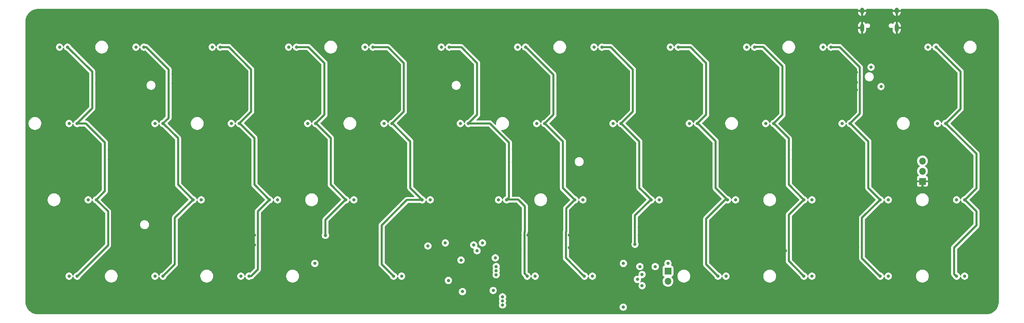
<source format=gbr>
%TF.GenerationSoftware,KiCad,Pcbnew,8.0.3*%
%TF.CreationDate,2024-08-28T23:50:46+02:00*%
%TF.ProjectId,toprevan,746f7072-6576-4616-9e2e-6b696361645f,rev?*%
%TF.SameCoordinates,Original*%
%TF.FileFunction,Copper,L3,Inr*%
%TF.FilePolarity,Positive*%
%FSLAX46Y46*%
G04 Gerber Fmt 4.6, Leading zero omitted, Abs format (unit mm)*
G04 Created by KiCad (PCBNEW 8.0.3) date 2024-08-28 23:50:46*
%MOMM*%
%LPD*%
G01*
G04 APERTURE LIST*
%TA.AperFunction,ComponentPad*%
%ADD10C,0.800000*%
%TD*%
%TA.AperFunction,ComponentPad*%
%ADD11R,1.700000X1.700000*%
%TD*%
%TA.AperFunction,ComponentPad*%
%ADD12O,1.700000X1.700000*%
%TD*%
%TA.AperFunction,ComponentPad*%
%ADD13O,1.000000X1.600000*%
%TD*%
%TA.AperFunction,ComponentPad*%
%ADD14O,1.000000X2.100000*%
%TD*%
%TA.AperFunction,ViaPad*%
%ADD15C,0.800000*%
%TD*%
%TA.AperFunction,Conductor*%
%ADD16C,0.500000*%
%TD*%
G04 APERTURE END LIST*
D10*
%TO.N,ROW0*%
%TO.C,SW_EC1*%
X31543750Y-30956250D03*
%TO.N,COL0*%
X33543750Y-30956250D03*
%TD*%
%TO.N,ROW1*%
%TO.C,SW_EC17*%
X112506250Y-50006250D03*
%TO.N,COL4*%
X114506250Y-50006250D03*
%TD*%
%TO.N,ROW1*%
%TO.C,SW_EC20*%
X169656250Y-50006250D03*
%TO.N,COL7*%
X171656250Y-50006250D03*
%TD*%
%TO.N,ROW2*%
%TO.C,SW_EC25*%
X38687500Y-69056250D03*
%TO.N,COL0*%
X40687500Y-69056250D03*
%TD*%
%TO.N,ROW2*%
%TO.C,SW_EC26*%
X66881250Y-69056250D03*
%TO.N,COL1*%
X64881250Y-69056250D03*
%TD*%
%TO.N,ROW3*%
%TO.C,SW_EC44*%
X219281250Y-88106250D03*
%TO.N,COL9*%
X217281250Y-88106250D03*
%TD*%
%TO.N,ROW0*%
%TO.C,SW_EC4*%
X88693750Y-30956250D03*
%TO.N,COL3*%
X90693750Y-30956250D03*
%TD*%
%TO.N,ROW0*%
%TO.C,SW_EC5*%
X107743750Y-30956250D03*
%TO.N,COL4*%
X109743750Y-30956250D03*
%TD*%
%TO.N,ROW1*%
%TO.C,SW_EC19*%
X150606250Y-50006250D03*
%TO.N,COL6*%
X152606250Y-50006250D03*
%TD*%
%TO.N,ROW2*%
%TO.C,SW_EC33*%
X200231250Y-69056250D03*
%TO.N,COL8*%
X198231250Y-69056250D03*
%TD*%
%TO.N,ROW1*%
%TO.C,SW_EC22*%
X207756250Y-50006250D03*
%TO.N,COL9*%
X209756250Y-50006250D03*
%TD*%
%TO.N,ROW1*%
%TO.C,SW_EC15*%
X74406250Y-50006250D03*
%TO.N,COL2*%
X76406250Y-50006250D03*
%TD*%
%TO.N,ROW0*%
%TO.C,SW_EC3*%
X69643750Y-30956250D03*
%TO.N,COL2*%
X71643750Y-30956250D03*
%TD*%
%TO.N,ROW3*%
%TO.C,SW_EC46*%
X257381250Y-88106250D03*
%TO.N,COL11*%
X255381250Y-88106250D03*
%TD*%
%TO.N,ROW2*%
%TO.C,SW_EC29*%
X124031250Y-69056250D03*
%TO.N,COL4*%
X122031250Y-69056250D03*
%TD*%
%TO.N,ROW1*%
%TO.C,SW_EC13*%
X33925000Y-50006250D03*
%TO.N,COL0*%
X35925000Y-50006250D03*
%TD*%
%TO.N,ROW2*%
%TO.C,SW_EC28*%
X104981250Y-69056250D03*
%TO.N,COL3*%
X102981250Y-69056250D03*
%TD*%
%TO.N,ROW2*%
%TO.C,SW_EC31*%
X162131250Y-69056250D03*
%TO.N,COL6*%
X160131250Y-69056250D03*
%TD*%
%TO.N,ROW2*%
%TO.C,SW_EC32*%
X181181250Y-69056250D03*
%TO.N,COL7*%
X179181250Y-69056250D03*
%TD*%
%TO.N,ROW0*%
%TO.C,SW_EC10*%
X202993750Y-30956250D03*
%TO.N,COL9*%
X204993750Y-30956250D03*
%TD*%
%TO.N,ROW3*%
%TO.C,SW_EC37*%
X33925000Y-88106250D03*
%TO.N,COL0*%
X35925000Y-88106250D03*
%TD*%
%TO.N,ROW1*%
%TO.C,SW_EC23*%
X226806250Y-50006250D03*
%TO.N,COL10*%
X228806250Y-50006250D03*
%TD*%
%TO.N,ROW2*%
%TO.C,SW_EC36*%
X255381250Y-69056250D03*
%TO.N,COL11*%
X257381250Y-69056250D03*
%TD*%
%TO.N,ROW1*%
%TO.C,SW_EC24*%
X250618750Y-50006250D03*
%TO.N,COL11*%
X252618750Y-50006250D03*
%TD*%
%TO.N,ROW1*%
%TO.C,SW_EC14*%
X55356250Y-50006250D03*
%TO.N,COL1*%
X57356250Y-50006250D03*
%TD*%
%TO.N,ROW0*%
%TO.C,SW_EC6*%
X126793750Y-30956250D03*
%TO.N,COL5*%
X128793750Y-30956250D03*
%TD*%
%TO.N,ROW2*%
%TO.C,SW_EC30*%
X141081250Y-69056250D03*
%TO.N,COL5*%
X143081250Y-69056250D03*
%TD*%
%TO.N,ROW0*%
%TO.C,SW_EC11*%
X222043750Y-30956250D03*
%TO.N,COL10*%
X224043750Y-30956250D03*
%TD*%
%TO.N,ROW0*%
%TO.C,SW_EC7*%
X145843750Y-30956250D03*
%TO.N,COL6*%
X147843750Y-30956250D03*
%TD*%
%TO.N,ROW0*%
%TO.C,SW_EC8*%
X164893750Y-30956250D03*
%TO.N,COL7*%
X166893750Y-30956250D03*
%TD*%
%TO.N,ROW3*%
%TO.C,SW_EC43*%
X197850000Y-88106250D03*
%TO.N,COL8*%
X195850000Y-88106250D03*
%TD*%
%TO.N,ROW2*%
%TO.C,SW_EC35*%
X238331250Y-69056250D03*
%TO.N,COL10*%
X236331250Y-69056250D03*
%TD*%
%TO.N,ROW3*%
%TO.C,SW_EC41*%
X150225000Y-88106250D03*
%TO.N,COL5*%
X148225000Y-88106250D03*
%TD*%
%TO.N,ROW3*%
%TO.C,SW_EC42*%
X164512500Y-88106250D03*
%TO.N,COL6*%
X162512500Y-88106250D03*
%TD*%
%TO.N,ROW2*%
%TO.C,SW_EC34*%
X219281250Y-69056250D03*
%TO.N,COL9*%
X217281250Y-69056250D03*
%TD*%
%TO.N,ROW3*%
%TO.C,SW_EC39*%
X76787500Y-88106250D03*
%TO.N,COL2*%
X78787500Y-88106250D03*
%TD*%
%TO.N,ROW1*%
%TO.C,SW_EC18*%
X131556250Y-50006250D03*
%TO.N,COL5*%
X133556250Y-50006250D03*
%TD*%
%TO.N,ROW1*%
%TO.C,SW_EC21*%
X188706250Y-50006250D03*
%TO.N,COL8*%
X190706250Y-50006250D03*
%TD*%
%TO.N,ROW1*%
%TO.C,SW_EC16*%
X93456250Y-50006250D03*
%TO.N,COL3*%
X95456250Y-50006250D03*
%TD*%
%TO.N,ROW2*%
%TO.C,SW_EC27*%
X85931250Y-69056250D03*
%TO.N,COL2*%
X83931250Y-69056250D03*
%TD*%
%TO.N,ROW3*%
%TO.C,SW_EC38*%
X55356250Y-88106250D03*
%TO.N,COL1*%
X57356250Y-88106250D03*
%TD*%
%TO.N,ROW0*%
%TO.C,SW_EC9*%
X183943750Y-30956250D03*
%TO.N,COL8*%
X185943750Y-30956250D03*
%TD*%
%TO.N,ROW3*%
%TO.C,SW_EC45*%
X238331250Y-88106250D03*
%TO.N,COL10*%
X236331250Y-88106250D03*
%TD*%
%TO.N,ROW0*%
%TO.C,SW_EC2*%
X50593750Y-30956250D03*
%TO.N,COL1*%
X52593750Y-30956250D03*
%TD*%
%TO.N,ROW0*%
%TO.C,SW_EC12*%
X248237500Y-30956250D03*
%TO.N,COL11*%
X250237500Y-30956250D03*
%TD*%
%TO.N,ROW3*%
%TO.C,SW_EC40*%
X116887500Y-88106250D03*
%TO.N,COL4*%
X114887500Y-88106250D03*
%TD*%
D11*
%TO.N,VBAT*%
%TO.C,SW1*%
X183356250Y-86831250D03*
D12*
%TO.N,BOOT0*%
X183356250Y-89371250D03*
%TD*%
D11*
%TO.N,GND*%
%TO.C,J4*%
X246856250Y-64452500D03*
D12*
%TO.N,ARGB_3V3*%
X246856250Y-61912500D03*
%TO.N,+5V*%
X246856250Y-59372500D03*
%TD*%
D13*
%TO.N,GND*%
%TO.C,J3*%
X231804750Y-21930750D03*
D14*
X231804750Y-26110750D03*
D13*
X240444750Y-21930750D03*
D14*
X240444750Y-26110750D03*
%TD*%
D15*
%TO.N,GND*%
X208756250Y-84137500D03*
X143988900Y-81460417D03*
X213518750Y-34925000D03*
X176212500Y-77910991D03*
X125136076Y-81727152D03*
X132015779Y-95457416D03*
X136937750Y-40036750D03*
X126888049Y-77899450D03*
X78898750Y-59213750D03*
X125126750Y-87661750D03*
X194087750Y-37623750D03*
X99218750Y-26987500D03*
X123460707Y-92482735D03*
X194470829Y-75919027D03*
X124999750Y-56673750D03*
X117760750Y-56673750D03*
X59848750Y-59213750D03*
X123476752Y-94359981D03*
X89693750Y-92075000D03*
X261143750Y-50006250D03*
X113506250Y-77910991D03*
X206375000Y-77910991D03*
X49561510Y-77888255D03*
X143691140Y-77906913D03*
X231256939Y-30596360D03*
X155936992Y-62677068D03*
X99099351Y-37623750D03*
X100806250Y-81756250D03*
X61118750Y-30956250D03*
X100488750Y-56673750D03*
X137318750Y-30956250D03*
X187325000Y-94456250D03*
X120300750Y-59213750D03*
X158750000Y-80962500D03*
X38258750Y-37623750D03*
X123031250Y-77910991D03*
X125157047Y-84719443D03*
X191295829Y-75919027D03*
X100488750Y-59213750D03*
X178593750Y-84137500D03*
X212144369Y-60368645D03*
X120650000Y-77910991D03*
X46831250Y-88106250D03*
X233379178Y-76076854D03*
X191293750Y-80422750D03*
X150744914Y-80436575D03*
X239712500Y-60325000D03*
X118968576Y-40036750D03*
X208756250Y-73025000D03*
X65881250Y-53975000D03*
X210597750Y-40036750D03*
X231804750Y-23812500D03*
X215106250Y-80295750D03*
X59089321Y-80162806D03*
X179387500Y-81756250D03*
X242093750Y-46037500D03*
X65881250Y-46037500D03*
X155917222Y-56561214D03*
X120681750Y-95789750D03*
X44450000Y-84137500D03*
X210597750Y-37623750D03*
X199231250Y-46037500D03*
X179387500Y-77910991D03*
X25400000Y-88106250D03*
X142081250Y-56356250D03*
X208756250Y-92075000D03*
X148442445Y-77888600D03*
X214661750Y-59086750D03*
X225440436Y-77910991D03*
X137210823Y-92976677D03*
X99218750Y-77910991D03*
X211931250Y-77910991D03*
X196518888Y-60368645D03*
X56356250Y-69056250D03*
X142081250Y-46037500D03*
X42068750Y-34925000D03*
X232079101Y-62422552D03*
X118268750Y-30956250D03*
X106362500Y-77910991D03*
X173386750Y-37623750D03*
X65571922Y-81739530D03*
X158457222Y-59101214D03*
X230204178Y-76076854D03*
X212121750Y-56546750D03*
X140493750Y-81756250D03*
X151606250Y-73025000D03*
X223059186Y-77910991D03*
X156368750Y-26987500D03*
X128868472Y-77879253D03*
X187325000Y-81756250D03*
X101600000Y-77910991D03*
X250825000Y-81756250D03*
X128946837Y-75987294D03*
X176223695Y-75942514D03*
X99218750Y-34925000D03*
X206406750Y-80549750D03*
X193998156Y-62553489D03*
X118268750Y-77910991D03*
X80168750Y-80359065D03*
X235807249Y-79594881D03*
X144811750Y-56419750D03*
X186531250Y-77910991D03*
X153987500Y-81756250D03*
X180181250Y-50006250D03*
X165893750Y-77910991D03*
X135731250Y-88106250D03*
X82550000Y-80359065D03*
X232060750Y-59086750D03*
X113506250Y-80433020D03*
X110699589Y-80433020D03*
X61603280Y-80205970D03*
X239488250Y-41687750D03*
X40798750Y-37623750D03*
X43973750Y-56546750D03*
X239712500Y-56546750D03*
X230409750Y-39782750D03*
X232949750Y-39782750D03*
X46831250Y-50006250D03*
X150823695Y-77888600D03*
X220677936Y-77910991D03*
X126892878Y-75998489D03*
X51593750Y-56546750D03*
X118968576Y-37623750D03*
X191547750Y-40036750D03*
X194468750Y-77910991D03*
X115887500Y-77910991D03*
X96043750Y-92075000D03*
X134616535Y-75981791D03*
X113499670Y-75893233D03*
X138813006Y-79828475D03*
X56689824Y-80146014D03*
X141287500Y-77910991D03*
X150812500Y-76000000D03*
X123031250Y-56673750D03*
X135707578Y-77945669D03*
X170656250Y-77910991D03*
X233394249Y-79594881D03*
X161131250Y-50006250D03*
X59045165Y-75917585D03*
X220630750Y-80295750D03*
X194468750Y-80422750D03*
X175418750Y-30956250D03*
X40798750Y-40036750D03*
X246856250Y-92075000D03*
X84931250Y-77910991D03*
X88121686Y-77910991D03*
X213518750Y-26987500D03*
X77987500Y-37623750D03*
X76231750Y-80422750D03*
X242093750Y-53975000D03*
X235759186Y-77910991D03*
X174915971Y-60368645D03*
X75378901Y-75839565D03*
X25400000Y-46037500D03*
X235743750Y-30162500D03*
X178593750Y-91281250D03*
X214684369Y-60368645D03*
X44450000Y-92075000D03*
X96243750Y-37623750D03*
X117760750Y-59213750D03*
X155860750Y-37623750D03*
X43973750Y-59086750D03*
X43976563Y-81766946D03*
X177450750Y-56546750D03*
X225456750Y-80422750D03*
X123031250Y-59213750D03*
X30162500Y-73025000D03*
X234600750Y-59086750D03*
X191293750Y-77910991D03*
X232915327Y-41663166D03*
X92995626Y-77906913D03*
X80168750Y-30956250D03*
X144811750Y-59594750D03*
X54324010Y-77888255D03*
X113506250Y-69056250D03*
X168275000Y-77910991D03*
X57308750Y-40036750D03*
X189706250Y-69056250D03*
X89693750Y-84137500D03*
X49577824Y-80146014D03*
X240506249Y-79594881D03*
X128587500Y-84137500D03*
X48418750Y-56546750D03*
X82550000Y-77910991D03*
X106362500Y-88106250D03*
X193960750Y-59086750D03*
X141261841Y-79828475D03*
X172056757Y-80168263D03*
X95318266Y-76008587D03*
X193960750Y-56546750D03*
X170656250Y-69056250D03*
X136937750Y-37623750D03*
X71203501Y-80248211D03*
X87298305Y-81745554D03*
X258762500Y-26987500D03*
X191547750Y-37623750D03*
X177455971Y-60368645D03*
X120300750Y-56673750D03*
X177450750Y-59086750D03*
X146477604Y-77883754D03*
X158462443Y-60383109D03*
X57308750Y-37623750D03*
X59848750Y-37623750D03*
X61603280Y-77910990D03*
X234156250Y-46037500D03*
X230686766Y-80793560D03*
X163512500Y-77910991D03*
X175926750Y-40036750D03*
X108743750Y-77910991D03*
X142081250Y-59531250D03*
X258762500Y-34925000D03*
X70710920Y-77906913D03*
X148304250Y-95250000D03*
X176085500Y-95250000D03*
X214751726Y-62378906D03*
X106362500Y-81756250D03*
X84931250Y-50006250D03*
X44450000Y-50006250D03*
X174910750Y-59086750D03*
X211971414Y-75964904D03*
X215106250Y-77910991D03*
X42068750Y-26987500D03*
X30162500Y-65087500D03*
X110701782Y-75888732D03*
X203993750Y-77910991D03*
X47180260Y-77888255D03*
X240444750Y-23812500D03*
X42352866Y-77900892D03*
X243046249Y-79594881D03*
X95250000Y-81756250D03*
X155514122Y-83092359D03*
X230202936Y-77910991D03*
X233377936Y-77910991D03*
X123031250Y-50006250D03*
X54276824Y-80146014D03*
X81438750Y-56673750D03*
X103981250Y-46037500D03*
X158457222Y-56561214D03*
X138906250Y-77910991D03*
X121443750Y-80422750D03*
X81438750Y-59213750D03*
X68790501Y-80248211D03*
X155586195Y-77888600D03*
X155860750Y-40036750D03*
X68262500Y-84137500D03*
X95265436Y-77910991D03*
X80168750Y-77910991D03*
X136889542Y-75981791D03*
X92868750Y-95789750D03*
X246856250Y-73025000D03*
X127793750Y-91217750D03*
X173386750Y-40036750D03*
X78659615Y-80359065D03*
X61575438Y-75923528D03*
X175959410Y-91308626D03*
X194468750Y-30956250D03*
X80699167Y-40036750D03*
X184816750Y-95250000D03*
X161131250Y-77910991D03*
X142100027Y-84650000D03*
X215146414Y-75964904D03*
X59848750Y-40036750D03*
X115993576Y-37623750D03*
X97948750Y-59213750D03*
X180975000Y-95250000D03*
X51990824Y-80146014D03*
X94456250Y-73025000D03*
X208756250Y-65087500D03*
X155917222Y-59101214D03*
X51942760Y-77888255D03*
X25400000Y-53975000D03*
X158750000Y-77910991D03*
X41433750Y-56546750D03*
X174910750Y-56546750D03*
X110699589Y-77910645D03*
X232074097Y-60368645D03*
X103981250Y-53975000D03*
X204123726Y-80412010D03*
X123094750Y-40036750D03*
X196500750Y-59086750D03*
X193978888Y-60368645D03*
X96343750Y-95789750D03*
X181768750Y-77910991D03*
X240710416Y-31234374D03*
X75406250Y-69056250D03*
X196881750Y-80422750D03*
X232060750Y-56546750D03*
X155922443Y-60383109D03*
X153193750Y-76000000D03*
X223043750Y-80295750D03*
X72754961Y-77909893D03*
X246856250Y-65881250D03*
X199231250Y-77910991D03*
X155545148Y-80326393D03*
X59848750Y-56673750D03*
X44908995Y-80123969D03*
X65881250Y-88106250D03*
X218281250Y-50006250D03*
X80699167Y-37623750D03*
X156368750Y-34925000D03*
X242902936Y-77910991D03*
X134397750Y-40036750D03*
X201612500Y-77910991D03*
X97948750Y-56673750D03*
X62388750Y-56673750D03*
X230182731Y-79594881D03*
X246856250Y-84137500D03*
X66706750Y-80295750D03*
X213137750Y-37623750D03*
X211965968Y-80314427D03*
X213137750Y-40036750D03*
X63567170Y-77906913D03*
X72781802Y-75856359D03*
X49212500Y-69056250D03*
X240521686Y-77910991D03*
X123040750Y-37623750D03*
X212669250Y-81756250D03*
X77987500Y-40036750D03*
X123729750Y-95789750D03*
X245332249Y-79594881D03*
X168275000Y-76000000D03*
X196500750Y-56546750D03*
X208756250Y-77910991D03*
X96243750Y-40036750D03*
X238140436Y-77910991D03*
X68329670Y-77906913D03*
X44900435Y-77899450D03*
X75406250Y-77910991D03*
X119085160Y-80433020D03*
X90502936Y-77910991D03*
X230378380Y-41621577D03*
X151606250Y-65087500D03*
X218109592Y-77906913D03*
X175926750Y-37623750D03*
X153204945Y-77888600D03*
X188912500Y-77910991D03*
X194087750Y-40036750D03*
X147351750Y-56546750D03*
X212154802Y-62378906D03*
X172243750Y-81756250D03*
X125380750Y-40036750D03*
X153320750Y-40036750D03*
X227806250Y-88106250D03*
X134397750Y-37623750D03*
X234600750Y-56546750D03*
X212121750Y-59086750D03*
X92989701Y-76008587D03*
X38258750Y-40036750D03*
X241300000Y-29368750D03*
X77787500Y-77910991D03*
X172243750Y-81756250D03*
X98298000Y-89947750D03*
X165893750Y-76000000D03*
X184150000Y-77910991D03*
X247665436Y-77910991D03*
X201707750Y-80422750D03*
X78898750Y-56673750D03*
X146504650Y-81389813D03*
X234614097Y-60368645D03*
X115993576Y-40036750D03*
X103981250Y-77910991D03*
X72852573Y-80269505D03*
X233975432Y-32724568D03*
X125412500Y-77910991D03*
X174930520Y-62662604D03*
X94456250Y-65087500D03*
X68262500Y-92075000D03*
X47164824Y-80146014D03*
X230409750Y-37242750D03*
X41433750Y-59086750D03*
X199231250Y-53975000D03*
X214661750Y-56546750D03*
X65948420Y-77906913D03*
X196850000Y-77910991D03*
X227806250Y-69056250D03*
X239503951Y-43656250D03*
X227821686Y-77910991D03*
X101123750Y-91598750D03*
X62388750Y-59213750D03*
X59073007Y-77905047D03*
X199294750Y-80422750D03*
X173037500Y-77910991D03*
X146474314Y-76065659D03*
X56705260Y-77888255D03*
X99099351Y-40036750D03*
X245284186Y-77910991D03*
%TO.N,COL3*%
X97885826Y-77932972D03*
%TO.N,COL7*%
X175135000Y-80168750D03*
%TO.N,COL8*%
X176356249Y-85705486D03*
X176904088Y-90487500D03*
%TO.N,COL11*%
X176904088Y-87703830D03*
X175732698Y-88916416D03*
%TO.N,ROW3*%
X134882550Y-80325227D03*
%TO.N,VBAT*%
X132071975Y-91966482D03*
X140283777Y-83538954D03*
X183356250Y-84931250D03*
X95250000Y-84931250D03*
X139748557Y-91690518D03*
X135723750Y-81763464D03*
X131730750Y-84105750D03*
X172243750Y-84931250D03*
X234038883Y-35956233D03*
%TO.N,+5V*%
X236537500Y-40798750D03*
%TO.N,APLEX_OUT_PIN_0*%
X123451464Y-80588964D03*
X180181250Y-85725000D03*
%TO.N,BOOT0*%
X172209222Y-95846722D03*
%TO.N,APLEX_EN_PIN_1*%
X137073750Y-79810491D03*
X127803750Y-79810491D03*
%TO.N,AMUX_SEL_2*%
X140493750Y-85725000D03*
X142081250Y-93273096D03*
%TO.N,AMUX_SEL_1*%
X142081250Y-94297694D03*
X140506298Y-86737051D03*
%TO.N,AMUX_SEL_0*%
X140484508Y-87736316D03*
X142081250Y-95297197D03*
%TO.N,ARGB_3V3*%
X128587500Y-89183000D03*
%TD*%
D16*
%TO.N,COL0*%
X40799053Y-69123773D02*
X43656250Y-71980970D01*
X36026707Y-50029304D02*
X38123054Y-50029304D01*
X42862500Y-54768750D02*
X42862500Y-66881250D01*
X38123054Y-50029304D02*
X42862500Y-54768750D01*
X39687500Y-37057610D02*
X39687500Y-46243750D01*
X35976475Y-88087317D02*
X43656250Y-80407542D01*
X39687500Y-46243750D02*
X35925000Y-50006250D01*
X43656250Y-80407542D02*
X43656250Y-80168750D01*
X33571330Y-30941440D02*
X39687500Y-37057610D01*
X43656250Y-71980970D02*
X43656250Y-80168750D01*
X42862500Y-66881250D02*
X40687500Y-69056250D01*
%TO.N,COL1*%
X58737500Y-48625000D02*
X57356250Y-50006250D01*
X61118750Y-65293750D02*
X64881250Y-69056250D01*
X58737500Y-36512500D02*
X58737500Y-48625000D01*
X60325000Y-73538808D02*
X60325000Y-85137500D01*
X52660754Y-30982186D02*
X53207186Y-30982186D01*
X60325000Y-85137500D02*
X57356250Y-88106250D01*
X53207186Y-30982186D02*
X58737500Y-36512500D01*
X64823209Y-69040599D02*
X60325000Y-73538808D01*
X57449712Y-50017777D02*
X61118750Y-53686815D01*
X61118750Y-53686815D02*
X61118750Y-65293750D01*
%TO.N,COL2*%
X81018750Y-71929640D02*
X81018750Y-86462500D01*
X79375000Y-36512500D02*
X79375000Y-47037500D01*
X79375000Y-88106250D02*
X79357708Y-88088958D01*
X73818749Y-30956249D02*
X79375000Y-36512500D01*
X83909432Y-69038958D02*
X81018750Y-71929640D01*
X80168750Y-53669805D02*
X80168750Y-65298276D01*
X79357708Y-88088958D02*
X78859548Y-88088958D01*
X79375000Y-47037500D02*
X76406250Y-50006250D01*
X81018750Y-86462500D02*
X79375000Y-88106250D01*
X71646391Y-30956249D02*
X73818749Y-30956249D01*
X80168750Y-65298276D02*
X83909432Y-69038958D01*
X76505195Y-50006250D02*
X80168750Y-53669805D01*
%TO.N,COL3*%
X97885826Y-74044601D02*
X97885826Y-77932972D01*
X90735774Y-30930313D02*
X93636563Y-30930313D01*
X102881182Y-69049245D02*
X97885826Y-74044601D01*
X97631250Y-34925000D02*
X97631250Y-47831250D01*
X99218750Y-53662119D02*
X99218750Y-65293750D01*
X97631250Y-47831250D02*
X95456250Y-50006250D01*
X93636563Y-30930313D02*
X97631250Y-34925000D01*
X95585935Y-50029304D02*
X99218750Y-53662119D01*
X99218750Y-65293750D02*
X102981250Y-69056250D01*
%TO.N,COL4*%
X119062500Y-54463674D02*
X119062500Y-66087500D01*
X114620725Y-50021899D02*
X119062500Y-54463674D01*
X117475000Y-47037500D02*
X114506250Y-50006250D01*
X109806712Y-30971900D02*
X113521900Y-30971900D01*
X113521900Y-30971900D02*
X117475000Y-34925000D01*
X119062500Y-66087500D02*
X122031250Y-69056250D01*
X111918750Y-85137500D02*
X114887500Y-88106250D01*
X118223882Y-69101118D02*
X111918750Y-75406250D01*
X111918750Y-75406250D02*
X111918750Y-85137500D01*
X117475000Y-34925000D02*
X117475000Y-47037500D01*
X121918692Y-69101118D02*
X118223882Y-69101118D01*
%TO.N,COL5*%
X148217512Y-88049014D02*
X147592445Y-87423947D01*
X128834817Y-30982186D02*
X131788436Y-30982186D01*
X147592445Y-87423947D02*
X147592445Y-77038805D01*
X147592445Y-77038805D02*
X147637500Y-76993750D01*
X147637500Y-70643750D02*
X146446875Y-69453125D01*
X138906250Y-50006250D02*
X143668750Y-54768750D01*
X135731250Y-47831250D02*
X133556250Y-50006250D01*
X146008413Y-69014663D02*
X146446875Y-69453125D01*
X135731250Y-34925000D02*
X135731250Y-47831250D01*
X143668750Y-54768750D02*
X143668750Y-68454859D01*
X143108946Y-69014663D02*
X146008413Y-69014663D01*
X133556250Y-50006250D02*
X138906250Y-50006250D01*
X147637500Y-76993750D02*
X147637500Y-70643750D01*
X131788436Y-30982186D02*
X135731250Y-34925000D01*
X143668750Y-68454859D02*
X143108946Y-69014663D01*
%TO.N,COL6*%
X157162500Y-66124967D02*
X160092143Y-69054610D01*
X157162500Y-54508502D02*
X157162500Y-66124967D01*
X152693189Y-50039191D02*
X157162500Y-54508502D01*
X154781250Y-47831250D02*
X152606250Y-50006250D01*
X147924201Y-30956249D02*
X154781250Y-37813298D01*
X154781250Y-37813298D02*
X154781250Y-47831250D01*
X157956250Y-76993750D02*
X157900000Y-77050000D01*
X160092143Y-69054610D02*
X157956250Y-71190503D01*
X157900000Y-83584732D02*
X162404227Y-88088959D01*
X157900000Y-77050000D02*
X157900000Y-83584732D01*
X157956250Y-71190503D02*
X157956250Y-76993750D01*
%TO.N,COL7*%
X177696875Y-67571875D02*
X179040036Y-68915036D01*
X176212500Y-54518308D02*
X176212500Y-66087500D01*
X174625000Y-36512500D02*
X174625000Y-47037500D01*
X175135000Y-72943994D02*
X175135000Y-80168750D01*
X169042813Y-30930313D02*
X174625000Y-36512500D01*
X171677387Y-49983195D02*
X176212500Y-54518308D01*
X179040036Y-69038958D02*
X175135000Y-72943994D01*
X179040036Y-68915036D02*
X179040036Y-69038958D01*
X177696875Y-67571875D02*
X179181250Y-69056250D01*
X174625000Y-47037500D02*
X171656250Y-50006250D01*
X166832028Y-30930313D02*
X169042813Y-30930313D01*
X176212500Y-66087500D02*
X177696875Y-67571875D01*
%TO.N,COL8*%
X192881250Y-73818750D02*
X192881250Y-85137500D01*
X192881250Y-34925000D02*
X192881250Y-47831250D01*
X192881250Y-85137500D02*
X195850000Y-88106250D01*
X195262500Y-54455870D02*
X195262500Y-66140618D01*
X188948723Y-30992473D02*
X192881250Y-34925000D01*
X197626459Y-69073541D02*
X192881250Y-73818750D01*
X195262500Y-66140618D02*
X198195423Y-69073541D01*
X190812880Y-50006250D02*
X195262500Y-54455870D01*
X198195423Y-69073541D02*
X197626459Y-69073541D01*
X185987861Y-30992473D02*
X188948723Y-30992473D01*
X192881250Y-47831250D02*
X190706250Y-50006250D01*
%TO.N,COL9*%
X204985907Y-30923308D02*
X207135808Y-30923308D01*
X213518750Y-72781282D02*
X213518750Y-84343750D01*
X217261073Y-69038959D02*
X213518750Y-72781282D01*
X209770661Y-50017777D02*
X213518750Y-53765866D01*
X211931250Y-47831250D02*
X209756250Y-50006250D01*
X207135808Y-30923308D02*
X211931250Y-35718750D01*
X213518750Y-53765866D02*
X213518750Y-65293750D01*
X211931250Y-35718750D02*
X211931250Y-47831250D01*
X213518750Y-65293750D02*
X217281250Y-69056250D01*
X213518750Y-84343750D02*
X217281250Y-88106250D01*
%TO.N,COL10*%
X224115677Y-30956249D02*
X226218749Y-30956249D01*
X226218749Y-30956249D02*
X231259750Y-35997250D01*
X231259750Y-47552750D02*
X228806250Y-50006250D01*
X231259750Y-35997250D02*
X231259750Y-47552750D01*
X233362500Y-54501979D02*
X233362500Y-66087500D01*
X233362500Y-66087500D02*
X236331250Y-69056250D01*
X228866771Y-50006250D02*
X233362500Y-54501979D01*
X236292020Y-69038959D02*
X231775000Y-73555979D01*
X231775000Y-73555979D02*
X231775000Y-83622049D01*
X231775000Y-83622049D02*
X236241909Y-88088958D01*
%TO.N,COL11*%
X260350000Y-71929336D02*
X260350000Y-75406250D01*
X250250230Y-30940599D02*
X256381250Y-37071619D01*
X254793750Y-80962500D02*
X254793750Y-87594082D01*
X260350000Y-57578155D02*
X260350000Y-66167794D01*
X256381250Y-46360267D02*
X252756681Y-49984836D01*
X256381250Y-37071619D02*
X256381250Y-46360267D01*
X252756681Y-49984836D02*
X260350000Y-57578155D01*
X260350000Y-66167794D02*
X257469229Y-69048565D01*
X260350000Y-75406250D02*
X254793750Y-80962500D01*
X257469229Y-69048565D02*
X260350000Y-71929336D01*
X254793750Y-87594082D02*
X255280942Y-88081274D01*
%TD*%
%TA.AperFunction,Conductor*%
%TO.N,GND*%
G36*
X230747789Y-21450935D02*
G01*
X230793544Y-21503739D01*
X230804750Y-21555250D01*
X230804750Y-21680750D01*
X231504750Y-21680750D01*
X231504750Y-22180750D01*
X230804750Y-22180750D01*
X230804750Y-22329245D01*
X230843177Y-22522431D01*
X230843180Y-22522443D01*
X230918557Y-22704421D01*
X230918564Y-22704434D01*
X231027998Y-22868212D01*
X231028001Y-22868216D01*
X231167283Y-23007498D01*
X231167287Y-23007501D01*
X231331065Y-23116935D01*
X231331078Y-23116942D01*
X231513058Y-23192319D01*
X231554750Y-23200612D01*
X231554750Y-22397738D01*
X231564690Y-22414955D01*
X231620545Y-22470810D01*
X231688954Y-22510306D01*
X231765254Y-22530750D01*
X231844246Y-22530750D01*
X231920546Y-22510306D01*
X231988955Y-22470810D01*
X232044810Y-22414955D01*
X232054750Y-22397738D01*
X232054750Y-23200612D01*
X232096440Y-23192319D01*
X232096442Y-23192319D01*
X232278421Y-23116942D01*
X232278434Y-23116935D01*
X232442212Y-23007501D01*
X232442216Y-23007498D01*
X232581498Y-22868216D01*
X232581501Y-22868212D01*
X232690935Y-22704434D01*
X232690942Y-22704421D01*
X232766319Y-22522443D01*
X232766322Y-22522431D01*
X232804749Y-22329245D01*
X232804750Y-22329242D01*
X232804750Y-22180750D01*
X232104750Y-22180750D01*
X232104750Y-21680750D01*
X232804750Y-21680750D01*
X232804750Y-21555250D01*
X232824435Y-21488211D01*
X232877239Y-21442456D01*
X232928750Y-21431250D01*
X239320750Y-21431250D01*
X239387789Y-21450935D01*
X239433544Y-21503739D01*
X239444750Y-21555250D01*
X239444750Y-21680750D01*
X240144750Y-21680750D01*
X240144750Y-22180750D01*
X239444750Y-22180750D01*
X239444750Y-22329245D01*
X239483177Y-22522431D01*
X239483180Y-22522443D01*
X239558557Y-22704421D01*
X239558564Y-22704434D01*
X239667998Y-22868212D01*
X239668001Y-22868216D01*
X239807283Y-23007498D01*
X239807287Y-23007501D01*
X239971065Y-23116935D01*
X239971078Y-23116942D01*
X240153058Y-23192319D01*
X240194750Y-23200612D01*
X240194750Y-22397738D01*
X240204690Y-22414955D01*
X240260545Y-22470810D01*
X240328954Y-22510306D01*
X240405254Y-22530750D01*
X240484246Y-22530750D01*
X240560546Y-22510306D01*
X240628955Y-22470810D01*
X240684810Y-22414955D01*
X240694750Y-22397738D01*
X240694750Y-23200612D01*
X240736440Y-23192319D01*
X240736442Y-23192319D01*
X240918421Y-23116942D01*
X240918434Y-23116935D01*
X241082212Y-23007501D01*
X241082216Y-23007498D01*
X241221498Y-22868216D01*
X241221501Y-22868212D01*
X241330935Y-22704434D01*
X241330942Y-22704421D01*
X241406319Y-22522443D01*
X241406322Y-22522431D01*
X241444749Y-22329245D01*
X241444750Y-22329242D01*
X241444750Y-22180750D01*
X240744750Y-22180750D01*
X240744750Y-21680750D01*
X241444750Y-21680750D01*
X241444750Y-21555250D01*
X241464435Y-21488211D01*
X241517239Y-21442456D01*
X241568750Y-21431250D01*
X262730365Y-21431250D01*
X262732104Y-21431262D01*
X262737043Y-21431331D01*
X262903335Y-21433664D01*
X262915458Y-21434431D01*
X263256587Y-21472872D01*
X263270270Y-21475196D01*
X263604116Y-21551399D01*
X263617452Y-21555241D01*
X263940654Y-21668337D01*
X263953483Y-21673652D01*
X264240922Y-21812076D01*
X264261988Y-21822222D01*
X264274146Y-21828941D01*
X264564083Y-22011122D01*
X264575400Y-22019153D01*
X264778036Y-22180750D01*
X264843111Y-22232646D01*
X264853479Y-22241912D01*
X265095587Y-22484020D01*
X265104853Y-22494388D01*
X265318327Y-22762075D01*
X265318342Y-22762093D01*
X265326379Y-22773420D01*
X265508554Y-23063347D01*
X265515277Y-23075511D01*
X265663844Y-23384008D01*
X265669165Y-23396854D01*
X265782254Y-23720034D01*
X265786104Y-23733396D01*
X265862300Y-24067216D01*
X265864629Y-24080925D01*
X265903067Y-24422029D01*
X265903835Y-24434174D01*
X265906238Y-24605394D01*
X265906250Y-24607134D01*
X265906250Y-94455365D01*
X265906238Y-94457105D01*
X265903835Y-94628325D01*
X265903067Y-94640470D01*
X265864629Y-94981574D01*
X265862300Y-94995283D01*
X265786104Y-95329103D01*
X265782254Y-95342465D01*
X265669165Y-95665645D01*
X265663844Y-95678491D01*
X265515277Y-95986988D01*
X265508551Y-95999158D01*
X265486042Y-96034981D01*
X265372924Y-96215006D01*
X265326389Y-96289065D01*
X265318342Y-96300406D01*
X265104853Y-96568111D01*
X265095587Y-96578479D01*
X264853479Y-96820587D01*
X264843111Y-96829853D01*
X264575406Y-97043342D01*
X264564071Y-97051384D01*
X264564047Y-97051400D01*
X264274158Y-97233551D01*
X264261988Y-97240277D01*
X263953491Y-97388844D01*
X263940645Y-97394165D01*
X263617465Y-97507254D01*
X263604103Y-97511104D01*
X263270283Y-97587300D01*
X263256574Y-97589629D01*
X262915470Y-97628067D01*
X262903325Y-97628835D01*
X262732105Y-97631238D01*
X262730365Y-97631250D01*
X26194632Y-97631250D01*
X26192894Y-97631238D01*
X26021672Y-97628838D01*
X26009526Y-97628070D01*
X25668421Y-97589636D01*
X25654712Y-97587307D01*
X25320895Y-97511115D01*
X25307534Y-97507266D01*
X24984344Y-97394178D01*
X24971496Y-97388856D01*
X24663007Y-97240295D01*
X24650837Y-97233569D01*
X24360916Y-97051400D01*
X24349575Y-97043353D01*
X24081874Y-96829868D01*
X24071506Y-96820602D01*
X23829397Y-96578493D01*
X23820131Y-96568125D01*
X23820120Y-96568111D01*
X23606643Y-96300421D01*
X23598599Y-96289083D01*
X23552053Y-96215006D01*
X23416428Y-95999158D01*
X23409704Y-95986992D01*
X23401562Y-95970085D01*
X23261138Y-95678491D01*
X23255821Y-95665655D01*
X23142733Y-95342465D01*
X23138884Y-95329104D01*
X23062692Y-94995287D01*
X23060363Y-94981578D01*
X23032630Y-94735444D01*
X23021928Y-94640459D01*
X23021161Y-94628339D01*
X23018762Y-94457105D01*
X23018750Y-94455368D01*
X23018750Y-93273096D01*
X141175790Y-93273096D01*
X141195576Y-93461352D01*
X141195577Y-93461355D01*
X141254070Y-93641379D01*
X141301422Y-93723396D01*
X141317894Y-93791296D01*
X141301422Y-93847394D01*
X141254070Y-93929410D01*
X141195577Y-94109434D01*
X141195576Y-94109438D01*
X141175790Y-94297694D01*
X141195576Y-94485950D01*
X141195577Y-94485953D01*
X141254071Y-94665979D01*
X141294177Y-94735445D01*
X141310650Y-94803345D01*
X141294178Y-94859444D01*
X141254070Y-94928913D01*
X141195577Y-95108937D01*
X141195576Y-95108941D01*
X141175790Y-95297197D01*
X141195576Y-95485453D01*
X141195577Y-95485456D01*
X141254068Y-95665474D01*
X141254071Y-95665481D01*
X141348717Y-95829413D01*
X141475379Y-95970085D01*
X141628515Y-96081345D01*
X141628520Y-96081348D01*
X141801442Y-96158339D01*
X141801447Y-96158341D01*
X141986604Y-96197697D01*
X141986605Y-96197697D01*
X142175894Y-96197697D01*
X142175896Y-96197697D01*
X142361053Y-96158341D01*
X142533980Y-96081348D01*
X142687121Y-95970085D01*
X142798198Y-95846722D01*
X171303762Y-95846722D01*
X171323548Y-96034978D01*
X171323549Y-96034981D01*
X171382040Y-96214999D01*
X171382043Y-96215006D01*
X171476689Y-96378938D01*
X171603351Y-96519610D01*
X171756487Y-96630870D01*
X171756492Y-96630873D01*
X171929414Y-96707864D01*
X171929419Y-96707866D01*
X172114576Y-96747222D01*
X172114577Y-96747222D01*
X172303866Y-96747222D01*
X172303868Y-96747222D01*
X172489025Y-96707866D01*
X172661952Y-96630873D01*
X172815093Y-96519610D01*
X172941755Y-96378938D01*
X173036401Y-96215006D01*
X173094896Y-96034978D01*
X173114682Y-95846722D01*
X173094896Y-95658466D01*
X173036401Y-95478438D01*
X172941755Y-95314506D01*
X172815093Y-95173834D01*
X172815092Y-95173833D01*
X172661956Y-95062573D01*
X172661951Y-95062570D01*
X172489029Y-94985579D01*
X172489024Y-94985577D01*
X172343223Y-94954587D01*
X172303868Y-94946222D01*
X172114576Y-94946222D01*
X172082119Y-94953120D01*
X171929419Y-94985577D01*
X171929414Y-94985579D01*
X171756492Y-95062570D01*
X171756487Y-95062573D01*
X171603351Y-95173833D01*
X171476688Y-95314507D01*
X171382043Y-95478437D01*
X171382040Y-95478444D01*
X171323549Y-95658462D01*
X171323548Y-95658466D01*
X171303762Y-95846722D01*
X142798198Y-95846722D01*
X142813783Y-95829413D01*
X142908429Y-95665481D01*
X142966924Y-95485453D01*
X142986710Y-95297197D01*
X142966924Y-95108941D01*
X142908429Y-94928913D01*
X142868320Y-94859442D01*
X142851848Y-94791545D01*
X142868319Y-94735449D01*
X142908429Y-94665978D01*
X142966924Y-94485950D01*
X142986710Y-94297694D01*
X142966924Y-94109438D01*
X142908429Y-93929410D01*
X142861076Y-93847392D01*
X142844604Y-93779495D01*
X142861077Y-93723396D01*
X142908429Y-93641380D01*
X142966924Y-93461352D01*
X142986710Y-93273096D01*
X142966924Y-93084840D01*
X142908429Y-92904812D01*
X142813783Y-92740880D01*
X142687121Y-92600208D01*
X142674472Y-92591018D01*
X142533984Y-92488947D01*
X142533979Y-92488944D01*
X142361057Y-92411953D01*
X142361052Y-92411951D01*
X142215251Y-92380961D01*
X142175896Y-92372596D01*
X141986604Y-92372596D01*
X141954147Y-92379494D01*
X141801447Y-92411951D01*
X141801442Y-92411953D01*
X141628520Y-92488944D01*
X141628515Y-92488947D01*
X141475379Y-92600207D01*
X141348716Y-92740881D01*
X141254071Y-92904811D01*
X141254068Y-92904818D01*
X141195577Y-93084836D01*
X141195576Y-93084840D01*
X141175790Y-93273096D01*
X23018750Y-93273096D01*
X23018750Y-91966482D01*
X131166515Y-91966482D01*
X131186301Y-92154738D01*
X131186302Y-92154741D01*
X131244793Y-92334759D01*
X131244796Y-92334766D01*
X131339442Y-92498698D01*
X131430842Y-92600208D01*
X131466104Y-92639370D01*
X131619240Y-92750630D01*
X131619245Y-92750633D01*
X131792167Y-92827624D01*
X131792172Y-92827626D01*
X131977329Y-92866982D01*
X131977330Y-92866982D01*
X132166619Y-92866982D01*
X132166621Y-92866982D01*
X132351778Y-92827626D01*
X132524705Y-92750633D01*
X132677846Y-92639370D01*
X132804508Y-92498698D01*
X132899154Y-92334766D01*
X132957649Y-92154738D01*
X132977435Y-91966482D01*
X132957649Y-91778226D01*
X132929151Y-91690518D01*
X138843097Y-91690518D01*
X138862883Y-91878774D01*
X138862884Y-91878777D01*
X138921375Y-92058795D01*
X138921378Y-92058802D01*
X139016024Y-92222734D01*
X139142686Y-92363406D01*
X139295822Y-92474666D01*
X139295827Y-92474669D01*
X139468749Y-92551660D01*
X139468754Y-92551662D01*
X139653911Y-92591018D01*
X139653912Y-92591018D01*
X139843201Y-92591018D01*
X139843203Y-92591018D01*
X140028360Y-92551662D01*
X140201287Y-92474669D01*
X140354428Y-92363406D01*
X140481090Y-92222734D01*
X140575736Y-92058802D01*
X140634231Y-91878774D01*
X140654017Y-91690518D01*
X140634231Y-91502262D01*
X140575736Y-91322234D01*
X140481090Y-91158302D01*
X140354428Y-91017630D01*
X140354427Y-91017629D01*
X140201291Y-90906369D01*
X140201286Y-90906366D01*
X140028364Y-90829375D01*
X140028359Y-90829373D01*
X139882558Y-90798383D01*
X139843203Y-90790018D01*
X139653911Y-90790018D01*
X139621454Y-90796916D01*
X139468754Y-90829373D01*
X139468749Y-90829375D01*
X139295827Y-90906366D01*
X139295822Y-90906369D01*
X139142686Y-91017629D01*
X139016023Y-91158303D01*
X138921378Y-91322233D01*
X138921375Y-91322240D01*
X138862884Y-91502258D01*
X138862883Y-91502262D01*
X138843097Y-91690518D01*
X132929151Y-91690518D01*
X132899154Y-91598198D01*
X132804508Y-91434266D01*
X132677846Y-91293594D01*
X132647640Y-91271648D01*
X132524709Y-91182333D01*
X132524704Y-91182330D01*
X132351782Y-91105339D01*
X132351777Y-91105337D01*
X132205976Y-91074347D01*
X132166621Y-91065982D01*
X131977329Y-91065982D01*
X131944872Y-91072880D01*
X131792172Y-91105337D01*
X131792167Y-91105339D01*
X131619245Y-91182330D01*
X131619240Y-91182333D01*
X131466104Y-91293593D01*
X131339441Y-91434267D01*
X131244796Y-91598197D01*
X131244793Y-91598204D01*
X131214799Y-91690518D01*
X131186301Y-91778226D01*
X131166515Y-91966482D01*
X23018750Y-91966482D01*
X23018750Y-68930288D01*
X28562000Y-68930288D01*
X28562000Y-69182212D01*
X28571867Y-69244509D01*
X28601410Y-69431035D01*
X28679260Y-69670633D01*
X28727426Y-69765163D01*
X28772921Y-69854452D01*
X28793632Y-69895098D01*
X28941701Y-70098899D01*
X28941705Y-70098904D01*
X29119845Y-70277044D01*
X29119850Y-70277048D01*
X29297617Y-70406202D01*
X29323655Y-70425120D01*
X29466684Y-70497997D01*
X29548116Y-70539489D01*
X29548118Y-70539489D01*
X29548121Y-70539491D01*
X29787715Y-70617340D01*
X30036538Y-70656750D01*
X30036539Y-70656750D01*
X30288461Y-70656750D01*
X30288462Y-70656750D01*
X30537285Y-70617340D01*
X30776879Y-70539491D01*
X31001345Y-70425120D01*
X31205156Y-70277043D01*
X31383293Y-70098906D01*
X31531370Y-69895095D01*
X31645741Y-69670629D01*
X31723590Y-69431035D01*
X31763000Y-69182212D01*
X31763000Y-68930288D01*
X31723590Y-68681465D01*
X31645741Y-68441871D01*
X31645739Y-68441868D01*
X31645739Y-68441866D01*
X31586643Y-68325885D01*
X31531370Y-68217405D01*
X31473646Y-68137954D01*
X31383298Y-68013600D01*
X31383294Y-68013595D01*
X31205154Y-67835455D01*
X31205149Y-67835451D01*
X31001348Y-67687382D01*
X31001347Y-67687381D01*
X31001345Y-67687380D01*
X30931247Y-67651663D01*
X30776883Y-67573010D01*
X30537285Y-67495160D01*
X30288462Y-67455750D01*
X30036538Y-67455750D01*
X29912126Y-67475455D01*
X29787714Y-67495160D01*
X29548116Y-67573010D01*
X29323651Y-67687382D01*
X29119850Y-67835451D01*
X29119845Y-67835455D01*
X28941705Y-68013595D01*
X28941701Y-68013600D01*
X28793632Y-68217401D01*
X28679260Y-68441866D01*
X28601410Y-68681464D01*
X28584369Y-68789058D01*
X28562000Y-68930288D01*
X23018750Y-68930288D01*
X23018750Y-49880288D01*
X23799500Y-49880288D01*
X23799500Y-50132212D01*
X23809367Y-50194509D01*
X23838910Y-50381035D01*
X23916760Y-50620633D01*
X23986116Y-50756750D01*
X24004621Y-50793069D01*
X24031132Y-50845098D01*
X24179201Y-51048899D01*
X24179205Y-51048904D01*
X24357345Y-51227044D01*
X24357350Y-51227048D01*
X24535117Y-51356202D01*
X24561155Y-51375120D01*
X24704184Y-51447997D01*
X24785616Y-51489489D01*
X24785618Y-51489489D01*
X24785621Y-51489491D01*
X25025215Y-51567340D01*
X25274038Y-51606750D01*
X25274039Y-51606750D01*
X25525961Y-51606750D01*
X25525962Y-51606750D01*
X25774785Y-51567340D01*
X26014379Y-51489491D01*
X26238845Y-51375120D01*
X26442656Y-51227043D01*
X26620793Y-51048906D01*
X26768870Y-50845095D01*
X26883241Y-50620629D01*
X26961090Y-50381035D01*
X27000500Y-50132212D01*
X27000500Y-49880288D01*
X26961090Y-49631465D01*
X26883241Y-49391871D01*
X26883239Y-49391868D01*
X26883239Y-49391866D01*
X26828580Y-49284592D01*
X26768870Y-49167405D01*
X26724075Y-49105750D01*
X26620798Y-48963600D01*
X26620794Y-48963595D01*
X26442654Y-48785455D01*
X26442649Y-48785451D01*
X26238848Y-48637382D01*
X26238847Y-48637381D01*
X26238845Y-48637380D01*
X26168747Y-48601663D01*
X26014383Y-48523010D01*
X25774785Y-48445160D01*
X25525962Y-48405750D01*
X25274038Y-48405750D01*
X25149626Y-48425455D01*
X25025214Y-48445160D01*
X24785616Y-48523010D01*
X24561151Y-48637382D01*
X24357350Y-48785451D01*
X24357345Y-48785455D01*
X24179205Y-48963595D01*
X24179201Y-48963600D01*
X24031132Y-49167401D01*
X23916760Y-49391866D01*
X23890062Y-49474035D01*
X23838910Y-49631465D01*
X23799500Y-49880288D01*
X23018750Y-49880288D01*
X23018750Y-30956250D01*
X30638290Y-30956250D01*
X30658076Y-31144506D01*
X30658077Y-31144509D01*
X30716568Y-31324527D01*
X30716571Y-31324534D01*
X30811217Y-31488466D01*
X30885197Y-31570629D01*
X30937879Y-31629138D01*
X31091015Y-31740398D01*
X31091020Y-31740401D01*
X31263942Y-31817392D01*
X31263947Y-31817394D01*
X31449104Y-31856750D01*
X31449105Y-31856750D01*
X31638394Y-31856750D01*
X31638396Y-31856750D01*
X31823553Y-31817394D01*
X31996480Y-31740401D01*
X32149621Y-31629138D01*
X32276283Y-31488466D01*
X32370929Y-31324534D01*
X32425819Y-31155601D01*
X32465256Y-31097925D01*
X32529615Y-31070727D01*
X32598461Y-31082642D01*
X32649937Y-31129886D01*
X32661681Y-31155601D01*
X32716568Y-31324527D01*
X32716571Y-31324534D01*
X32811217Y-31488466D01*
X32885197Y-31570629D01*
X32937879Y-31629138D01*
X33091015Y-31740398D01*
X33091020Y-31740401D01*
X33263942Y-31817392D01*
X33263943Y-31817392D01*
X33263947Y-31817394D01*
X33382910Y-31842680D01*
X33444392Y-31875872D01*
X33444811Y-31876289D01*
X38900681Y-37332158D01*
X38934166Y-37393481D01*
X38937000Y-37419839D01*
X38937000Y-45881519D01*
X38917315Y-45948558D01*
X38900681Y-45969200D01*
X35772228Y-49097652D01*
X35710905Y-49131137D01*
X35710329Y-49131261D01*
X35645196Y-49145106D01*
X35645192Y-49145107D01*
X35472270Y-49222098D01*
X35472265Y-49222101D01*
X35319129Y-49333361D01*
X35192466Y-49474035D01*
X35097821Y-49637965D01*
X35097818Y-49637972D01*
X35042931Y-49806898D01*
X35003493Y-49864574D01*
X34939135Y-49891772D01*
X34870288Y-49879857D01*
X34818813Y-49832613D01*
X34807069Y-49806898D01*
X34752181Y-49637972D01*
X34752180Y-49637971D01*
X34752179Y-49637966D01*
X34657533Y-49474034D01*
X34530871Y-49333362D01*
X34530870Y-49333361D01*
X34377734Y-49222101D01*
X34377729Y-49222098D01*
X34204807Y-49145107D01*
X34204802Y-49145105D01*
X34058944Y-49114103D01*
X34019646Y-49105750D01*
X33830354Y-49105750D01*
X33797897Y-49112648D01*
X33645197Y-49145105D01*
X33645192Y-49145107D01*
X33472270Y-49222098D01*
X33472265Y-49222101D01*
X33319129Y-49333361D01*
X33192466Y-49474035D01*
X33097821Y-49637965D01*
X33097818Y-49637972D01*
X33042931Y-49806898D01*
X33039326Y-49817994D01*
X33019540Y-50006250D01*
X33039326Y-50194506D01*
X33039327Y-50194509D01*
X33097818Y-50374527D01*
X33097821Y-50374534D01*
X33192467Y-50538466D01*
X33266447Y-50620629D01*
X33319129Y-50679138D01*
X33472265Y-50790398D01*
X33472270Y-50790401D01*
X33645192Y-50867392D01*
X33645197Y-50867394D01*
X33830354Y-50906750D01*
X33830355Y-50906750D01*
X34019644Y-50906750D01*
X34019646Y-50906750D01*
X34204803Y-50867394D01*
X34377730Y-50790401D01*
X34530871Y-50679138D01*
X34657533Y-50538466D01*
X34752179Y-50374534D01*
X34807069Y-50205601D01*
X34846506Y-50147925D01*
X34910865Y-50120727D01*
X34979711Y-50132642D01*
X35031187Y-50179886D01*
X35042931Y-50205601D01*
X35097818Y-50374527D01*
X35097821Y-50374534D01*
X35192467Y-50538466D01*
X35266447Y-50620629D01*
X35319129Y-50679138D01*
X35472265Y-50790398D01*
X35472270Y-50790401D01*
X35645192Y-50867392D01*
X35645197Y-50867394D01*
X35830354Y-50906750D01*
X35830355Y-50906750D01*
X36019644Y-50906750D01*
X36019646Y-50906750D01*
X36204803Y-50867394D01*
X36377451Y-50790524D01*
X36427887Y-50779804D01*
X37760824Y-50779804D01*
X37827863Y-50799489D01*
X37848505Y-50816123D01*
X42075681Y-55043299D01*
X42109166Y-55104622D01*
X42112000Y-55130980D01*
X42112000Y-66519019D01*
X42092315Y-66586058D01*
X42075681Y-66606700D01*
X40534728Y-68147652D01*
X40473405Y-68181137D01*
X40472829Y-68181261D01*
X40407696Y-68195106D01*
X40407692Y-68195107D01*
X40234770Y-68272098D01*
X40234765Y-68272101D01*
X40081629Y-68383361D01*
X39954966Y-68524035D01*
X39860321Y-68687965D01*
X39860318Y-68687972D01*
X39805431Y-68856898D01*
X39765993Y-68914574D01*
X39701635Y-68941772D01*
X39632788Y-68929857D01*
X39581313Y-68882613D01*
X39569569Y-68856898D01*
X39514681Y-68687972D01*
X39514680Y-68687971D01*
X39514679Y-68687966D01*
X39420033Y-68524034D01*
X39293371Y-68383362D01*
X39288002Y-68379461D01*
X39140234Y-68272101D01*
X39140229Y-68272098D01*
X38967307Y-68195107D01*
X38967302Y-68195105D01*
X38818659Y-68163511D01*
X38782146Y-68155750D01*
X38592854Y-68155750D01*
X38560397Y-68162648D01*
X38407697Y-68195105D01*
X38407692Y-68195107D01*
X38234770Y-68272098D01*
X38234765Y-68272101D01*
X38081629Y-68383361D01*
X37954966Y-68524035D01*
X37860321Y-68687965D01*
X37860318Y-68687972D01*
X37805431Y-68856898D01*
X37801826Y-68867994D01*
X37782040Y-69056250D01*
X37801826Y-69244506D01*
X37801827Y-69244509D01*
X37860318Y-69424527D01*
X37860321Y-69424534D01*
X37954967Y-69588466D01*
X38028947Y-69670629D01*
X38081629Y-69729138D01*
X38234765Y-69840398D01*
X38234770Y-69840401D01*
X38407692Y-69917392D01*
X38407697Y-69917394D01*
X38592854Y-69956750D01*
X38592855Y-69956750D01*
X38782144Y-69956750D01*
X38782146Y-69956750D01*
X38967303Y-69917394D01*
X39140230Y-69840401D01*
X39293371Y-69729138D01*
X39420033Y-69588466D01*
X39514679Y-69424534D01*
X39569569Y-69255601D01*
X39609006Y-69197925D01*
X39673365Y-69170727D01*
X39742211Y-69182642D01*
X39793687Y-69229886D01*
X39805431Y-69255601D01*
X39860318Y-69424527D01*
X39860321Y-69424534D01*
X39954967Y-69588466D01*
X40028947Y-69670629D01*
X40081629Y-69729138D01*
X40234765Y-69840398D01*
X40234770Y-69840401D01*
X40403182Y-69915384D01*
X40407697Y-69917394D01*
X40528745Y-69943123D01*
X40590224Y-69976314D01*
X40590643Y-69976731D01*
X42869431Y-72255519D01*
X42902916Y-72316842D01*
X42905750Y-72343200D01*
X42905750Y-80045311D01*
X42886065Y-80112350D01*
X42869431Y-80132992D01*
X35813554Y-87188868D01*
X35752231Y-87222353D01*
X35751655Y-87222477D01*
X35645196Y-87245106D01*
X35645192Y-87245107D01*
X35472270Y-87322098D01*
X35472265Y-87322101D01*
X35319129Y-87433361D01*
X35192466Y-87574035D01*
X35097821Y-87737965D01*
X35097818Y-87737972D01*
X35042931Y-87906898D01*
X35003493Y-87964574D01*
X34939135Y-87991772D01*
X34870288Y-87979857D01*
X34818813Y-87932613D01*
X34807069Y-87906898D01*
X34752181Y-87737972D01*
X34752180Y-87737971D01*
X34752179Y-87737966D01*
X34657533Y-87574034D01*
X34530871Y-87433362D01*
X34530870Y-87433361D01*
X34377734Y-87322101D01*
X34377729Y-87322098D01*
X34204807Y-87245107D01*
X34204802Y-87245105D01*
X34048170Y-87211813D01*
X34019646Y-87205750D01*
X33830354Y-87205750D01*
X33801830Y-87211813D01*
X33645197Y-87245105D01*
X33645192Y-87245107D01*
X33472270Y-87322098D01*
X33472265Y-87322101D01*
X33319129Y-87433361D01*
X33192466Y-87574035D01*
X33097821Y-87737965D01*
X33097818Y-87737972D01*
X33044403Y-87902368D01*
X33039326Y-87917994D01*
X33019540Y-88106250D01*
X33039326Y-88294506D01*
X33039327Y-88294509D01*
X33097818Y-88474527D01*
X33097820Y-88474531D01*
X33097821Y-88474534D01*
X33192467Y-88638466D01*
X33273228Y-88728160D01*
X33319129Y-88779138D01*
X33472265Y-88890398D01*
X33472270Y-88890401D01*
X33645192Y-88967392D01*
X33645197Y-88967394D01*
X33830354Y-89006750D01*
X33830355Y-89006750D01*
X34019644Y-89006750D01*
X34019646Y-89006750D01*
X34204803Y-88967394D01*
X34377730Y-88890401D01*
X34530871Y-88779138D01*
X34657533Y-88638466D01*
X34752179Y-88474534D01*
X34807069Y-88305601D01*
X34846506Y-88247925D01*
X34910865Y-88220727D01*
X34979711Y-88232642D01*
X35031187Y-88279886D01*
X35042931Y-88305601D01*
X35097818Y-88474527D01*
X35097820Y-88474531D01*
X35097821Y-88474534D01*
X35192467Y-88638466D01*
X35273228Y-88728160D01*
X35319129Y-88779138D01*
X35472265Y-88890398D01*
X35472270Y-88890401D01*
X35645192Y-88967392D01*
X35645197Y-88967394D01*
X35830354Y-89006750D01*
X35830355Y-89006750D01*
X36019644Y-89006750D01*
X36019646Y-89006750D01*
X36204803Y-88967394D01*
X36377730Y-88890401D01*
X36530871Y-88779138D01*
X36657533Y-88638466D01*
X36752179Y-88474534D01*
X36791858Y-88352412D01*
X36822105Y-88303053D01*
X37144870Y-87980288D01*
X42849500Y-87980288D01*
X42849500Y-88232212D01*
X42869989Y-88361572D01*
X42888910Y-88481035D01*
X42966760Y-88720633D01*
X43036116Y-88856750D01*
X43066517Y-88916416D01*
X43081132Y-88945098D01*
X43229201Y-89148899D01*
X43229205Y-89148904D01*
X43407345Y-89327044D01*
X43407350Y-89327048D01*
X43468198Y-89371256D01*
X43611155Y-89475120D01*
X43754184Y-89547997D01*
X43835616Y-89589489D01*
X43835618Y-89589489D01*
X43835621Y-89589491D01*
X44075215Y-89667340D01*
X44324038Y-89706750D01*
X44324039Y-89706750D01*
X44575961Y-89706750D01*
X44575962Y-89706750D01*
X44824785Y-89667340D01*
X45064379Y-89589491D01*
X45288845Y-89475120D01*
X45492656Y-89327043D01*
X45670793Y-89148906D01*
X45818870Y-88945095D01*
X45933241Y-88720629D01*
X46011090Y-88481035D01*
X46050500Y-88232212D01*
X46050500Y-87980288D01*
X46011090Y-87731465D01*
X45933241Y-87491871D01*
X45933239Y-87491868D01*
X45933239Y-87491866D01*
X45870141Y-87368031D01*
X45818870Y-87267405D01*
X45733133Y-87149398D01*
X45670798Y-87063600D01*
X45670794Y-87063595D01*
X45492653Y-86885454D01*
X45492649Y-86885451D01*
X45288848Y-86737382D01*
X45288847Y-86737381D01*
X45288845Y-86737380D01*
X45218747Y-86701663D01*
X45064383Y-86623010D01*
X44824785Y-86545160D01*
X44575962Y-86505750D01*
X44324038Y-86505750D01*
X44199626Y-86525455D01*
X44075214Y-86545160D01*
X43835616Y-86623010D01*
X43611151Y-86737382D01*
X43407350Y-86885451D01*
X43407347Y-86885454D01*
X43229205Y-87063595D01*
X43229201Y-87063600D01*
X43081132Y-87267401D01*
X42966760Y-87491866D01*
X42888910Y-87731464D01*
X42861842Y-87902363D01*
X42849500Y-87980288D01*
X37144870Y-87980288D01*
X44239202Y-80885958D01*
X44311857Y-80777220D01*
X44321334Y-80763037D01*
X44377908Y-80626455D01*
X44387346Y-80579004D01*
X44406750Y-80481462D01*
X44406750Y-75254242D01*
X51629766Y-75254242D01*
X51650098Y-75467166D01*
X51710358Y-75672394D01*
X51756418Y-75761738D01*
X51808371Y-75862513D01*
X51940586Y-76030637D01*
X51940594Y-76030645D01*
X52102238Y-76170709D01*
X52287470Y-76277653D01*
X52287471Y-76277653D01*
X52287474Y-76277655D01*
X52489602Y-76347613D01*
X52701317Y-76378053D01*
X52914967Y-76367875D01*
X53122830Y-76317448D01*
X53317394Y-76228594D01*
X53491625Y-76104525D01*
X53639228Y-75949723D01*
X53754866Y-75769786D01*
X53834362Y-75571215D01*
X53874842Y-75361188D01*
X53877383Y-75254242D01*
X53874842Y-75147296D01*
X53834362Y-74937269D01*
X53754866Y-74738698D01*
X53639228Y-74558761D01*
X53528525Y-74442659D01*
X53491626Y-74403960D01*
X53398682Y-74337775D01*
X53317394Y-74279890D01*
X53317392Y-74279889D01*
X53317393Y-74279889D01*
X53209967Y-74230830D01*
X53122830Y-74191036D01*
X52914967Y-74140609D01*
X52701317Y-74130431D01*
X52701316Y-74130431D01*
X52701315Y-74130431D01*
X52701314Y-74130431D01*
X52489600Y-74160871D01*
X52287470Y-74230830D01*
X52102239Y-74337774D01*
X52102238Y-74337774D01*
X51940594Y-74477838D01*
X51940586Y-74477846D01*
X51808371Y-74645970D01*
X51710357Y-74836092D01*
X51680649Y-74937269D01*
X51650098Y-75041318D01*
X51629766Y-75254242D01*
X44406750Y-75254242D01*
X44406750Y-71907050D01*
X44396479Y-71855419D01*
X44396479Y-71855418D01*
X44377909Y-71762058D01*
X44323658Y-71631087D01*
X44322015Y-71626495D01*
X44321334Y-71625475D01*
X44268229Y-71545997D01*
X44268229Y-71545996D01*
X44239202Y-71502554D01*
X41858563Y-69121915D01*
X41825078Y-69060592D01*
X41830062Y-68990900D01*
X41858563Y-68946553D01*
X42610010Y-68195107D01*
X43445451Y-67359666D01*
X43527584Y-67236745D01*
X43584158Y-67100163D01*
X43613000Y-66955168D01*
X43613000Y-54694832D01*
X43613000Y-54694829D01*
X43584159Y-54549842D01*
X43584158Y-54549841D01*
X43584158Y-54549837D01*
X43527584Y-54413255D01*
X43475222Y-54334889D01*
X43475222Y-54334888D01*
X43460337Y-54312611D01*
X43445452Y-54290334D01*
X42234286Y-53079168D01*
X38601475Y-49446356D01*
X38601474Y-49446355D01*
X38519931Y-49391871D01*
X38510359Y-49385475D01*
X38478549Y-49364220D01*
X38478547Y-49364219D01*
X38478544Y-49364217D01*
X38341971Y-49307647D01*
X38341961Y-49307644D01*
X38196974Y-49278804D01*
X38196972Y-49278804D01*
X38013176Y-49278804D01*
X37946137Y-49259119D01*
X37900382Y-49206315D01*
X37890438Y-49137157D01*
X37919463Y-49073601D01*
X37925495Y-49067123D01*
X38469609Y-48523009D01*
X40270452Y-46722165D01*
X40297705Y-46681377D01*
X40352584Y-46599245D01*
X40352585Y-46599240D01*
X40352588Y-46599237D01*
X40376018Y-46542671D01*
X40376018Y-46542670D01*
X40409159Y-46462662D01*
X40438000Y-46317667D01*
X40438000Y-46169832D01*
X40438000Y-40481250D01*
X53229933Y-40481250D01*
X53250265Y-40694174D01*
X53310525Y-40899402D01*
X53355690Y-40987009D01*
X53408538Y-41089521D01*
X53540753Y-41257645D01*
X53540761Y-41257653D01*
X53702405Y-41397717D01*
X53887637Y-41504661D01*
X53887638Y-41504661D01*
X53887641Y-41504663D01*
X54089769Y-41574621D01*
X54301484Y-41605061D01*
X54515134Y-41594883D01*
X54722997Y-41544456D01*
X54917561Y-41455602D01*
X55091792Y-41331533D01*
X55239395Y-41176731D01*
X55355033Y-40996794D01*
X55434529Y-40798223D01*
X55475009Y-40588196D01*
X55477550Y-40481250D01*
X55475009Y-40374304D01*
X55434529Y-40164277D01*
X55355033Y-39965706D01*
X55239395Y-39785769D01*
X55091792Y-39630967D01*
X54917561Y-39506898D01*
X54917559Y-39506897D01*
X54917560Y-39506897D01*
X54810134Y-39457838D01*
X54722997Y-39418044D01*
X54515134Y-39367617D01*
X54301484Y-39357439D01*
X54301483Y-39357439D01*
X54301482Y-39357439D01*
X54301481Y-39357439D01*
X54089767Y-39387879D01*
X53887637Y-39457838D01*
X53702406Y-39564782D01*
X53702405Y-39564782D01*
X53540761Y-39704846D01*
X53540753Y-39704854D01*
X53408538Y-39872978D01*
X53310524Y-40063100D01*
X53306805Y-40075767D01*
X53250265Y-40268326D01*
X53229933Y-40481250D01*
X40438000Y-40481250D01*
X40438000Y-36983692D01*
X40438000Y-36983689D01*
X40425373Y-36920212D01*
X40412746Y-36856733D01*
X40409159Y-36838698D01*
X40371487Y-36747750D01*
X40352584Y-36702115D01*
X40279812Y-36593204D01*
X40279811Y-36593202D01*
X40270454Y-36579197D01*
X40270450Y-36579193D01*
X34521546Y-30830288D01*
X40468250Y-30830288D01*
X40468250Y-31082212D01*
X40478117Y-31144509D01*
X40507660Y-31331035D01*
X40585510Y-31570633D01*
X40654968Y-31706951D01*
X40686586Y-31769005D01*
X40699882Y-31795098D01*
X40847951Y-31998899D01*
X40847955Y-31998904D01*
X41026095Y-32177044D01*
X41026100Y-32177048D01*
X41203867Y-32306202D01*
X41229905Y-32325120D01*
X41372934Y-32397997D01*
X41454366Y-32439489D01*
X41454368Y-32439489D01*
X41454371Y-32439491D01*
X41693965Y-32517340D01*
X41942788Y-32556750D01*
X41942789Y-32556750D01*
X42194711Y-32556750D01*
X42194712Y-32556750D01*
X42443535Y-32517340D01*
X42683129Y-32439491D01*
X42907595Y-32325120D01*
X43111406Y-32177043D01*
X43289543Y-31998906D01*
X43437620Y-31795095D01*
X43551991Y-31570629D01*
X43629840Y-31331035D01*
X43669250Y-31082212D01*
X43669250Y-30956250D01*
X49688290Y-30956250D01*
X49708076Y-31144506D01*
X49708077Y-31144509D01*
X49766568Y-31324527D01*
X49766571Y-31324534D01*
X49861217Y-31488466D01*
X49935197Y-31570629D01*
X49987879Y-31629138D01*
X50141015Y-31740398D01*
X50141020Y-31740401D01*
X50313942Y-31817392D01*
X50313947Y-31817394D01*
X50499104Y-31856750D01*
X50499105Y-31856750D01*
X50688394Y-31856750D01*
X50688396Y-31856750D01*
X50873553Y-31817394D01*
X51046480Y-31740401D01*
X51199621Y-31629138D01*
X51326283Y-31488466D01*
X51420929Y-31324534D01*
X51475819Y-31155601D01*
X51515256Y-31097925D01*
X51579615Y-31070727D01*
X51648461Y-31082642D01*
X51699937Y-31129886D01*
X51711681Y-31155601D01*
X51766568Y-31324527D01*
X51766571Y-31324534D01*
X51861217Y-31488466D01*
X51935197Y-31570629D01*
X51987879Y-31629138D01*
X52141015Y-31740398D01*
X52141020Y-31740401D01*
X52313942Y-31817392D01*
X52313947Y-31817394D01*
X52499104Y-31856750D01*
X52499105Y-31856750D01*
X52688394Y-31856750D01*
X52688396Y-31856750D01*
X52873553Y-31817394D01*
X52873563Y-31817389D01*
X52879732Y-31815386D01*
X52880439Y-31817562D01*
X52939276Y-31809657D01*
X53002561Y-31839267D01*
X53008178Y-31844546D01*
X57950681Y-36787049D01*
X57984166Y-36848372D01*
X57987000Y-36874730D01*
X57987000Y-48262770D01*
X57967315Y-48329809D01*
X57950681Y-48350451D01*
X57203479Y-49097652D01*
X57142156Y-49131137D01*
X57141580Y-49131261D01*
X57076446Y-49145106D01*
X57076442Y-49145107D01*
X56903520Y-49222098D01*
X56903515Y-49222101D01*
X56750379Y-49333361D01*
X56623716Y-49474035D01*
X56529071Y-49637965D01*
X56529068Y-49637972D01*
X56474181Y-49806898D01*
X56434743Y-49864574D01*
X56370385Y-49891772D01*
X56301538Y-49879857D01*
X56250063Y-49832613D01*
X56238319Y-49806898D01*
X56183431Y-49637972D01*
X56183430Y-49637971D01*
X56183429Y-49637966D01*
X56088783Y-49474034D01*
X55962121Y-49333362D01*
X55962120Y-49333361D01*
X55808984Y-49222101D01*
X55808979Y-49222098D01*
X55636057Y-49145107D01*
X55636052Y-49145105D01*
X55490194Y-49114103D01*
X55450896Y-49105750D01*
X55261604Y-49105750D01*
X55229147Y-49112648D01*
X55076447Y-49145105D01*
X55076442Y-49145107D01*
X54903520Y-49222098D01*
X54903515Y-49222101D01*
X54750379Y-49333361D01*
X54623716Y-49474035D01*
X54529071Y-49637965D01*
X54529068Y-49637972D01*
X54474181Y-49806898D01*
X54470576Y-49817994D01*
X54450790Y-50006250D01*
X54470576Y-50194506D01*
X54470577Y-50194509D01*
X54529068Y-50374527D01*
X54529071Y-50374534D01*
X54623717Y-50538466D01*
X54697697Y-50620629D01*
X54750379Y-50679138D01*
X54903515Y-50790398D01*
X54903520Y-50790401D01*
X55076442Y-50867392D01*
X55076447Y-50867394D01*
X55261604Y-50906750D01*
X55261605Y-50906750D01*
X55450894Y-50906750D01*
X55450896Y-50906750D01*
X55636053Y-50867394D01*
X55808980Y-50790401D01*
X55962121Y-50679138D01*
X56088783Y-50538466D01*
X56183429Y-50374534D01*
X56238319Y-50205601D01*
X56277756Y-50147925D01*
X56342115Y-50120727D01*
X56410961Y-50132642D01*
X56462437Y-50179886D01*
X56474181Y-50205601D01*
X56529068Y-50374527D01*
X56529071Y-50374534D01*
X56623717Y-50538466D01*
X56697697Y-50620629D01*
X56750379Y-50679138D01*
X56903515Y-50790398D01*
X56903520Y-50790401D01*
X57076442Y-50867392D01*
X57076443Y-50867392D01*
X57076447Y-50867394D01*
X57245630Y-50903354D01*
X57307111Y-50936546D01*
X57307530Y-50936963D01*
X60331931Y-53961363D01*
X60365416Y-54022686D01*
X60368250Y-54049044D01*
X60368250Y-65367668D01*
X60368250Y-65367670D01*
X60368249Y-65367670D01*
X60397090Y-65512657D01*
X60397093Y-65512667D01*
X60453663Y-65649240D01*
X60453668Y-65649249D01*
X60462324Y-65662203D01*
X60462326Y-65662205D01*
X60522075Y-65751628D01*
X60535801Y-65772170D01*
X63695354Y-68931723D01*
X63728839Y-68993046D01*
X63723855Y-69062738D01*
X63695354Y-69107085D01*
X59742050Y-73060388D01*
X59742044Y-73060396D01*
X59692812Y-73134076D01*
X59692813Y-73134077D01*
X59659921Y-73183304D01*
X59659914Y-73183316D01*
X59603342Y-73319894D01*
X59603340Y-73319900D01*
X59574500Y-73464887D01*
X59574500Y-84775269D01*
X59554815Y-84842308D01*
X59538181Y-84862950D01*
X57203478Y-87197652D01*
X57142155Y-87231137D01*
X57141579Y-87231261D01*
X57076446Y-87245106D01*
X57076442Y-87245107D01*
X56903520Y-87322098D01*
X56903515Y-87322101D01*
X56750379Y-87433361D01*
X56623716Y-87574035D01*
X56529071Y-87737965D01*
X56529068Y-87737972D01*
X56474181Y-87906898D01*
X56434743Y-87964574D01*
X56370385Y-87991772D01*
X56301538Y-87979857D01*
X56250063Y-87932613D01*
X56238319Y-87906898D01*
X56183431Y-87737972D01*
X56183430Y-87737971D01*
X56183429Y-87737966D01*
X56088783Y-87574034D01*
X55962121Y-87433362D01*
X55962120Y-87433361D01*
X55808984Y-87322101D01*
X55808979Y-87322098D01*
X55636057Y-87245107D01*
X55636052Y-87245105D01*
X55479420Y-87211813D01*
X55450896Y-87205750D01*
X55261604Y-87205750D01*
X55233080Y-87211813D01*
X55076447Y-87245105D01*
X55076442Y-87245107D01*
X54903520Y-87322098D01*
X54903515Y-87322101D01*
X54750379Y-87433361D01*
X54623716Y-87574035D01*
X54529071Y-87737965D01*
X54529068Y-87737972D01*
X54475653Y-87902368D01*
X54470576Y-87917994D01*
X54450790Y-88106250D01*
X54470576Y-88294506D01*
X54470577Y-88294509D01*
X54529068Y-88474527D01*
X54529070Y-88474531D01*
X54529071Y-88474534D01*
X54623717Y-88638466D01*
X54704478Y-88728160D01*
X54750379Y-88779138D01*
X54903515Y-88890398D01*
X54903520Y-88890401D01*
X55076442Y-88967392D01*
X55076447Y-88967394D01*
X55261604Y-89006750D01*
X55261605Y-89006750D01*
X55450894Y-89006750D01*
X55450896Y-89006750D01*
X55636053Y-88967394D01*
X55808980Y-88890401D01*
X55962121Y-88779138D01*
X56088783Y-88638466D01*
X56183429Y-88474534D01*
X56238319Y-88305601D01*
X56277756Y-88247925D01*
X56342115Y-88220727D01*
X56410961Y-88232642D01*
X56462437Y-88279886D01*
X56474181Y-88305601D01*
X56529068Y-88474527D01*
X56529070Y-88474531D01*
X56529071Y-88474534D01*
X56623717Y-88638466D01*
X56704478Y-88728160D01*
X56750379Y-88779138D01*
X56903515Y-88890398D01*
X56903520Y-88890401D01*
X57076442Y-88967392D01*
X57076447Y-88967394D01*
X57261604Y-89006750D01*
X57261605Y-89006750D01*
X57450894Y-89006750D01*
X57450896Y-89006750D01*
X57636053Y-88967394D01*
X57808980Y-88890401D01*
X57962121Y-88779138D01*
X58088783Y-88638466D01*
X58183429Y-88474534D01*
X58238772Y-88304206D01*
X58269018Y-88254848D01*
X58543578Y-87980288D01*
X66662000Y-87980288D01*
X66662000Y-88232212D01*
X66682489Y-88361572D01*
X66701410Y-88481035D01*
X66779260Y-88720633D01*
X66848616Y-88856750D01*
X66879017Y-88916416D01*
X66893632Y-88945098D01*
X67041701Y-89148899D01*
X67041705Y-89148904D01*
X67219845Y-89327044D01*
X67219850Y-89327048D01*
X67280698Y-89371256D01*
X67423655Y-89475120D01*
X67566684Y-89547997D01*
X67648116Y-89589489D01*
X67648118Y-89589489D01*
X67648121Y-89589491D01*
X67887715Y-89667340D01*
X68136538Y-89706750D01*
X68136539Y-89706750D01*
X68388461Y-89706750D01*
X68388462Y-89706750D01*
X68637285Y-89667340D01*
X68876879Y-89589491D01*
X69101345Y-89475120D01*
X69305156Y-89327043D01*
X69483293Y-89148906D01*
X69631370Y-88945095D01*
X69745741Y-88720629D01*
X69823590Y-88481035D01*
X69863000Y-88232212D01*
X69863000Y-87980288D01*
X69823590Y-87731465D01*
X69745741Y-87491871D01*
X69745739Y-87491868D01*
X69745739Y-87491866D01*
X69682641Y-87368031D01*
X69631370Y-87267405D01*
X69545633Y-87149398D01*
X69483298Y-87063600D01*
X69483294Y-87063595D01*
X69305153Y-86885454D01*
X69305149Y-86885451D01*
X69101348Y-86737382D01*
X69101347Y-86737381D01*
X69101345Y-86737380D01*
X69031247Y-86701663D01*
X68876883Y-86623010D01*
X68637285Y-86545160D01*
X68388462Y-86505750D01*
X68136538Y-86505750D01*
X68012126Y-86525455D01*
X67887714Y-86545160D01*
X67648116Y-86623010D01*
X67423651Y-86737382D01*
X67219850Y-86885451D01*
X67219847Y-86885454D01*
X67041705Y-87063595D01*
X67041701Y-87063600D01*
X66893632Y-87267401D01*
X66779260Y-87491866D01*
X66701410Y-87731464D01*
X66674342Y-87902363D01*
X66662000Y-87980288D01*
X58543578Y-87980288D01*
X60907952Y-85615915D01*
X60947900Y-85556128D01*
X60990084Y-85492995D01*
X61028944Y-85399179D01*
X61046659Y-85356412D01*
X61069763Y-85240259D01*
X61075500Y-85211418D01*
X61075500Y-73901037D01*
X61095185Y-73833998D01*
X61111819Y-73813356D01*
X63018125Y-71907050D01*
X64940438Y-69984736D01*
X65001759Y-69951253D01*
X65001840Y-69951235D01*
X65161053Y-69917394D01*
X65161057Y-69917392D01*
X65161058Y-69917392D01*
X65235418Y-69884284D01*
X65333980Y-69840401D01*
X65487121Y-69729138D01*
X65613783Y-69588466D01*
X65708429Y-69424534D01*
X65763319Y-69255601D01*
X65802756Y-69197925D01*
X65867115Y-69170727D01*
X65935961Y-69182642D01*
X65987437Y-69229886D01*
X65999181Y-69255601D01*
X66054068Y-69424527D01*
X66054071Y-69424534D01*
X66148717Y-69588466D01*
X66222697Y-69670629D01*
X66275379Y-69729138D01*
X66428515Y-69840398D01*
X66428520Y-69840401D01*
X66601442Y-69917392D01*
X66601447Y-69917394D01*
X66786604Y-69956750D01*
X66786605Y-69956750D01*
X66975894Y-69956750D01*
X66975896Y-69956750D01*
X67161053Y-69917394D01*
X67333980Y-69840401D01*
X67487121Y-69729138D01*
X67613783Y-69588466D01*
X67708429Y-69424534D01*
X67766924Y-69244506D01*
X67786710Y-69056250D01*
X67766924Y-68867994D01*
X67708429Y-68687966D01*
X67613783Y-68524034D01*
X67487121Y-68383362D01*
X67481752Y-68379461D01*
X67333984Y-68272101D01*
X67333979Y-68272098D01*
X67161057Y-68195107D01*
X67161052Y-68195105D01*
X67012409Y-68163511D01*
X66975896Y-68155750D01*
X66786604Y-68155750D01*
X66754147Y-68162648D01*
X66601447Y-68195105D01*
X66601442Y-68195107D01*
X66428520Y-68272098D01*
X66428515Y-68272101D01*
X66275379Y-68383361D01*
X66148716Y-68524035D01*
X66054071Y-68687965D01*
X66054068Y-68687972D01*
X65999181Y-68856898D01*
X65959743Y-68914574D01*
X65895385Y-68941772D01*
X65826538Y-68929857D01*
X65775063Y-68882613D01*
X65763319Y-68856898D01*
X65708431Y-68687972D01*
X65708430Y-68687971D01*
X65708429Y-68687966D01*
X65613783Y-68524034D01*
X65487121Y-68383362D01*
X65481752Y-68379461D01*
X65333984Y-68272101D01*
X65333979Y-68272098D01*
X65161057Y-68195107D01*
X65161052Y-68195105D01*
X65095919Y-68181261D01*
X65034437Y-68148068D01*
X65034019Y-68147652D01*
X61905569Y-65019201D01*
X61872084Y-64957878D01*
X61869250Y-64931520D01*
X61869250Y-53612894D01*
X61840409Y-53467907D01*
X61840408Y-53467906D01*
X61840408Y-53467902D01*
X61830177Y-53443201D01*
X61783837Y-53331326D01*
X61783830Y-53331313D01*
X61701702Y-53208400D01*
X61676217Y-53182915D01*
X61597166Y-53103864D01*
X60085679Y-51592377D01*
X58546266Y-50052963D01*
X58512781Y-49991640D01*
X58517765Y-49921948D01*
X58544539Y-49880288D01*
X64280750Y-49880288D01*
X64280750Y-50132212D01*
X64290617Y-50194509D01*
X64320160Y-50381035D01*
X64398010Y-50620633D01*
X64467366Y-50756750D01*
X64485871Y-50793069D01*
X64512382Y-50845098D01*
X64660451Y-51048899D01*
X64660455Y-51048904D01*
X64838595Y-51227044D01*
X64838600Y-51227048D01*
X65016367Y-51356202D01*
X65042405Y-51375120D01*
X65185434Y-51447997D01*
X65266866Y-51489489D01*
X65266868Y-51489489D01*
X65266871Y-51489491D01*
X65506465Y-51567340D01*
X65755288Y-51606750D01*
X65755289Y-51606750D01*
X66007211Y-51606750D01*
X66007212Y-51606750D01*
X66256035Y-51567340D01*
X66495629Y-51489491D01*
X66720095Y-51375120D01*
X66923906Y-51227043D01*
X67102043Y-51048906D01*
X67250120Y-50845095D01*
X67364491Y-50620629D01*
X67442340Y-50381035D01*
X67481750Y-50132212D01*
X67481750Y-49880288D01*
X67442340Y-49631465D01*
X67364491Y-49391871D01*
X67364489Y-49391868D01*
X67364489Y-49391866D01*
X67309830Y-49284592D01*
X67250120Y-49167405D01*
X67205325Y-49105750D01*
X67102048Y-48963600D01*
X67102044Y-48963595D01*
X66923904Y-48785455D01*
X66923899Y-48785451D01*
X66720098Y-48637382D01*
X66720097Y-48637381D01*
X66720095Y-48637380D01*
X66649997Y-48601663D01*
X66495633Y-48523010D01*
X66256035Y-48445160D01*
X66007212Y-48405750D01*
X65755288Y-48405750D01*
X65630876Y-48425455D01*
X65506464Y-48445160D01*
X65266866Y-48523010D01*
X65042401Y-48637382D01*
X64838600Y-48785451D01*
X64838595Y-48785455D01*
X64660455Y-48963595D01*
X64660451Y-48963600D01*
X64512382Y-49167401D01*
X64398010Y-49391866D01*
X64371312Y-49474035D01*
X64320160Y-49631465D01*
X64280750Y-49880288D01*
X58544539Y-49880288D01*
X58546266Y-49877601D01*
X59320448Y-49103419D01*
X59320451Y-49103416D01*
X59402584Y-48980495D01*
X59459158Y-48843913D01*
X59470786Y-48785457D01*
X59488000Y-48698918D01*
X59488000Y-36438582D01*
X59488000Y-36438580D01*
X59488000Y-36438579D01*
X59459159Y-36293592D01*
X59459158Y-36293588D01*
X59459158Y-36293587D01*
X59450133Y-36271799D01*
X59402587Y-36157011D01*
X59402580Y-36156998D01*
X59347285Y-36074244D01*
X59347284Y-36074242D01*
X59320454Y-36034086D01*
X59320450Y-36034082D01*
X54242619Y-30956250D01*
X68738290Y-30956250D01*
X68758076Y-31144506D01*
X68758077Y-31144509D01*
X68816568Y-31324527D01*
X68816571Y-31324534D01*
X68911217Y-31488466D01*
X68985197Y-31570629D01*
X69037879Y-31629138D01*
X69191015Y-31740398D01*
X69191020Y-31740401D01*
X69363942Y-31817392D01*
X69363947Y-31817394D01*
X69549104Y-31856750D01*
X69549105Y-31856750D01*
X69738394Y-31856750D01*
X69738396Y-31856750D01*
X69923553Y-31817394D01*
X70096480Y-31740401D01*
X70249621Y-31629138D01*
X70376283Y-31488466D01*
X70470929Y-31324534D01*
X70525819Y-31155601D01*
X70565256Y-31097925D01*
X70629615Y-31070727D01*
X70698461Y-31082642D01*
X70749937Y-31129886D01*
X70761681Y-31155601D01*
X70816568Y-31324527D01*
X70816571Y-31324534D01*
X70911217Y-31488466D01*
X70985197Y-31570629D01*
X71037879Y-31629138D01*
X71191015Y-31740398D01*
X71191020Y-31740401D01*
X71363942Y-31817392D01*
X71363947Y-31817394D01*
X71549104Y-31856750D01*
X71549105Y-31856750D01*
X71738394Y-31856750D01*
X71738396Y-31856750D01*
X71923553Y-31817394D01*
X72096480Y-31740401D01*
X72110203Y-31730430D01*
X72176008Y-31706951D01*
X72183088Y-31706749D01*
X73456519Y-31706749D01*
X73523558Y-31726434D01*
X73544200Y-31743068D01*
X78588181Y-36787048D01*
X78621666Y-36848371D01*
X78624500Y-36874729D01*
X78624500Y-46675269D01*
X78604815Y-46742308D01*
X78588181Y-46762950D01*
X76253478Y-49097652D01*
X76192155Y-49131137D01*
X76191579Y-49131261D01*
X76126446Y-49145106D01*
X76126442Y-49145107D01*
X75953520Y-49222098D01*
X75953515Y-49222101D01*
X75800379Y-49333361D01*
X75673716Y-49474035D01*
X75579071Y-49637965D01*
X75579068Y-49637972D01*
X75524181Y-49806898D01*
X75484743Y-49864574D01*
X75420385Y-49891772D01*
X75351538Y-49879857D01*
X75300063Y-49832613D01*
X75288319Y-49806898D01*
X75233431Y-49637972D01*
X75233430Y-49637971D01*
X75233429Y-49637966D01*
X75138783Y-49474034D01*
X75012121Y-49333362D01*
X75012120Y-49333361D01*
X74858984Y-49222101D01*
X74858979Y-49222098D01*
X74686057Y-49145107D01*
X74686052Y-49145105D01*
X74540194Y-49114103D01*
X74500896Y-49105750D01*
X74311604Y-49105750D01*
X74279147Y-49112648D01*
X74126447Y-49145105D01*
X74126442Y-49145107D01*
X73953520Y-49222098D01*
X73953515Y-49222101D01*
X73800379Y-49333361D01*
X73673716Y-49474035D01*
X73579071Y-49637965D01*
X73579068Y-49637972D01*
X73524181Y-49806898D01*
X73520576Y-49817994D01*
X73500790Y-50006250D01*
X73520576Y-50194506D01*
X73520577Y-50194509D01*
X73579068Y-50374527D01*
X73579071Y-50374534D01*
X73673717Y-50538466D01*
X73747697Y-50620629D01*
X73800379Y-50679138D01*
X73953515Y-50790398D01*
X73953520Y-50790401D01*
X74126442Y-50867392D01*
X74126447Y-50867394D01*
X74311604Y-50906750D01*
X74311605Y-50906750D01*
X74500894Y-50906750D01*
X74500896Y-50906750D01*
X74686053Y-50867394D01*
X74858980Y-50790401D01*
X75012121Y-50679138D01*
X75138783Y-50538466D01*
X75233429Y-50374534D01*
X75288319Y-50205601D01*
X75327756Y-50147925D01*
X75392115Y-50120727D01*
X75460961Y-50132642D01*
X75512437Y-50179886D01*
X75524181Y-50205601D01*
X75579068Y-50374527D01*
X75579071Y-50374534D01*
X75673717Y-50538466D01*
X75747697Y-50620629D01*
X75800379Y-50679138D01*
X75953515Y-50790398D01*
X75953520Y-50790401D01*
X76126442Y-50867392D01*
X76126447Y-50867394D01*
X76311604Y-50906750D01*
X76311605Y-50906750D01*
X76317232Y-50907946D01*
X76378714Y-50941138D01*
X76379132Y-50941555D01*
X79381931Y-53944353D01*
X79415416Y-54005676D01*
X79418250Y-54032034D01*
X79418250Y-65372194D01*
X79418250Y-65372196D01*
X79418249Y-65372196D01*
X79447090Y-65517183D01*
X79447093Y-65517193D01*
X79503664Y-65653768D01*
X79536562Y-65703003D01*
X79536563Y-65703006D01*
X79585796Y-65776690D01*
X79585802Y-65776697D01*
X82760382Y-68951276D01*
X82793867Y-69012599D01*
X82788883Y-69082291D01*
X82760382Y-69126638D01*
X80435799Y-71451221D01*
X80401500Y-71502553D01*
X80401501Y-71502554D01*
X80353664Y-71574148D01*
X80297093Y-71710722D01*
X80297090Y-71710732D01*
X80268250Y-71855719D01*
X80268250Y-86100269D01*
X80248565Y-86167308D01*
X80231931Y-86187950D01*
X79201928Y-87217952D01*
X79140605Y-87251437D01*
X79073638Y-87246647D01*
X79073487Y-87247115D01*
X79071600Y-87246502D01*
X79070913Y-87246453D01*
X79068829Y-87245601D01*
X79067302Y-87245105D01*
X78910670Y-87211813D01*
X78882146Y-87205750D01*
X78692854Y-87205750D01*
X78664330Y-87211813D01*
X78507697Y-87245105D01*
X78507692Y-87245107D01*
X78334770Y-87322098D01*
X78334765Y-87322101D01*
X78181629Y-87433361D01*
X78054966Y-87574035D01*
X77960321Y-87737965D01*
X77960318Y-87737972D01*
X77905431Y-87906898D01*
X77865993Y-87964574D01*
X77801635Y-87991772D01*
X77732788Y-87979857D01*
X77681313Y-87932613D01*
X77669569Y-87906898D01*
X77614681Y-87737972D01*
X77614680Y-87737971D01*
X77614679Y-87737966D01*
X77520033Y-87574034D01*
X77393371Y-87433362D01*
X77393370Y-87433361D01*
X77240234Y-87322101D01*
X77240229Y-87322098D01*
X77067307Y-87245107D01*
X77067302Y-87245105D01*
X76910670Y-87211813D01*
X76882146Y-87205750D01*
X76692854Y-87205750D01*
X76664330Y-87211813D01*
X76507697Y-87245105D01*
X76507692Y-87245107D01*
X76334770Y-87322098D01*
X76334765Y-87322101D01*
X76181629Y-87433361D01*
X76054966Y-87574035D01*
X75960321Y-87737965D01*
X75960318Y-87737972D01*
X75906903Y-87902368D01*
X75901826Y-87917994D01*
X75882040Y-88106250D01*
X75901826Y-88294506D01*
X75901827Y-88294509D01*
X75960318Y-88474527D01*
X75960320Y-88474531D01*
X75960321Y-88474534D01*
X76054967Y-88638466D01*
X76135728Y-88728160D01*
X76181629Y-88779138D01*
X76334765Y-88890398D01*
X76334770Y-88890401D01*
X76507692Y-88967392D01*
X76507697Y-88967394D01*
X76692854Y-89006750D01*
X76692855Y-89006750D01*
X76882144Y-89006750D01*
X76882146Y-89006750D01*
X77067303Y-88967394D01*
X77240230Y-88890401D01*
X77393371Y-88779138D01*
X77520033Y-88638466D01*
X77614679Y-88474534D01*
X77669569Y-88305601D01*
X77709006Y-88247925D01*
X77773365Y-88220727D01*
X77842211Y-88232642D01*
X77893687Y-88279886D01*
X77905431Y-88305601D01*
X77960318Y-88474527D01*
X77960320Y-88474531D01*
X77960321Y-88474534D01*
X78054967Y-88638466D01*
X78135728Y-88728160D01*
X78181629Y-88779138D01*
X78334765Y-88890398D01*
X78334770Y-88890401D01*
X78507692Y-88967392D01*
X78507697Y-88967394D01*
X78692854Y-89006750D01*
X78692855Y-89006750D01*
X78882144Y-89006750D01*
X78882146Y-89006750D01*
X79067303Y-88967394D01*
X79240230Y-88890401D01*
X79242038Y-88889087D01*
X79253952Y-88880432D01*
X79319758Y-88856952D01*
X79326837Y-88856750D01*
X79448919Y-88856750D01*
X79448920Y-88856749D01*
X79593913Y-88827909D01*
X79730495Y-88771334D01*
X79853416Y-88689202D01*
X79957952Y-88584666D01*
X79957952Y-88584665D01*
X80562329Y-87980288D01*
X88093250Y-87980288D01*
X88093250Y-88232212D01*
X88113739Y-88361572D01*
X88132660Y-88481035D01*
X88210510Y-88720633D01*
X88279866Y-88856750D01*
X88310267Y-88916416D01*
X88324882Y-88945098D01*
X88472951Y-89148899D01*
X88472955Y-89148904D01*
X88651095Y-89327044D01*
X88651100Y-89327048D01*
X88711948Y-89371256D01*
X88854905Y-89475120D01*
X88997934Y-89547997D01*
X89079366Y-89589489D01*
X89079368Y-89589489D01*
X89079371Y-89589491D01*
X89318965Y-89667340D01*
X89567788Y-89706750D01*
X89567789Y-89706750D01*
X89819711Y-89706750D01*
X89819712Y-89706750D01*
X90068535Y-89667340D01*
X90308129Y-89589491D01*
X90532595Y-89475120D01*
X90736406Y-89327043D01*
X90880449Y-89183000D01*
X127682040Y-89183000D01*
X127701826Y-89371256D01*
X127701827Y-89371259D01*
X127760318Y-89551277D01*
X127760321Y-89551284D01*
X127854967Y-89715216D01*
X127962736Y-89834905D01*
X127981629Y-89855888D01*
X128134765Y-89967148D01*
X128134770Y-89967151D01*
X128307692Y-90044142D01*
X128307697Y-90044144D01*
X128492854Y-90083500D01*
X128492855Y-90083500D01*
X128682144Y-90083500D01*
X128682146Y-90083500D01*
X128867303Y-90044144D01*
X129040230Y-89967151D01*
X129193371Y-89855888D01*
X129320033Y-89715216D01*
X129414679Y-89551284D01*
X129473174Y-89371256D01*
X129492960Y-89183000D01*
X129473174Y-88994744D01*
X129414679Y-88814716D01*
X129320033Y-88650784D01*
X129193371Y-88510112D01*
X129179247Y-88499850D01*
X129040234Y-88398851D01*
X129040229Y-88398848D01*
X128867307Y-88321857D01*
X128867302Y-88321855D01*
X128721501Y-88290865D01*
X128682146Y-88282500D01*
X128492854Y-88282500D01*
X128460397Y-88289398D01*
X128307697Y-88321855D01*
X128307692Y-88321857D01*
X128134770Y-88398848D01*
X128134765Y-88398851D01*
X127981629Y-88510111D01*
X127854966Y-88650785D01*
X127760321Y-88814715D01*
X127760318Y-88814722D01*
X127701827Y-88994740D01*
X127701826Y-88994744D01*
X127682040Y-89183000D01*
X90880449Y-89183000D01*
X90914543Y-89148906D01*
X91062620Y-88945095D01*
X91176991Y-88720629D01*
X91254840Y-88481035D01*
X91294250Y-88232212D01*
X91294250Y-87980288D01*
X91254840Y-87731465D01*
X91176991Y-87491871D01*
X91176989Y-87491868D01*
X91176989Y-87491866D01*
X91113891Y-87368031D01*
X91062620Y-87267405D01*
X90976883Y-87149398D01*
X90914548Y-87063600D01*
X90914544Y-87063595D01*
X90736403Y-86885454D01*
X90736399Y-86885451D01*
X90532598Y-86737382D01*
X90532597Y-86737381D01*
X90532595Y-86737380D01*
X90462497Y-86701663D01*
X90308133Y-86623010D01*
X90068535Y-86545160D01*
X89819712Y-86505750D01*
X89567788Y-86505750D01*
X89443376Y-86525455D01*
X89318964Y-86545160D01*
X89079366Y-86623010D01*
X88854901Y-86737382D01*
X88651100Y-86885451D01*
X88651097Y-86885454D01*
X88472955Y-87063595D01*
X88472951Y-87063600D01*
X88324882Y-87267401D01*
X88210510Y-87491866D01*
X88132660Y-87731464D01*
X88105592Y-87902363D01*
X88093250Y-87980288D01*
X80562329Y-87980288D01*
X81601702Y-86940915D01*
X81638757Y-86885457D01*
X81683834Y-86817995D01*
X81731761Y-86702289D01*
X81740409Y-86681412D01*
X81769250Y-86536417D01*
X81769250Y-86388582D01*
X81769250Y-84931250D01*
X94344540Y-84931250D01*
X94364326Y-85119506D01*
X94364327Y-85119509D01*
X94422818Y-85299527D01*
X94422821Y-85299534D01*
X94517467Y-85463466D01*
X94600908Y-85556136D01*
X94644129Y-85604138D01*
X94797265Y-85715398D01*
X94797270Y-85715401D01*
X94970192Y-85792392D01*
X94970197Y-85792394D01*
X95155354Y-85831750D01*
X95155355Y-85831750D01*
X95344644Y-85831750D01*
X95344646Y-85831750D01*
X95529803Y-85792394D01*
X95702730Y-85715401D01*
X95855871Y-85604138D01*
X95982533Y-85463466D01*
X96077179Y-85299534D01*
X96135674Y-85119506D01*
X96155460Y-84931250D01*
X96135674Y-84742994D01*
X96077179Y-84562966D01*
X95982533Y-84399034D01*
X95855871Y-84258362D01*
X95855870Y-84258361D01*
X95702734Y-84147101D01*
X95702729Y-84147098D01*
X95529807Y-84070107D01*
X95529802Y-84070105D01*
X95354676Y-84032882D01*
X95344646Y-84030750D01*
X95155354Y-84030750D01*
X95145324Y-84032882D01*
X94970197Y-84070105D01*
X94970192Y-84070107D01*
X94797270Y-84147098D01*
X94797265Y-84147101D01*
X94644129Y-84258361D01*
X94517466Y-84399035D01*
X94422821Y-84562965D01*
X94422818Y-84562972D01*
X94378541Y-84699245D01*
X94364326Y-84742994D01*
X94344540Y-84931250D01*
X81769250Y-84931250D01*
X81769250Y-72291869D01*
X81788935Y-72224830D01*
X81805564Y-72204193D01*
X84034355Y-69975401D01*
X84095676Y-69941918D01*
X84095847Y-69941880D01*
X84211053Y-69917394D01*
X84383980Y-69840401D01*
X84537121Y-69729138D01*
X84663783Y-69588466D01*
X84758429Y-69424534D01*
X84813319Y-69255601D01*
X84852756Y-69197925D01*
X84917115Y-69170727D01*
X84985961Y-69182642D01*
X85037437Y-69229886D01*
X85049181Y-69255601D01*
X85104068Y-69424527D01*
X85104071Y-69424534D01*
X85198717Y-69588466D01*
X85272697Y-69670629D01*
X85325379Y-69729138D01*
X85478515Y-69840398D01*
X85478520Y-69840401D01*
X85651442Y-69917392D01*
X85651447Y-69917394D01*
X85836604Y-69956750D01*
X85836605Y-69956750D01*
X86025894Y-69956750D01*
X86025896Y-69956750D01*
X86211053Y-69917394D01*
X86383980Y-69840401D01*
X86537121Y-69729138D01*
X86663783Y-69588466D01*
X86758429Y-69424534D01*
X86816924Y-69244506D01*
X86836710Y-69056250D01*
X86823471Y-68930288D01*
X92855750Y-68930288D01*
X92855750Y-69182212D01*
X92865617Y-69244509D01*
X92895160Y-69431035D01*
X92973010Y-69670633D01*
X93021176Y-69765163D01*
X93066671Y-69854452D01*
X93087382Y-69895098D01*
X93235451Y-70098899D01*
X93235455Y-70098904D01*
X93413595Y-70277044D01*
X93413600Y-70277048D01*
X93591367Y-70406202D01*
X93617405Y-70425120D01*
X93760434Y-70497997D01*
X93841866Y-70539489D01*
X93841868Y-70539489D01*
X93841871Y-70539491D01*
X94081465Y-70617340D01*
X94330288Y-70656750D01*
X94330289Y-70656750D01*
X94582211Y-70656750D01*
X94582212Y-70656750D01*
X94831035Y-70617340D01*
X95070629Y-70539491D01*
X95295095Y-70425120D01*
X95498906Y-70277043D01*
X95677043Y-70098906D01*
X95825120Y-69895095D01*
X95939491Y-69670629D01*
X96017340Y-69431035D01*
X96056750Y-69182212D01*
X96056750Y-68930288D01*
X96017340Y-68681465D01*
X95939491Y-68441871D01*
X95939489Y-68441868D01*
X95939489Y-68441866D01*
X95880393Y-68325885D01*
X95825120Y-68217405D01*
X95767396Y-68137954D01*
X95677048Y-68013600D01*
X95677044Y-68013595D01*
X95498904Y-67835455D01*
X95498899Y-67835451D01*
X95295098Y-67687382D01*
X95295097Y-67687381D01*
X95295095Y-67687380D01*
X95224997Y-67651663D01*
X95070633Y-67573010D01*
X94831035Y-67495160D01*
X94582212Y-67455750D01*
X94330288Y-67455750D01*
X94205876Y-67475455D01*
X94081464Y-67495160D01*
X93841866Y-67573010D01*
X93617401Y-67687382D01*
X93413600Y-67835451D01*
X93413595Y-67835455D01*
X93235455Y-68013595D01*
X93235451Y-68013600D01*
X93087382Y-68217401D01*
X92973010Y-68441866D01*
X92895160Y-68681464D01*
X92878119Y-68789058D01*
X92855750Y-68930288D01*
X86823471Y-68930288D01*
X86816924Y-68867994D01*
X86758429Y-68687966D01*
X86663783Y-68524034D01*
X86537121Y-68383362D01*
X86531752Y-68379461D01*
X86383984Y-68272101D01*
X86383979Y-68272098D01*
X86211057Y-68195107D01*
X86211052Y-68195105D01*
X86062409Y-68163511D01*
X86025896Y-68155750D01*
X85836604Y-68155750D01*
X85804147Y-68162648D01*
X85651447Y-68195105D01*
X85651442Y-68195107D01*
X85478520Y-68272098D01*
X85478515Y-68272101D01*
X85325379Y-68383361D01*
X85198716Y-68524035D01*
X85104071Y-68687965D01*
X85104068Y-68687972D01*
X85049181Y-68856898D01*
X85009743Y-68914574D01*
X84945385Y-68941772D01*
X84876538Y-68929857D01*
X84825063Y-68882613D01*
X84813319Y-68856898D01*
X84758431Y-68687972D01*
X84758430Y-68687971D01*
X84758429Y-68687966D01*
X84663783Y-68524034D01*
X84537121Y-68383362D01*
X84531752Y-68379461D01*
X84383984Y-68272101D01*
X84383979Y-68272098D01*
X84211057Y-68195107D01*
X84211053Y-68195106D01*
X84140170Y-68180039D01*
X84078689Y-68146846D01*
X84078271Y-68146430D01*
X80955569Y-65023727D01*
X80922084Y-64962404D01*
X80919250Y-64936046D01*
X80919250Y-53595884D01*
X80890409Y-53450897D01*
X80890408Y-53450896D01*
X80890408Y-53450892D01*
X80890406Y-53450887D01*
X80833837Y-53314316D01*
X80833830Y-53314303D01*
X80751702Y-53191390D01*
X80743227Y-53182915D01*
X80647166Y-53086854D01*
X77604768Y-50044455D01*
X77571285Y-49983135D01*
X77576269Y-49913443D01*
X77604768Y-49869098D01*
X79957952Y-47515915D01*
X79985205Y-47475127D01*
X80040084Y-47392995D01*
X80064588Y-47333838D01*
X80096659Y-47256412D01*
X80125500Y-47111417D01*
X80125500Y-46963582D01*
X80125500Y-36438582D01*
X80114610Y-36383834D01*
X80096659Y-36293588D01*
X80042408Y-36162617D01*
X80040764Y-36158022D01*
X79957954Y-36034088D01*
X79957952Y-36034086D01*
X79957951Y-36034084D01*
X79853416Y-35929549D01*
X78493372Y-34569505D01*
X74880119Y-30956250D01*
X87788290Y-30956250D01*
X87808076Y-31144506D01*
X87808077Y-31144509D01*
X87866568Y-31324527D01*
X87866571Y-31324534D01*
X87961217Y-31488466D01*
X88035197Y-31570629D01*
X88087879Y-31629138D01*
X88241015Y-31740398D01*
X88241020Y-31740401D01*
X88413942Y-31817392D01*
X88413947Y-31817394D01*
X88599104Y-31856750D01*
X88599105Y-31856750D01*
X88788394Y-31856750D01*
X88788396Y-31856750D01*
X88973553Y-31817394D01*
X89146480Y-31740401D01*
X89299621Y-31629138D01*
X89426283Y-31488466D01*
X89520929Y-31324534D01*
X89575819Y-31155601D01*
X89615256Y-31097925D01*
X89679615Y-31070727D01*
X89748461Y-31082642D01*
X89799937Y-31129886D01*
X89811681Y-31155601D01*
X89866568Y-31324527D01*
X89866571Y-31324534D01*
X89961217Y-31488466D01*
X90035197Y-31570629D01*
X90087879Y-31629138D01*
X90241015Y-31740398D01*
X90241020Y-31740401D01*
X90413942Y-31817392D01*
X90413947Y-31817394D01*
X90599104Y-31856750D01*
X90599105Y-31856750D01*
X90788394Y-31856750D01*
X90788396Y-31856750D01*
X90973553Y-31817394D01*
X91146480Y-31740401D01*
X91195900Y-31704494D01*
X91261707Y-31681015D01*
X91268786Y-31680813D01*
X93274333Y-31680813D01*
X93341372Y-31700498D01*
X93362014Y-31717132D01*
X96844431Y-35199548D01*
X96877916Y-35260871D01*
X96880750Y-35287229D01*
X96880750Y-47469019D01*
X96861065Y-47536058D01*
X96844431Y-47556700D01*
X95303478Y-49097652D01*
X95242155Y-49131137D01*
X95241579Y-49131261D01*
X95176446Y-49145106D01*
X95176442Y-49145107D01*
X95003520Y-49222098D01*
X95003515Y-49222101D01*
X94850379Y-49333361D01*
X94723716Y-49474035D01*
X94629071Y-49637965D01*
X94629068Y-49637972D01*
X94574181Y-49806898D01*
X94534743Y-49864574D01*
X94470385Y-49891772D01*
X94401538Y-49879857D01*
X94350063Y-49832613D01*
X94338319Y-49806898D01*
X94283431Y-49637972D01*
X94283430Y-49637971D01*
X94283429Y-49637966D01*
X94188783Y-49474034D01*
X94062121Y-49333362D01*
X94062120Y-49333361D01*
X93908984Y-49222101D01*
X93908979Y-49222098D01*
X93736057Y-49145107D01*
X93736052Y-49145105D01*
X93590194Y-49114103D01*
X93550896Y-49105750D01*
X93361604Y-49105750D01*
X93329147Y-49112648D01*
X93176447Y-49145105D01*
X93176442Y-49145107D01*
X93003520Y-49222098D01*
X93003515Y-49222101D01*
X92850379Y-49333361D01*
X92723716Y-49474035D01*
X92629071Y-49637965D01*
X92629068Y-49637972D01*
X92574181Y-49806898D01*
X92570576Y-49817994D01*
X92550790Y-50006250D01*
X92570576Y-50194506D01*
X92570577Y-50194509D01*
X92629068Y-50374527D01*
X92629071Y-50374534D01*
X92723717Y-50538466D01*
X92797697Y-50620629D01*
X92850379Y-50679138D01*
X93003515Y-50790398D01*
X93003520Y-50790401D01*
X93176442Y-50867392D01*
X93176447Y-50867394D01*
X93361604Y-50906750D01*
X93361605Y-50906750D01*
X93550894Y-50906750D01*
X93550896Y-50906750D01*
X93736053Y-50867394D01*
X93908980Y-50790401D01*
X94062121Y-50679138D01*
X94188783Y-50538466D01*
X94283429Y-50374534D01*
X94338319Y-50205601D01*
X94377756Y-50147925D01*
X94442115Y-50120727D01*
X94510961Y-50132642D01*
X94562437Y-50179886D01*
X94574181Y-50205601D01*
X94629068Y-50374527D01*
X94629071Y-50374534D01*
X94723717Y-50538466D01*
X94797697Y-50620629D01*
X94850379Y-50679138D01*
X95003515Y-50790398D01*
X95003520Y-50790401D01*
X95176442Y-50867392D01*
X95176447Y-50867394D01*
X95361604Y-50906750D01*
X95361611Y-50906750D01*
X95363084Y-50906905D01*
X95363885Y-50907234D01*
X95367961Y-50908101D01*
X95367802Y-50908846D01*
X95427700Y-50933487D01*
X95437808Y-50942545D01*
X98431931Y-53936667D01*
X98465416Y-53997990D01*
X98468250Y-54024348D01*
X98468250Y-65367668D01*
X98468250Y-65367670D01*
X98468249Y-65367670D01*
X98497090Y-65512657D01*
X98497093Y-65512667D01*
X98553663Y-65649240D01*
X98553668Y-65649249D01*
X98562324Y-65662203D01*
X98562326Y-65662205D01*
X98622075Y-65751628D01*
X98635801Y-65772170D01*
X98635802Y-65772171D01*
X101778664Y-68915032D01*
X101812149Y-68976355D01*
X101807165Y-69046047D01*
X101778664Y-69090394D01*
X97302871Y-73566187D01*
X97271780Y-73612722D01*
X97271778Y-73612725D01*
X97220740Y-73689108D01*
X97164169Y-73825683D01*
X97164166Y-73825693D01*
X97135326Y-73970680D01*
X97135326Y-77398649D01*
X97118713Y-77460649D01*
X97058647Y-77564686D01*
X97000153Y-77744712D01*
X97000152Y-77744716D01*
X96980366Y-77932972D01*
X97000152Y-78121228D01*
X97000153Y-78121231D01*
X97058644Y-78301249D01*
X97058647Y-78301256D01*
X97153293Y-78465188D01*
X97279955Y-78605860D01*
X97433091Y-78717120D01*
X97433096Y-78717123D01*
X97606018Y-78794114D01*
X97606023Y-78794116D01*
X97791180Y-78833472D01*
X97791181Y-78833472D01*
X97980470Y-78833472D01*
X97980472Y-78833472D01*
X98165629Y-78794116D01*
X98338556Y-78717123D01*
X98491697Y-78605860D01*
X98618359Y-78465188D01*
X98713005Y-78301256D01*
X98771500Y-78121228D01*
X98791286Y-77932972D01*
X98771500Y-77744716D01*
X98713005Y-77564688D01*
X98652939Y-77460649D01*
X98636326Y-77398649D01*
X98636326Y-74406830D01*
X98656011Y-74339791D01*
X98672645Y-74319149D01*
X100787910Y-72203884D01*
X102999198Y-69992595D01*
X103060519Y-69959112D01*
X103073921Y-69956957D01*
X103075888Y-69956750D01*
X103075896Y-69956750D01*
X103261053Y-69917394D01*
X103433980Y-69840401D01*
X103587121Y-69729138D01*
X103713783Y-69588466D01*
X103808429Y-69424534D01*
X103863319Y-69255601D01*
X103902756Y-69197925D01*
X103967115Y-69170727D01*
X104035961Y-69182642D01*
X104087437Y-69229886D01*
X104099181Y-69255601D01*
X104154068Y-69424527D01*
X104154071Y-69424534D01*
X104248717Y-69588466D01*
X104322697Y-69670629D01*
X104375379Y-69729138D01*
X104528515Y-69840398D01*
X104528520Y-69840401D01*
X104701442Y-69917392D01*
X104701447Y-69917394D01*
X104886604Y-69956750D01*
X104886605Y-69956750D01*
X105075894Y-69956750D01*
X105075896Y-69956750D01*
X105261053Y-69917394D01*
X105433980Y-69840401D01*
X105587121Y-69729138D01*
X105713783Y-69588466D01*
X105808429Y-69424534D01*
X105866924Y-69244506D01*
X105886710Y-69056250D01*
X105866924Y-68867994D01*
X105808429Y-68687966D01*
X105713783Y-68524034D01*
X105587121Y-68383362D01*
X105581752Y-68379461D01*
X105433984Y-68272101D01*
X105433979Y-68272098D01*
X105261057Y-68195107D01*
X105261052Y-68195105D01*
X105112409Y-68163511D01*
X105075896Y-68155750D01*
X104886604Y-68155750D01*
X104854147Y-68162648D01*
X104701447Y-68195105D01*
X104701442Y-68195107D01*
X104528520Y-68272098D01*
X104528515Y-68272101D01*
X104375379Y-68383361D01*
X104248716Y-68524035D01*
X104154071Y-68687965D01*
X104154068Y-68687972D01*
X104099181Y-68856898D01*
X104059743Y-68914574D01*
X103995385Y-68941772D01*
X103926538Y-68929857D01*
X103875063Y-68882613D01*
X103863319Y-68856898D01*
X103808431Y-68687972D01*
X103808430Y-68687971D01*
X103808429Y-68687966D01*
X103713783Y-68524034D01*
X103587121Y-68383362D01*
X103581752Y-68379461D01*
X103433984Y-68272101D01*
X103433979Y-68272098D01*
X103261057Y-68195107D01*
X103261052Y-68195105D01*
X103195919Y-68181261D01*
X103134437Y-68148068D01*
X103134019Y-68147652D01*
X100005569Y-65019201D01*
X99972084Y-64957878D01*
X99969250Y-64931520D01*
X99969250Y-53588198D01*
X99940409Y-53443211D01*
X99940408Y-53443210D01*
X99940408Y-53443206D01*
X99926810Y-53410377D01*
X99883837Y-53306630D01*
X99883830Y-53306617D01*
X99801702Y-53183704D01*
X99800913Y-53182915D01*
X99697166Y-53079168D01*
X96658614Y-50040615D01*
X96625129Y-49979292D01*
X96630113Y-49909600D01*
X96648951Y-49880288D01*
X102380750Y-49880288D01*
X102380750Y-50132212D01*
X102390617Y-50194509D01*
X102420160Y-50381035D01*
X102498010Y-50620633D01*
X102567366Y-50756750D01*
X102585871Y-50793069D01*
X102612382Y-50845098D01*
X102760451Y-51048899D01*
X102760455Y-51048904D01*
X102938595Y-51227044D01*
X102938600Y-51227048D01*
X103116367Y-51356202D01*
X103142405Y-51375120D01*
X103285434Y-51447997D01*
X103366866Y-51489489D01*
X103366868Y-51489489D01*
X103366871Y-51489491D01*
X103606465Y-51567340D01*
X103855288Y-51606750D01*
X103855289Y-51606750D01*
X104107211Y-51606750D01*
X104107212Y-51606750D01*
X104356035Y-51567340D01*
X104595629Y-51489491D01*
X104820095Y-51375120D01*
X105023906Y-51227043D01*
X105202043Y-51048906D01*
X105350120Y-50845095D01*
X105464491Y-50620629D01*
X105542340Y-50381035D01*
X105581750Y-50132212D01*
X105581750Y-49880288D01*
X105542340Y-49631465D01*
X105464491Y-49391871D01*
X105464489Y-49391868D01*
X105464489Y-49391866D01*
X105409830Y-49284592D01*
X105350120Y-49167405D01*
X105305325Y-49105750D01*
X105202048Y-48963600D01*
X105202044Y-48963595D01*
X105023904Y-48785455D01*
X105023899Y-48785451D01*
X104820098Y-48637382D01*
X104820097Y-48637381D01*
X104820095Y-48637380D01*
X104749997Y-48601663D01*
X104595633Y-48523010D01*
X104356035Y-48445160D01*
X104107212Y-48405750D01*
X103855288Y-48405750D01*
X103730876Y-48425455D01*
X103606464Y-48445160D01*
X103366866Y-48523010D01*
X103142401Y-48637382D01*
X102938600Y-48785451D01*
X102938595Y-48785455D01*
X102760455Y-48963595D01*
X102760451Y-48963600D01*
X102612382Y-49167401D01*
X102498010Y-49391866D01*
X102471312Y-49474035D01*
X102420160Y-49631465D01*
X102380750Y-49880288D01*
X96648951Y-49880288D01*
X96658614Y-49865253D01*
X98214198Y-48309669D01*
X98214201Y-48309666D01*
X98296334Y-48186745D01*
X98352908Y-48050163D01*
X98356687Y-48031166D01*
X98356688Y-48031162D01*
X98381750Y-47905170D01*
X98381750Y-34851081D01*
X98376013Y-34822242D01*
X98376013Y-34822240D01*
X98352910Y-34706095D01*
X98352909Y-34706088D01*
X98298658Y-34575117D01*
X98297014Y-34570522D01*
X98214204Y-34446588D01*
X98214203Y-34446587D01*
X98214201Y-34446584D01*
X98109666Y-34342049D01*
X94597907Y-30830288D01*
X97618250Y-30830288D01*
X97618250Y-31082212D01*
X97628117Y-31144509D01*
X97657660Y-31331035D01*
X97735510Y-31570633D01*
X97804968Y-31706951D01*
X97836586Y-31769005D01*
X97849882Y-31795098D01*
X97997951Y-31998899D01*
X97997955Y-31998904D01*
X98176095Y-32177044D01*
X98176100Y-32177048D01*
X98353867Y-32306202D01*
X98379905Y-32325120D01*
X98522934Y-32397997D01*
X98604366Y-32439489D01*
X98604368Y-32439489D01*
X98604371Y-32439491D01*
X98843965Y-32517340D01*
X99092788Y-32556750D01*
X99092789Y-32556750D01*
X99344711Y-32556750D01*
X99344712Y-32556750D01*
X99593535Y-32517340D01*
X99833129Y-32439491D01*
X100057595Y-32325120D01*
X100261406Y-32177043D01*
X100439543Y-31998906D01*
X100587620Y-31795095D01*
X100701991Y-31570629D01*
X100779840Y-31331035D01*
X100819250Y-31082212D01*
X100819250Y-30956250D01*
X106838290Y-30956250D01*
X106858076Y-31144506D01*
X106858077Y-31144509D01*
X106916568Y-31324527D01*
X106916571Y-31324534D01*
X107011217Y-31488466D01*
X107085197Y-31570629D01*
X107137879Y-31629138D01*
X107291015Y-31740398D01*
X107291020Y-31740401D01*
X107463942Y-31817392D01*
X107463947Y-31817394D01*
X107649104Y-31856750D01*
X107649105Y-31856750D01*
X107838394Y-31856750D01*
X107838396Y-31856750D01*
X108023553Y-31817394D01*
X108196480Y-31740401D01*
X108349621Y-31629138D01*
X108476283Y-31488466D01*
X108570929Y-31324534D01*
X108625819Y-31155601D01*
X108665256Y-31097925D01*
X108729615Y-31070727D01*
X108798461Y-31082642D01*
X108849937Y-31129886D01*
X108861681Y-31155601D01*
X108916568Y-31324527D01*
X108916571Y-31324534D01*
X109011217Y-31488466D01*
X109085197Y-31570629D01*
X109137879Y-31629138D01*
X109291015Y-31740398D01*
X109291020Y-31740401D01*
X109463942Y-31817392D01*
X109463947Y-31817394D01*
X109649104Y-31856750D01*
X109649105Y-31856750D01*
X109838394Y-31856750D01*
X109838396Y-31856750D01*
X110023553Y-31817394D01*
X110196480Y-31740401D01*
X110196487Y-31740395D01*
X110198888Y-31739011D01*
X110200682Y-31738530D01*
X110202417Y-31737758D01*
X110202539Y-31738032D01*
X110260885Y-31722400D01*
X113159670Y-31722400D01*
X113226709Y-31742085D01*
X113247351Y-31758719D01*
X116688181Y-35199548D01*
X116721666Y-35260871D01*
X116724500Y-35287229D01*
X116724500Y-46675269D01*
X116704815Y-46742308D01*
X116688181Y-46762950D01*
X114353478Y-49097652D01*
X114292155Y-49131137D01*
X114291579Y-49131261D01*
X114226446Y-49145106D01*
X114226442Y-49145107D01*
X114053520Y-49222098D01*
X114053515Y-49222101D01*
X113900379Y-49333361D01*
X113773716Y-49474035D01*
X113679071Y-49637965D01*
X113679068Y-49637972D01*
X113624181Y-49806898D01*
X113584743Y-49864574D01*
X113520385Y-49891772D01*
X113451538Y-49879857D01*
X113400063Y-49832613D01*
X113388319Y-49806898D01*
X113333431Y-49637972D01*
X113333430Y-49637971D01*
X113333429Y-49637966D01*
X113238783Y-49474034D01*
X113112121Y-49333362D01*
X113112120Y-49333361D01*
X112958984Y-49222101D01*
X112958979Y-49222098D01*
X112786057Y-49145107D01*
X112786052Y-49145105D01*
X112640194Y-49114103D01*
X112600896Y-49105750D01*
X112411604Y-49105750D01*
X112379147Y-49112648D01*
X112226447Y-49145105D01*
X112226442Y-49145107D01*
X112053520Y-49222098D01*
X112053515Y-49222101D01*
X111900379Y-49333361D01*
X111773716Y-49474035D01*
X111679071Y-49637965D01*
X111679068Y-49637972D01*
X111624181Y-49806898D01*
X111620576Y-49817994D01*
X111600790Y-50006250D01*
X111620576Y-50194506D01*
X111620577Y-50194509D01*
X111679068Y-50374527D01*
X111679071Y-50374534D01*
X111773717Y-50538466D01*
X111847697Y-50620629D01*
X111900379Y-50679138D01*
X112053515Y-50790398D01*
X112053520Y-50790401D01*
X112226442Y-50867392D01*
X112226447Y-50867394D01*
X112411604Y-50906750D01*
X112411605Y-50906750D01*
X112600894Y-50906750D01*
X112600896Y-50906750D01*
X112786053Y-50867394D01*
X112958980Y-50790401D01*
X113112121Y-50679138D01*
X113238783Y-50538466D01*
X113333429Y-50374534D01*
X113388319Y-50205601D01*
X113427756Y-50147925D01*
X113492115Y-50120727D01*
X113560961Y-50132642D01*
X113612437Y-50179886D01*
X113624181Y-50205601D01*
X113679068Y-50374527D01*
X113679071Y-50374534D01*
X113773717Y-50538466D01*
X113847697Y-50620629D01*
X113900379Y-50679138D01*
X114053515Y-50790398D01*
X114053520Y-50790401D01*
X114226442Y-50867392D01*
X114226443Y-50867392D01*
X114226447Y-50867394D01*
X114411604Y-50906750D01*
X114411607Y-50906750D01*
X114417079Y-50907913D01*
X114478561Y-50941105D01*
X114478980Y-50941522D01*
X118275681Y-54738222D01*
X118309166Y-54799545D01*
X118312000Y-54825903D01*
X118312000Y-66161418D01*
X118312000Y-66161420D01*
X118311999Y-66161420D01*
X118340840Y-66306407D01*
X118340843Y-66306417D01*
X118397412Y-66442988D01*
X118397420Y-66443002D01*
X118422448Y-66480458D01*
X118422449Y-66480461D01*
X118422450Y-66480461D01*
X118451061Y-66523282D01*
X118479551Y-66565920D01*
X118479552Y-66565921D01*
X120052570Y-68138937D01*
X120086055Y-68200260D01*
X120081071Y-68269951D01*
X120039199Y-68325885D01*
X119973735Y-68350302D01*
X119964889Y-68350618D01*
X118149962Y-68350618D01*
X118004974Y-68379458D01*
X118004964Y-68379461D01*
X117868393Y-68436030D01*
X117868380Y-68436037D01*
X117745466Y-68518166D01*
X117745462Y-68518169D01*
X111335800Y-74927830D01*
X111335794Y-74927838D01*
X111286562Y-75001518D01*
X111286563Y-75001519D01*
X111253671Y-75050746D01*
X111253664Y-75050758D01*
X111197092Y-75187336D01*
X111197090Y-75187342D01*
X111168250Y-75332329D01*
X111168250Y-75332332D01*
X111168250Y-85211418D01*
X111168250Y-85211420D01*
X111168249Y-85211420D01*
X111197090Y-85356407D01*
X111197093Y-85356417D01*
X111253664Y-85492992D01*
X111253665Y-85492994D01*
X111253666Y-85492995D01*
X111283372Y-85537454D01*
X111286562Y-85542227D01*
X111286563Y-85542230D01*
X111335796Y-85615914D01*
X111335802Y-85615921D01*
X113974728Y-88254845D01*
X114004978Y-88304208D01*
X114060318Y-88474527D01*
X114060320Y-88474531D01*
X114060321Y-88474534D01*
X114154967Y-88638466D01*
X114235728Y-88728160D01*
X114281629Y-88779138D01*
X114434765Y-88890398D01*
X114434770Y-88890401D01*
X114607692Y-88967392D01*
X114607697Y-88967394D01*
X114792854Y-89006750D01*
X114792855Y-89006750D01*
X114982144Y-89006750D01*
X114982146Y-89006750D01*
X115167303Y-88967394D01*
X115340230Y-88890401D01*
X115493371Y-88779138D01*
X115620033Y-88638466D01*
X115714679Y-88474534D01*
X115769569Y-88305601D01*
X115809006Y-88247925D01*
X115873365Y-88220727D01*
X115942211Y-88232642D01*
X115993687Y-88279886D01*
X116005431Y-88305601D01*
X116060318Y-88474527D01*
X116060320Y-88474531D01*
X116060321Y-88474534D01*
X116154967Y-88638466D01*
X116235728Y-88728160D01*
X116281629Y-88779138D01*
X116434765Y-88890398D01*
X116434770Y-88890401D01*
X116607692Y-88967392D01*
X116607697Y-88967394D01*
X116792854Y-89006750D01*
X116792855Y-89006750D01*
X116982144Y-89006750D01*
X116982146Y-89006750D01*
X117167303Y-88967394D01*
X117340230Y-88890401D01*
X117493371Y-88779138D01*
X117620033Y-88638466D01*
X117714679Y-88474534D01*
X117773174Y-88294506D01*
X117792960Y-88106250D01*
X117773174Y-87917994D01*
X117714679Y-87737966D01*
X117713726Y-87736316D01*
X139579048Y-87736316D01*
X139598834Y-87924572D01*
X139598835Y-87924575D01*
X139657326Y-88104593D01*
X139657329Y-88104600D01*
X139751975Y-88268532D01*
X139850472Y-88377924D01*
X139878637Y-88409204D01*
X140031773Y-88520464D01*
X140031778Y-88520467D01*
X140204700Y-88597458D01*
X140204705Y-88597460D01*
X140389862Y-88636816D01*
X140389863Y-88636816D01*
X140579152Y-88636816D01*
X140579154Y-88636816D01*
X140764311Y-88597460D01*
X140937238Y-88520467D01*
X141090379Y-88409204D01*
X141217041Y-88268532D01*
X141311687Y-88104600D01*
X141370182Y-87924572D01*
X141389968Y-87736316D01*
X141370182Y-87548060D01*
X141311687Y-87368032D01*
X141282542Y-87317552D01*
X141266070Y-87249654D01*
X141282542Y-87193556D01*
X141333477Y-87105335D01*
X141391972Y-86925307D01*
X141411758Y-86737051D01*
X141391972Y-86548795D01*
X141333477Y-86368767D01*
X141283472Y-86282156D01*
X141267000Y-86214258D01*
X141283471Y-86158162D01*
X141320929Y-86093284D01*
X141379424Y-85913256D01*
X141399210Y-85725000D01*
X141379424Y-85536744D01*
X141320929Y-85356716D01*
X141226283Y-85192784D01*
X141099621Y-85052112D01*
X141099620Y-85052111D01*
X140946484Y-84940851D01*
X140946479Y-84940848D01*
X140773557Y-84863857D01*
X140773552Y-84863855D01*
X140598426Y-84826632D01*
X140588396Y-84824500D01*
X140399104Y-84824500D01*
X140389074Y-84826632D01*
X140213947Y-84863855D01*
X140213942Y-84863857D01*
X140041020Y-84940848D01*
X140041015Y-84940851D01*
X139887879Y-85052111D01*
X139761216Y-85192785D01*
X139666571Y-85356715D01*
X139666568Y-85356722D01*
X139608077Y-85536740D01*
X139608076Y-85536744D01*
X139588290Y-85725000D01*
X139608076Y-85913256D01*
X139608077Y-85913259D01*
X139666571Y-86093285D01*
X139716573Y-86179892D01*
X139733046Y-86247793D01*
X139716574Y-86303890D01*
X139679119Y-86368765D01*
X139679118Y-86368768D01*
X139621805Y-86545160D01*
X139620624Y-86548795D01*
X139600838Y-86737051D01*
X139620624Y-86925307D01*
X139620625Y-86925310D01*
X139679119Y-87105336D01*
X139708261Y-87155812D01*
X139724734Y-87223713D01*
X139708262Y-87279811D01*
X139657327Y-87368034D01*
X139609389Y-87515574D01*
X139598834Y-87548060D01*
X139579048Y-87736316D01*
X117713726Y-87736316D01*
X117620033Y-87574034D01*
X117493371Y-87433362D01*
X117493370Y-87433361D01*
X117340234Y-87322101D01*
X117340229Y-87322098D01*
X117167307Y-87245107D01*
X117167302Y-87245105D01*
X117010670Y-87211813D01*
X116982146Y-87205750D01*
X116792854Y-87205750D01*
X116764330Y-87211813D01*
X116607697Y-87245105D01*
X116607692Y-87245107D01*
X116434770Y-87322098D01*
X116434765Y-87322101D01*
X116281629Y-87433361D01*
X116154966Y-87574035D01*
X116060321Y-87737965D01*
X116060318Y-87737972D01*
X116005431Y-87906898D01*
X115965993Y-87964574D01*
X115901635Y-87991772D01*
X115832788Y-87979857D01*
X115781313Y-87932613D01*
X115769569Y-87906898D01*
X115714681Y-87737972D01*
X115714680Y-87737971D01*
X115714679Y-87737966D01*
X115620033Y-87574034D01*
X115493371Y-87433362D01*
X115493370Y-87433361D01*
X115340234Y-87322101D01*
X115340229Y-87322098D01*
X115167307Y-87245107D01*
X115167302Y-87245105D01*
X115102169Y-87231261D01*
X115040687Y-87198068D01*
X115040269Y-87197652D01*
X112705569Y-84862951D01*
X112672084Y-84801628D01*
X112669250Y-84775270D01*
X112669250Y-84105750D01*
X130825290Y-84105750D01*
X130845076Y-84294006D01*
X130845077Y-84294009D01*
X130903568Y-84474027D01*
X130903571Y-84474034D01*
X130998217Y-84637966D01*
X131092783Y-84742992D01*
X131124879Y-84778638D01*
X131278015Y-84889898D01*
X131278020Y-84889901D01*
X131450942Y-84966892D01*
X131450947Y-84966894D01*
X131636104Y-85006250D01*
X131636105Y-85006250D01*
X131825394Y-85006250D01*
X131825396Y-85006250D01*
X132010553Y-84966894D01*
X132183480Y-84889901D01*
X132336621Y-84778638D01*
X132463283Y-84637966D01*
X132557929Y-84474034D01*
X132616424Y-84294006D01*
X132636210Y-84105750D01*
X132616424Y-83917494D01*
X132557929Y-83737466D01*
X132463283Y-83573534D01*
X132432147Y-83538954D01*
X139378317Y-83538954D01*
X139398103Y-83727210D01*
X139398104Y-83727213D01*
X139456595Y-83907231D01*
X139456598Y-83907238D01*
X139551244Y-84071170D01*
X139619610Y-84147098D01*
X139677906Y-84211842D01*
X139831042Y-84323102D01*
X139831047Y-84323105D01*
X140003969Y-84400096D01*
X140003974Y-84400098D01*
X140189131Y-84439454D01*
X140189132Y-84439454D01*
X140378421Y-84439454D01*
X140378423Y-84439454D01*
X140563580Y-84400098D01*
X140736507Y-84323105D01*
X140889648Y-84211842D01*
X141016310Y-84071170D01*
X141110956Y-83907238D01*
X141169451Y-83727210D01*
X141189237Y-83538954D01*
X141169451Y-83350698D01*
X141110956Y-83170670D01*
X141016310Y-83006738D01*
X140889648Y-82866066D01*
X140889647Y-82866065D01*
X140736511Y-82754805D01*
X140736506Y-82754802D01*
X140563584Y-82677811D01*
X140563579Y-82677809D01*
X140417778Y-82646819D01*
X140378423Y-82638454D01*
X140189131Y-82638454D01*
X140156674Y-82645352D01*
X140003974Y-82677809D01*
X140003969Y-82677811D01*
X139831047Y-82754802D01*
X139831042Y-82754805D01*
X139677906Y-82866065D01*
X139551243Y-83006739D01*
X139456598Y-83170669D01*
X139456595Y-83170676D01*
X139407557Y-83321601D01*
X139398103Y-83350698D01*
X139378317Y-83538954D01*
X132432147Y-83538954D01*
X132336621Y-83432862D01*
X132336620Y-83432861D01*
X132183484Y-83321601D01*
X132183479Y-83321598D01*
X132010557Y-83244607D01*
X132010552Y-83244605D01*
X131864751Y-83213615D01*
X131825396Y-83205250D01*
X131636104Y-83205250D01*
X131603647Y-83212148D01*
X131450947Y-83244605D01*
X131450942Y-83244607D01*
X131278020Y-83321598D01*
X131278015Y-83321601D01*
X131124879Y-83432861D01*
X130998216Y-83573535D01*
X130903571Y-83737465D01*
X130903568Y-83737472D01*
X130848408Y-83907238D01*
X130845076Y-83917494D01*
X130825290Y-84105750D01*
X112669250Y-84105750D01*
X112669250Y-80588964D01*
X122546004Y-80588964D01*
X122565790Y-80777220D01*
X122565791Y-80777223D01*
X122624282Y-80957241D01*
X122624285Y-80957248D01*
X122718931Y-81121180D01*
X122808570Y-81220734D01*
X122845593Y-81261852D01*
X122998729Y-81373112D01*
X122998734Y-81373115D01*
X123171656Y-81450106D01*
X123171661Y-81450108D01*
X123356818Y-81489464D01*
X123356819Y-81489464D01*
X123546108Y-81489464D01*
X123546110Y-81489464D01*
X123731267Y-81450108D01*
X123904194Y-81373115D01*
X124057335Y-81261852D01*
X124183997Y-81121180D01*
X124278643Y-80957248D01*
X124337138Y-80777220D01*
X124356924Y-80588964D01*
X124337138Y-80400708D01*
X124278643Y-80220680D01*
X124183997Y-80056748D01*
X124057335Y-79916076D01*
X124057334Y-79916075D01*
X123912010Y-79810491D01*
X126898290Y-79810491D01*
X126918076Y-79998747D01*
X126918077Y-79998750D01*
X126976568Y-80178768D01*
X126976571Y-80178775D01*
X127071217Y-80342707D01*
X127196151Y-80481460D01*
X127197879Y-80483379D01*
X127351015Y-80594639D01*
X127351020Y-80594642D01*
X127523942Y-80671633D01*
X127523947Y-80671635D01*
X127709104Y-80710991D01*
X127709105Y-80710991D01*
X127898394Y-80710991D01*
X127898396Y-80710991D01*
X128083553Y-80671635D01*
X128256480Y-80594642D01*
X128409621Y-80483379D01*
X128536283Y-80342707D01*
X128546375Y-80325227D01*
X133977090Y-80325227D01*
X133996876Y-80513483D01*
X133996877Y-80513486D01*
X134055368Y-80693504D01*
X134055371Y-80693511D01*
X134150017Y-80857443D01*
X134235968Y-80952901D01*
X134276679Y-80998115D01*
X134429815Y-81109375D01*
X134429820Y-81109378D01*
X134602742Y-81186369D01*
X134602747Y-81186371D01*
X134787904Y-81225727D01*
X134787917Y-81225727D01*
X134794048Y-81226372D01*
X134858663Y-81252956D01*
X134898648Y-81310253D01*
X134901308Y-81380073D01*
X134898258Y-81388894D01*
X134898579Y-81388999D01*
X134865936Y-81489464D01*
X134838076Y-81575208D01*
X134818290Y-81763464D01*
X134838076Y-81951720D01*
X134838077Y-81951723D01*
X134896568Y-82131741D01*
X134896571Y-82131748D01*
X134991217Y-82295680D01*
X135117879Y-82436352D01*
X135271015Y-82547612D01*
X135271020Y-82547615D01*
X135443942Y-82624606D01*
X135443947Y-82624608D01*
X135629104Y-82663964D01*
X135629105Y-82663964D01*
X135818394Y-82663964D01*
X135818396Y-82663964D01*
X136003553Y-82624608D01*
X136176480Y-82547615D01*
X136329621Y-82436352D01*
X136456283Y-82295680D01*
X136550929Y-82131748D01*
X136609424Y-81951720D01*
X136629210Y-81763464D01*
X136609424Y-81575208D01*
X136550929Y-81395180D01*
X136456283Y-81231248D01*
X136329621Y-81090576D01*
X136329620Y-81090575D01*
X136176484Y-80979315D01*
X136176479Y-80979312D01*
X136003557Y-80902321D01*
X136003552Y-80902319D01*
X135818396Y-80862964D01*
X135812242Y-80862317D01*
X135747629Y-80835728D01*
X135707649Y-80778428D01*
X135704993Y-80708609D01*
X135708045Y-80699797D01*
X135707721Y-80699692D01*
X135722818Y-80653227D01*
X135768224Y-80513483D01*
X135788010Y-80325227D01*
X135768224Y-80136971D01*
X135709729Y-79956943D01*
X135625175Y-79810491D01*
X136168290Y-79810491D01*
X136188076Y-79998747D01*
X136188077Y-79998750D01*
X136246568Y-80178768D01*
X136246571Y-80178775D01*
X136341217Y-80342707D01*
X136466151Y-80481460D01*
X136467879Y-80483379D01*
X136621015Y-80594639D01*
X136621020Y-80594642D01*
X136793942Y-80671633D01*
X136793947Y-80671635D01*
X136979104Y-80710991D01*
X136979105Y-80710991D01*
X137168394Y-80710991D01*
X137168396Y-80710991D01*
X137353553Y-80671635D01*
X137526480Y-80594642D01*
X137679621Y-80483379D01*
X137806283Y-80342707D01*
X137900929Y-80178775D01*
X137959424Y-79998747D01*
X137979210Y-79810491D01*
X137959424Y-79622235D01*
X137900929Y-79442207D01*
X137806283Y-79278275D01*
X137679621Y-79137603D01*
X137679620Y-79137602D01*
X137526484Y-79026342D01*
X137526479Y-79026339D01*
X137353557Y-78949348D01*
X137353552Y-78949346D01*
X137207751Y-78918356D01*
X137168396Y-78909991D01*
X136979104Y-78909991D01*
X136946647Y-78916889D01*
X136793947Y-78949346D01*
X136793942Y-78949348D01*
X136621020Y-79026339D01*
X136621015Y-79026342D01*
X136467879Y-79137602D01*
X136341216Y-79278276D01*
X136246571Y-79442206D01*
X136246568Y-79442213D01*
X136188077Y-79622231D01*
X136188076Y-79622235D01*
X136168290Y-79810491D01*
X135625175Y-79810491D01*
X135615083Y-79793011D01*
X135488421Y-79652339D01*
X135488420Y-79652338D01*
X135335284Y-79541078D01*
X135335279Y-79541075D01*
X135162357Y-79464084D01*
X135162352Y-79464082D01*
X135016551Y-79433092D01*
X134977196Y-79424727D01*
X134787904Y-79424727D01*
X134755447Y-79431625D01*
X134602747Y-79464082D01*
X134602742Y-79464084D01*
X134429820Y-79541075D01*
X134429815Y-79541078D01*
X134276679Y-79652338D01*
X134150016Y-79793012D01*
X134055371Y-79956942D01*
X134055368Y-79956949D01*
X133998169Y-80132992D01*
X133996876Y-80136971D01*
X133977090Y-80325227D01*
X128546375Y-80325227D01*
X128630929Y-80178775D01*
X128689424Y-79998747D01*
X128709210Y-79810491D01*
X128689424Y-79622235D01*
X128630929Y-79442207D01*
X128536283Y-79278275D01*
X128409621Y-79137603D01*
X128409620Y-79137602D01*
X128256484Y-79026342D01*
X128256479Y-79026339D01*
X128083557Y-78949348D01*
X128083552Y-78949346D01*
X127937751Y-78918356D01*
X127898396Y-78909991D01*
X127709104Y-78909991D01*
X127676647Y-78916889D01*
X127523947Y-78949346D01*
X127523942Y-78949348D01*
X127351020Y-79026339D01*
X127351015Y-79026342D01*
X127197879Y-79137602D01*
X127071216Y-79278276D01*
X126976571Y-79442206D01*
X126976568Y-79442213D01*
X126918077Y-79622231D01*
X126918076Y-79622235D01*
X126898290Y-79810491D01*
X123912010Y-79810491D01*
X123904198Y-79804815D01*
X123904193Y-79804812D01*
X123731271Y-79727821D01*
X123731266Y-79727819D01*
X123583573Y-79696427D01*
X123546110Y-79688464D01*
X123356818Y-79688464D01*
X123324361Y-79695362D01*
X123171661Y-79727819D01*
X123171656Y-79727821D01*
X122998734Y-79804812D01*
X122998729Y-79804815D01*
X122845593Y-79916075D01*
X122718930Y-80056749D01*
X122624285Y-80220679D01*
X122624282Y-80220686D01*
X122565791Y-80400704D01*
X122565790Y-80400708D01*
X122546004Y-80588964D01*
X112669250Y-80588964D01*
X112669250Y-75768479D01*
X112688935Y-75701440D01*
X112705569Y-75680798D01*
X118498430Y-69887937D01*
X118559753Y-69854452D01*
X118586111Y-69851618D01*
X121577356Y-69851618D01*
X121627792Y-69862339D01*
X121751442Y-69917392D01*
X121751447Y-69917394D01*
X121936604Y-69956750D01*
X121936605Y-69956750D01*
X122125894Y-69956750D01*
X122125896Y-69956750D01*
X122311053Y-69917394D01*
X122483980Y-69840401D01*
X122637121Y-69729138D01*
X122763783Y-69588466D01*
X122858429Y-69424534D01*
X122913319Y-69255601D01*
X122952756Y-69197925D01*
X123017115Y-69170727D01*
X123085961Y-69182642D01*
X123137437Y-69229886D01*
X123149181Y-69255601D01*
X123204068Y-69424527D01*
X123204071Y-69424534D01*
X123298717Y-69588466D01*
X123372697Y-69670629D01*
X123425379Y-69729138D01*
X123578515Y-69840398D01*
X123578520Y-69840401D01*
X123751442Y-69917392D01*
X123751447Y-69917394D01*
X123936604Y-69956750D01*
X123936605Y-69956750D01*
X124125894Y-69956750D01*
X124125896Y-69956750D01*
X124311053Y-69917394D01*
X124483980Y-69840401D01*
X124637121Y-69729138D01*
X124763783Y-69588466D01*
X124858429Y-69424534D01*
X124916924Y-69244506D01*
X124936710Y-69056250D01*
X124916924Y-68867994D01*
X124858429Y-68687966D01*
X124763783Y-68524034D01*
X124637121Y-68383362D01*
X124631752Y-68379461D01*
X124483984Y-68272101D01*
X124483979Y-68272098D01*
X124311057Y-68195107D01*
X124311052Y-68195105D01*
X124162409Y-68163511D01*
X124125896Y-68155750D01*
X123936604Y-68155750D01*
X123904147Y-68162648D01*
X123751447Y-68195105D01*
X123751442Y-68195107D01*
X123578520Y-68272098D01*
X123578515Y-68272101D01*
X123425379Y-68383361D01*
X123298716Y-68524035D01*
X123204071Y-68687965D01*
X123204068Y-68687972D01*
X123149181Y-68856898D01*
X123109743Y-68914574D01*
X123045385Y-68941772D01*
X122976538Y-68929857D01*
X122925063Y-68882613D01*
X122913319Y-68856898D01*
X122858431Y-68687972D01*
X122858430Y-68687971D01*
X122858429Y-68687966D01*
X122763783Y-68524034D01*
X122637121Y-68383362D01*
X122631752Y-68379461D01*
X122483984Y-68272101D01*
X122483979Y-68272098D01*
X122311057Y-68195107D01*
X122311052Y-68195105D01*
X122245919Y-68181261D01*
X122184437Y-68148068D01*
X122184019Y-68147652D01*
X119849319Y-65812951D01*
X119815834Y-65751628D01*
X119813000Y-65725270D01*
X119813000Y-54389753D01*
X119784159Y-54244766D01*
X119784158Y-54244765D01*
X119784158Y-54244761D01*
X119780928Y-54236962D01*
X119727587Y-54108185D01*
X119727580Y-54108172D01*
X119645452Y-53985259D01*
X119595550Y-53935357D01*
X119540916Y-53880723D01*
X115704711Y-50044517D01*
X115671226Y-49983194D01*
X115676210Y-49913502D01*
X115704711Y-49869155D01*
X116874947Y-48698920D01*
X118057952Y-47515915D01*
X118085205Y-47475127D01*
X118140084Y-47392995D01*
X118164588Y-47333838D01*
X118196659Y-47256412D01*
X118225500Y-47111417D01*
X118225500Y-46963582D01*
X118225500Y-40493917D01*
X129398265Y-40493917D01*
X129418597Y-40706841D01*
X129478857Y-40912069D01*
X129522536Y-40996794D01*
X129576870Y-41102188D01*
X129709085Y-41270312D01*
X129709093Y-41270320D01*
X129870737Y-41410384D01*
X130055969Y-41517328D01*
X130055970Y-41517328D01*
X130055973Y-41517330D01*
X130258101Y-41587288D01*
X130469816Y-41617728D01*
X130683466Y-41607550D01*
X130891329Y-41557123D01*
X131085893Y-41468269D01*
X131260124Y-41344200D01*
X131407727Y-41189398D01*
X131523365Y-41009461D01*
X131602861Y-40810890D01*
X131643341Y-40600863D01*
X131645882Y-40493917D01*
X131643341Y-40386971D01*
X131602861Y-40176944D01*
X131523365Y-39978373D01*
X131407727Y-39798436D01*
X131260124Y-39643634D01*
X131085893Y-39519565D01*
X131085891Y-39519564D01*
X131085892Y-39519564D01*
X130978466Y-39470505D01*
X130891329Y-39430711D01*
X130683466Y-39380284D01*
X130469816Y-39370106D01*
X130469815Y-39370106D01*
X130469814Y-39370106D01*
X130469813Y-39370106D01*
X130258099Y-39400546D01*
X130055969Y-39470505D01*
X129870738Y-39577449D01*
X129870737Y-39577449D01*
X129709093Y-39717513D01*
X129709085Y-39717521D01*
X129576870Y-39885645D01*
X129478856Y-40075767D01*
X129422316Y-40268326D01*
X129418597Y-40280993D01*
X129398265Y-40493917D01*
X118225500Y-40493917D01*
X118225500Y-34851082D01*
X118225499Y-34851079D01*
X118219763Y-34822242D01*
X118219763Y-34822240D01*
X118196660Y-34706095D01*
X118196659Y-34706088D01*
X118142408Y-34575117D01*
X118140764Y-34570522D01*
X118057954Y-34446588D01*
X118057953Y-34446587D01*
X118057951Y-34446584D01*
X117953416Y-34342049D01*
X114567618Y-30956250D01*
X125888290Y-30956250D01*
X125908076Y-31144506D01*
X125908077Y-31144509D01*
X125966568Y-31324527D01*
X125966571Y-31324534D01*
X126061217Y-31488466D01*
X126135197Y-31570629D01*
X126187879Y-31629138D01*
X126341015Y-31740398D01*
X126341020Y-31740401D01*
X126513942Y-31817392D01*
X126513947Y-31817394D01*
X126699104Y-31856750D01*
X126699105Y-31856750D01*
X126888394Y-31856750D01*
X126888396Y-31856750D01*
X127073553Y-31817394D01*
X127246480Y-31740401D01*
X127399621Y-31629138D01*
X127526283Y-31488466D01*
X127620929Y-31324534D01*
X127675819Y-31155601D01*
X127715256Y-31097925D01*
X127779615Y-31070727D01*
X127848461Y-31082642D01*
X127899937Y-31129886D01*
X127911681Y-31155601D01*
X127966568Y-31324527D01*
X127966571Y-31324534D01*
X128061217Y-31488466D01*
X128135197Y-31570629D01*
X128187879Y-31629138D01*
X128341015Y-31740398D01*
X128341020Y-31740401D01*
X128513942Y-31817392D01*
X128513947Y-31817394D01*
X128699104Y-31856750D01*
X128699105Y-31856750D01*
X128888394Y-31856750D01*
X128888396Y-31856750D01*
X129073553Y-31817394D01*
X129239728Y-31743406D01*
X129290164Y-31732686D01*
X131426206Y-31732686D01*
X131493245Y-31752371D01*
X131513887Y-31769005D01*
X134944431Y-35199549D01*
X134977916Y-35260872D01*
X134980750Y-35287230D01*
X134980750Y-47469019D01*
X134961065Y-47536058D01*
X134944431Y-47556700D01*
X133403478Y-49097652D01*
X133342155Y-49131137D01*
X133341579Y-49131261D01*
X133276446Y-49145106D01*
X133276442Y-49145107D01*
X133103520Y-49222098D01*
X133103515Y-49222101D01*
X132950379Y-49333361D01*
X132823716Y-49474035D01*
X132729071Y-49637965D01*
X132729068Y-49637972D01*
X132674181Y-49806898D01*
X132634743Y-49864574D01*
X132570385Y-49891772D01*
X132501538Y-49879857D01*
X132450063Y-49832613D01*
X132438319Y-49806898D01*
X132383431Y-49637972D01*
X132383430Y-49637971D01*
X132383429Y-49637966D01*
X132288783Y-49474034D01*
X132162121Y-49333362D01*
X132162120Y-49333361D01*
X132008984Y-49222101D01*
X132008979Y-49222098D01*
X131836057Y-49145107D01*
X131836052Y-49145105D01*
X131690194Y-49114103D01*
X131650896Y-49105750D01*
X131461604Y-49105750D01*
X131429147Y-49112648D01*
X131276447Y-49145105D01*
X131276442Y-49145107D01*
X131103520Y-49222098D01*
X131103515Y-49222101D01*
X130950379Y-49333361D01*
X130823716Y-49474035D01*
X130729071Y-49637965D01*
X130729068Y-49637972D01*
X130674181Y-49806898D01*
X130670576Y-49817994D01*
X130650790Y-50006250D01*
X130670576Y-50194506D01*
X130670577Y-50194509D01*
X130729068Y-50374527D01*
X130729071Y-50374534D01*
X130823717Y-50538466D01*
X130897697Y-50620629D01*
X130950379Y-50679138D01*
X131103515Y-50790398D01*
X131103520Y-50790401D01*
X131276442Y-50867392D01*
X131276447Y-50867394D01*
X131461604Y-50906750D01*
X131461605Y-50906750D01*
X131650894Y-50906750D01*
X131650896Y-50906750D01*
X131836053Y-50867394D01*
X132008980Y-50790401D01*
X132162121Y-50679138D01*
X132288783Y-50538466D01*
X132383429Y-50374534D01*
X132438319Y-50205601D01*
X132477756Y-50147925D01*
X132542115Y-50120727D01*
X132610961Y-50132642D01*
X132662437Y-50179886D01*
X132674181Y-50205601D01*
X132729068Y-50374527D01*
X132729071Y-50374534D01*
X132823717Y-50538466D01*
X132897697Y-50620629D01*
X132950379Y-50679138D01*
X133103515Y-50790398D01*
X133103520Y-50790401D01*
X133276442Y-50867392D01*
X133276447Y-50867394D01*
X133461604Y-50906750D01*
X133461605Y-50906750D01*
X133650894Y-50906750D01*
X133650896Y-50906750D01*
X133836053Y-50867394D01*
X134008980Y-50790401D01*
X134011026Y-50788914D01*
X134022702Y-50780432D01*
X134088508Y-50756952D01*
X134095587Y-50756750D01*
X138544020Y-50756750D01*
X138611059Y-50776435D01*
X138631701Y-50793069D01*
X142881931Y-55043298D01*
X142915416Y-55104621D01*
X142918250Y-55130979D01*
X142918250Y-68069865D01*
X142898565Y-68136904D01*
X142845761Y-68182659D01*
X142820033Y-68191155D01*
X142801445Y-68195106D01*
X142801444Y-68195106D01*
X142628520Y-68272098D01*
X142628515Y-68272101D01*
X142475379Y-68383361D01*
X142348716Y-68524035D01*
X142254071Y-68687965D01*
X142254068Y-68687972D01*
X142199181Y-68856898D01*
X142159743Y-68914574D01*
X142095385Y-68941772D01*
X142026538Y-68929857D01*
X141975063Y-68882613D01*
X141963319Y-68856898D01*
X141908431Y-68687972D01*
X141908430Y-68687971D01*
X141908429Y-68687966D01*
X141813783Y-68524034D01*
X141687121Y-68383362D01*
X141681752Y-68379461D01*
X141533984Y-68272101D01*
X141533979Y-68272098D01*
X141361057Y-68195107D01*
X141361052Y-68195105D01*
X141212409Y-68163511D01*
X141175896Y-68155750D01*
X140986604Y-68155750D01*
X140954147Y-68162648D01*
X140801447Y-68195105D01*
X140801442Y-68195107D01*
X140628520Y-68272098D01*
X140628515Y-68272101D01*
X140475379Y-68383361D01*
X140348716Y-68524035D01*
X140254071Y-68687965D01*
X140254068Y-68687972D01*
X140199181Y-68856898D01*
X140195576Y-68867994D01*
X140175790Y-69056250D01*
X140195576Y-69244506D01*
X140195577Y-69244509D01*
X140254068Y-69424527D01*
X140254071Y-69424534D01*
X140348717Y-69588466D01*
X140422697Y-69670629D01*
X140475379Y-69729138D01*
X140628515Y-69840398D01*
X140628520Y-69840401D01*
X140801442Y-69917392D01*
X140801447Y-69917394D01*
X140986604Y-69956750D01*
X140986605Y-69956750D01*
X141175894Y-69956750D01*
X141175896Y-69956750D01*
X141361053Y-69917394D01*
X141533980Y-69840401D01*
X141687121Y-69729138D01*
X141813783Y-69588466D01*
X141908429Y-69424534D01*
X141963319Y-69255601D01*
X142002756Y-69197925D01*
X142067115Y-69170727D01*
X142135961Y-69182642D01*
X142187437Y-69229886D01*
X142199181Y-69255601D01*
X142254068Y-69424527D01*
X142254071Y-69424534D01*
X142348717Y-69588466D01*
X142422697Y-69670629D01*
X142475379Y-69729138D01*
X142628515Y-69840398D01*
X142628520Y-69840401D01*
X142801442Y-69917392D01*
X142801447Y-69917394D01*
X142986604Y-69956750D01*
X142986605Y-69956750D01*
X143175894Y-69956750D01*
X143175896Y-69956750D01*
X143361053Y-69917394D01*
X143533980Y-69840401D01*
X143587548Y-69801482D01*
X143604942Y-69788845D01*
X143670748Y-69765365D01*
X143677827Y-69765163D01*
X145646183Y-69765163D01*
X145713222Y-69784848D01*
X145733864Y-69801482D01*
X146850681Y-70918299D01*
X146884166Y-70979622D01*
X146887000Y-71005980D01*
X146887000Y-76756085D01*
X146877562Y-76803534D01*
X146870787Y-76819892D01*
X146870786Y-76819895D01*
X146870786Y-76819896D01*
X146870785Y-76819897D01*
X146841945Y-76964884D01*
X146841945Y-76964887D01*
X146841945Y-87497865D01*
X146841945Y-87497867D01*
X146841944Y-87497867D01*
X146870785Y-87642854D01*
X146870788Y-87642864D01*
X146927359Y-87779439D01*
X146927360Y-87779441D01*
X146927361Y-87779442D01*
X146949780Y-87812995D01*
X146960257Y-87828674D01*
X146960258Y-87828677D01*
X147009491Y-87902361D01*
X147009497Y-87902368D01*
X147300957Y-88193827D01*
X147334442Y-88255150D01*
X147336596Y-88268542D01*
X147339325Y-88294500D01*
X147339327Y-88294510D01*
X147397818Y-88474527D01*
X147397820Y-88474531D01*
X147397821Y-88474534D01*
X147492467Y-88638466D01*
X147573228Y-88728160D01*
X147619129Y-88779138D01*
X147772265Y-88890398D01*
X147772270Y-88890401D01*
X147945192Y-88967392D01*
X147945197Y-88967394D01*
X148130354Y-89006750D01*
X148130355Y-89006750D01*
X148319644Y-89006750D01*
X148319646Y-89006750D01*
X148504803Y-88967394D01*
X148677730Y-88890401D01*
X148830871Y-88779138D01*
X148957533Y-88638466D01*
X149052179Y-88474534D01*
X149107069Y-88305601D01*
X149146506Y-88247925D01*
X149210865Y-88220727D01*
X149279711Y-88232642D01*
X149331187Y-88279886D01*
X149342931Y-88305601D01*
X149397818Y-88474527D01*
X149397820Y-88474531D01*
X149397821Y-88474534D01*
X149492467Y-88638466D01*
X149573228Y-88728160D01*
X149619129Y-88779138D01*
X149772265Y-88890398D01*
X149772270Y-88890401D01*
X149945192Y-88967392D01*
X149945197Y-88967394D01*
X150130354Y-89006750D01*
X150130355Y-89006750D01*
X150319644Y-89006750D01*
X150319646Y-89006750D01*
X150504803Y-88967394D01*
X150677730Y-88890401D01*
X150830871Y-88779138D01*
X150957533Y-88638466D01*
X151052179Y-88474534D01*
X151110674Y-88294506D01*
X151130460Y-88106250D01*
X151110674Y-87917994D01*
X151052179Y-87737966D01*
X150957533Y-87574034D01*
X150830871Y-87433362D01*
X150830870Y-87433361D01*
X150677734Y-87322101D01*
X150677729Y-87322098D01*
X150504807Y-87245107D01*
X150504802Y-87245105D01*
X150348170Y-87211813D01*
X150319646Y-87205750D01*
X150130354Y-87205750D01*
X150101830Y-87211813D01*
X149945197Y-87245105D01*
X149945192Y-87245107D01*
X149772270Y-87322098D01*
X149772265Y-87322101D01*
X149619129Y-87433361D01*
X149492466Y-87574035D01*
X149397821Y-87737965D01*
X149397818Y-87737972D01*
X149342931Y-87906898D01*
X149303493Y-87964574D01*
X149239135Y-87991772D01*
X149170288Y-87979857D01*
X149118813Y-87932613D01*
X149107069Y-87906898D01*
X149052181Y-87737972D01*
X149052180Y-87737971D01*
X149052179Y-87737966D01*
X148957533Y-87574034D01*
X148830871Y-87433362D01*
X148830870Y-87433361D01*
X148677734Y-87322101D01*
X148677729Y-87322098D01*
X148504804Y-87245106D01*
X148502838Y-87244688D01*
X148501811Y-87244133D01*
X148498624Y-87243098D01*
X148498813Y-87242514D01*
X148441358Y-87211491D01*
X148440946Y-87211080D01*
X148379264Y-87149398D01*
X148345779Y-87088075D01*
X148342945Y-87061717D01*
X148342945Y-77276469D01*
X148352383Y-77229018D01*
X148359158Y-77212663D01*
X148382263Y-77096509D01*
X148388000Y-77067670D01*
X148388000Y-70569829D01*
X148359159Y-70424842D01*
X148359158Y-70424841D01*
X148359158Y-70424837D01*
X148302584Y-70288255D01*
X148269686Y-70239020D01*
X148269685Y-70239018D01*
X148220456Y-70165339D01*
X148220452Y-70165334D01*
X146985406Y-68930288D01*
X150005750Y-68930288D01*
X150005750Y-69182212D01*
X150015617Y-69244509D01*
X150045160Y-69431035D01*
X150123010Y-69670633D01*
X150171176Y-69765163D01*
X150216671Y-69854452D01*
X150237382Y-69895098D01*
X150385451Y-70098899D01*
X150385455Y-70098904D01*
X150563595Y-70277044D01*
X150563600Y-70277048D01*
X150741367Y-70406202D01*
X150767405Y-70425120D01*
X150910434Y-70497997D01*
X150991866Y-70539489D01*
X150991868Y-70539489D01*
X150991871Y-70539491D01*
X151231465Y-70617340D01*
X151480288Y-70656750D01*
X151480289Y-70656750D01*
X151732211Y-70656750D01*
X151732212Y-70656750D01*
X151981035Y-70617340D01*
X152220629Y-70539491D01*
X152445095Y-70425120D01*
X152648906Y-70277043D01*
X152827043Y-70098906D01*
X152975120Y-69895095D01*
X153089491Y-69670629D01*
X153167340Y-69431035D01*
X153206750Y-69182212D01*
X153206750Y-68930288D01*
X153167340Y-68681465D01*
X153089491Y-68441871D01*
X153089489Y-68441868D01*
X153089489Y-68441866D01*
X153030393Y-68325885D01*
X152975120Y-68217405D01*
X152917396Y-68137954D01*
X152827048Y-68013600D01*
X152827044Y-68013595D01*
X152648904Y-67835455D01*
X152648899Y-67835451D01*
X152445098Y-67687382D01*
X152445097Y-67687381D01*
X152445095Y-67687380D01*
X152374997Y-67651663D01*
X152220633Y-67573010D01*
X151981035Y-67495160D01*
X151732212Y-67455750D01*
X151480288Y-67455750D01*
X151355876Y-67475455D01*
X151231464Y-67495160D01*
X150991866Y-67573010D01*
X150767401Y-67687382D01*
X150563600Y-67835451D01*
X150563595Y-67835455D01*
X150385455Y-68013595D01*
X150385451Y-68013600D01*
X150237382Y-68217401D01*
X150123010Y-68441866D01*
X150045160Y-68681464D01*
X150028119Y-68789058D01*
X150005750Y-68930288D01*
X146985406Y-68930288D01*
X146925291Y-68870173D01*
X146486834Y-68431715D01*
X146486827Y-68431709D01*
X146402724Y-68375514D01*
X146402723Y-68375514D01*
X146363913Y-68349582D01*
X146363901Y-68349575D01*
X146227330Y-68293006D01*
X146227320Y-68293003D01*
X146082333Y-68264163D01*
X146082331Y-68264163D01*
X144543250Y-68264163D01*
X144476211Y-68244478D01*
X144430456Y-68191674D01*
X144419250Y-68140163D01*
X144419250Y-54694829D01*
X144390409Y-54549842D01*
X144390408Y-54549841D01*
X144390408Y-54549837D01*
X144346731Y-54444390D01*
X144333837Y-54413261D01*
X144333830Y-54413248D01*
X144251702Y-54290335D01*
X144206123Y-54244756D01*
X144147166Y-54185799D01*
X141765110Y-51803742D01*
X141731625Y-51742419D01*
X141736609Y-51672727D01*
X141778481Y-51616794D01*
X141843945Y-51592377D01*
X141872186Y-51593587D01*
X141955288Y-51606750D01*
X141955289Y-51606750D01*
X142207211Y-51606750D01*
X142207212Y-51606750D01*
X142456035Y-51567340D01*
X142695629Y-51489491D01*
X142920095Y-51375120D01*
X143123906Y-51227043D01*
X143302043Y-51048906D01*
X143450120Y-50845095D01*
X143564491Y-50620629D01*
X143642340Y-50381035D01*
X143681750Y-50132212D01*
X143681750Y-49880288D01*
X143642340Y-49631465D01*
X143564491Y-49391871D01*
X143564489Y-49391868D01*
X143564489Y-49391866D01*
X143509830Y-49284592D01*
X143450120Y-49167405D01*
X143405325Y-49105750D01*
X143302048Y-48963600D01*
X143302044Y-48963595D01*
X143123904Y-48785455D01*
X143123899Y-48785451D01*
X142920098Y-48637382D01*
X142920097Y-48637381D01*
X142920095Y-48637380D01*
X142849997Y-48601663D01*
X142695633Y-48523010D01*
X142456035Y-48445160D01*
X142207212Y-48405750D01*
X141955288Y-48405750D01*
X141830876Y-48425455D01*
X141706464Y-48445160D01*
X141466866Y-48523010D01*
X141242401Y-48637382D01*
X141038600Y-48785451D01*
X141038595Y-48785455D01*
X140860455Y-48963595D01*
X140860451Y-48963600D01*
X140712382Y-49167401D01*
X140598010Y-49391866D01*
X140520160Y-49631464D01*
X140480750Y-49880288D01*
X140480750Y-50132212D01*
X140480749Y-50132212D01*
X140493911Y-50215311D01*
X140484956Y-50284604D01*
X140439960Y-50338056D01*
X140373208Y-50358695D01*
X140305894Y-50339970D01*
X140283757Y-50322389D01*
X139384671Y-49423302D01*
X139384670Y-49423301D01*
X139269964Y-49346658D01*
X139269962Y-49346656D01*
X139261749Y-49341168D01*
X139261740Y-49341163D01*
X139125167Y-49284593D01*
X139125157Y-49284590D01*
X138980170Y-49255750D01*
X138980168Y-49255750D01*
X135667479Y-49255750D01*
X135600440Y-49236065D01*
X135554685Y-49183261D01*
X135544741Y-49114103D01*
X135573766Y-49050547D01*
X135579798Y-49044069D01*
X136314198Y-48309669D01*
X136314201Y-48309666D01*
X136396334Y-48186745D01*
X136452908Y-48050163D01*
X136456687Y-48031166D01*
X136456688Y-48031162D01*
X136481750Y-47905170D01*
X136481750Y-34851079D01*
X136452909Y-34706092D01*
X136452908Y-34706088D01*
X136452908Y-34706087D01*
X136452906Y-34706082D01*
X136396336Y-34569509D01*
X136396335Y-34569507D01*
X136363436Y-34520270D01*
X136363435Y-34520268D01*
X136314206Y-34446589D01*
X136314202Y-34446584D01*
X132823869Y-30956250D01*
X144938290Y-30956250D01*
X144958076Y-31144506D01*
X144958077Y-31144509D01*
X145016568Y-31324527D01*
X145016571Y-31324534D01*
X145111217Y-31488466D01*
X145185197Y-31570629D01*
X145237879Y-31629138D01*
X145391015Y-31740398D01*
X145391020Y-31740401D01*
X145563942Y-31817392D01*
X145563947Y-31817394D01*
X145749104Y-31856750D01*
X145749105Y-31856750D01*
X145938394Y-31856750D01*
X145938396Y-31856750D01*
X146123553Y-31817394D01*
X146296480Y-31740401D01*
X146449621Y-31629138D01*
X146576283Y-31488466D01*
X146670929Y-31324534D01*
X146725819Y-31155601D01*
X146765256Y-31097925D01*
X146829615Y-31070727D01*
X146898461Y-31082642D01*
X146949937Y-31129886D01*
X146961681Y-31155601D01*
X147016568Y-31324527D01*
X147016571Y-31324534D01*
X147111217Y-31488466D01*
X147185197Y-31570629D01*
X147237879Y-31629138D01*
X147391015Y-31740398D01*
X147391020Y-31740401D01*
X147563942Y-31817392D01*
X147563943Y-31817392D01*
X147563947Y-31817394D01*
X147731246Y-31852954D01*
X147792728Y-31886146D01*
X147793147Y-31886563D01*
X153994431Y-38087847D01*
X154027916Y-38149170D01*
X154030750Y-38175528D01*
X154030750Y-47469019D01*
X154011065Y-47536058D01*
X153994431Y-47556700D01*
X152453478Y-49097652D01*
X152392155Y-49131137D01*
X152391579Y-49131261D01*
X152326446Y-49145106D01*
X152326442Y-49145107D01*
X152153520Y-49222098D01*
X152153515Y-49222101D01*
X152000379Y-49333361D01*
X151873716Y-49474035D01*
X151779071Y-49637965D01*
X151779068Y-49637972D01*
X151724181Y-49806898D01*
X151684743Y-49864574D01*
X151620385Y-49891772D01*
X151551538Y-49879857D01*
X151500063Y-49832613D01*
X151488319Y-49806898D01*
X151433431Y-49637972D01*
X151433430Y-49637971D01*
X151433429Y-49637966D01*
X151338783Y-49474034D01*
X151212121Y-49333362D01*
X151212120Y-49333361D01*
X151058984Y-49222101D01*
X151058979Y-49222098D01*
X150886057Y-49145107D01*
X150886052Y-49145105D01*
X150740194Y-49114103D01*
X150700896Y-49105750D01*
X150511604Y-49105750D01*
X150479147Y-49112648D01*
X150326447Y-49145105D01*
X150326442Y-49145107D01*
X150153520Y-49222098D01*
X150153515Y-49222101D01*
X150000379Y-49333361D01*
X149873716Y-49474035D01*
X149779071Y-49637965D01*
X149779068Y-49637972D01*
X149724181Y-49806898D01*
X149720576Y-49817994D01*
X149700790Y-50006250D01*
X149720576Y-50194506D01*
X149720577Y-50194509D01*
X149779068Y-50374527D01*
X149779071Y-50374534D01*
X149873717Y-50538466D01*
X149947697Y-50620629D01*
X150000379Y-50679138D01*
X150153515Y-50790398D01*
X150153520Y-50790401D01*
X150326442Y-50867392D01*
X150326447Y-50867394D01*
X150511604Y-50906750D01*
X150511605Y-50906750D01*
X150700894Y-50906750D01*
X150700896Y-50906750D01*
X150886053Y-50867394D01*
X151058980Y-50790401D01*
X151212121Y-50679138D01*
X151338783Y-50538466D01*
X151433429Y-50374534D01*
X151488319Y-50205601D01*
X151527756Y-50147925D01*
X151592115Y-50120727D01*
X151660961Y-50132642D01*
X151712437Y-50179886D01*
X151724181Y-50205601D01*
X151779068Y-50374527D01*
X151779071Y-50374534D01*
X151873717Y-50538466D01*
X151947697Y-50620629D01*
X152000379Y-50679138D01*
X152153515Y-50790398D01*
X152153520Y-50790401D01*
X152326441Y-50867392D01*
X152326444Y-50867392D01*
X152326447Y-50867394D01*
X152460151Y-50895813D01*
X152521633Y-50929005D01*
X152522052Y-50929422D01*
X156375681Y-54783050D01*
X156409166Y-54844373D01*
X156412000Y-54870731D01*
X156412000Y-66198885D01*
X156412000Y-66198887D01*
X156411999Y-66198887D01*
X156440840Y-66343874D01*
X156440843Y-66343884D01*
X156497412Y-66480455D01*
X156497418Y-66480466D01*
X156507870Y-66496107D01*
X156507872Y-66496112D01*
X156579546Y-66603381D01*
X156579552Y-66603388D01*
X158943093Y-68966928D01*
X158976578Y-69028251D01*
X158971594Y-69097943D01*
X158943093Y-69142290D01*
X157373300Y-70712083D01*
X157373294Y-70712091D01*
X157324062Y-70785771D01*
X157324063Y-70785772D01*
X157291171Y-70834999D01*
X157291164Y-70835011D01*
X157234592Y-70971589D01*
X157234590Y-70971595D01*
X157205750Y-71116582D01*
X157205750Y-76740252D01*
X157196312Y-76787702D01*
X157178342Y-76831087D01*
X157178341Y-76831090D01*
X157178341Y-76831091D01*
X157178340Y-76831092D01*
X157149500Y-76976079D01*
X157149500Y-76976082D01*
X157149500Y-83658650D01*
X157149500Y-83658652D01*
X157149499Y-83658652D01*
X157178340Y-83803639D01*
X157178343Y-83803649D01*
X157234912Y-83940220D01*
X157234920Y-83940234D01*
X157267006Y-83988253D01*
X157267007Y-83988256D01*
X157267008Y-83988256D01*
X157296825Y-84032882D01*
X157317049Y-84063149D01*
X161643518Y-88389618D01*
X161673767Y-88438979D01*
X161685316Y-88474524D01*
X161685321Y-88474534D01*
X161779967Y-88638466D01*
X161860728Y-88728160D01*
X161906629Y-88779138D01*
X162059765Y-88890398D01*
X162059770Y-88890401D01*
X162232692Y-88967392D01*
X162232697Y-88967394D01*
X162417854Y-89006750D01*
X162417855Y-89006750D01*
X162607144Y-89006750D01*
X162607146Y-89006750D01*
X162792303Y-88967394D01*
X162965230Y-88890401D01*
X163118371Y-88779138D01*
X163245033Y-88638466D01*
X163339679Y-88474534D01*
X163394569Y-88305601D01*
X163434006Y-88247925D01*
X163498365Y-88220727D01*
X163567211Y-88232642D01*
X163618687Y-88279886D01*
X163630431Y-88305601D01*
X163685318Y-88474527D01*
X163685320Y-88474531D01*
X163685321Y-88474534D01*
X163779967Y-88638466D01*
X163860728Y-88728160D01*
X163906629Y-88779138D01*
X164059765Y-88890398D01*
X164059770Y-88890401D01*
X164232692Y-88967392D01*
X164232697Y-88967394D01*
X164417854Y-89006750D01*
X164417855Y-89006750D01*
X164607144Y-89006750D01*
X164607146Y-89006750D01*
X164792303Y-88967394D01*
X164906800Y-88916416D01*
X174827238Y-88916416D01*
X174847024Y-89104672D01*
X174847025Y-89104675D01*
X174905516Y-89284693D01*
X174905519Y-89284700D01*
X175000165Y-89448632D01*
X175090041Y-89548449D01*
X175126827Y-89589304D01*
X175279963Y-89700564D01*
X175279968Y-89700567D01*
X175452890Y-89777558D01*
X175452895Y-89777560D01*
X175638052Y-89816916D01*
X175638053Y-89816916D01*
X175827342Y-89816916D01*
X175827344Y-89816916D01*
X176012501Y-89777560D01*
X176016054Y-89775977D01*
X176018296Y-89775677D01*
X176018685Y-89775551D01*
X176018708Y-89775621D01*
X176085303Y-89766691D01*
X176148581Y-89796317D01*
X176185796Y-89855451D01*
X176185134Y-89925317D01*
X176173880Y-89951255D01*
X176076911Y-90119210D01*
X176076906Y-90119222D01*
X176018415Y-90299240D01*
X176018414Y-90299244D01*
X175998628Y-90487500D01*
X176018414Y-90675756D01*
X176018415Y-90675759D01*
X176076906Y-90855777D01*
X176076909Y-90855784D01*
X176171555Y-91019716D01*
X176248649Y-91105337D01*
X176298217Y-91160388D01*
X176451353Y-91271648D01*
X176451358Y-91271651D01*
X176624280Y-91348642D01*
X176624285Y-91348644D01*
X176809442Y-91388000D01*
X176809443Y-91388000D01*
X176998732Y-91388000D01*
X176998734Y-91388000D01*
X177183891Y-91348644D01*
X177356818Y-91271651D01*
X177509959Y-91160388D01*
X177636621Y-91019716D01*
X177731267Y-90855784D01*
X177789762Y-90675756D01*
X177809548Y-90487500D01*
X177789762Y-90299244D01*
X177731267Y-90119216D01*
X177636621Y-89955284D01*
X177509959Y-89814612D01*
X177509958Y-89814611D01*
X177356822Y-89703351D01*
X177356817Y-89703348D01*
X177183895Y-89626357D01*
X177183890Y-89626355D01*
X177010453Y-89589491D01*
X176998734Y-89587000D01*
X176809442Y-89587000D01*
X176797723Y-89589491D01*
X176624285Y-89626355D01*
X176624276Y-89626358D01*
X176620717Y-89627943D01*
X176618475Y-89628243D01*
X176618101Y-89628365D01*
X176618078Y-89628296D01*
X176551467Y-89637222D01*
X176488193Y-89607587D01*
X176450985Y-89548449D01*
X176451656Y-89478583D01*
X176462905Y-89452659D01*
X176465228Y-89448635D01*
X176465231Y-89448632D01*
X176509908Y-89371249D01*
X182000591Y-89371249D01*
X182000591Y-89371250D01*
X182021186Y-89606653D01*
X182021188Y-89606663D01*
X182082344Y-89834905D01*
X182082346Y-89834909D01*
X182082347Y-89834913D01*
X182144011Y-89967151D01*
X182182215Y-90049080D01*
X182182217Y-90049084D01*
X182231329Y-90119222D01*
X182317755Y-90242651D01*
X182484849Y-90409745D01*
X182581634Y-90477515D01*
X182678415Y-90545282D01*
X182678417Y-90545283D01*
X182678420Y-90545285D01*
X182892587Y-90645153D01*
X183120842Y-90706313D01*
X183309168Y-90722789D01*
X183356249Y-90726909D01*
X183356250Y-90726909D01*
X183356251Y-90726909D01*
X183395484Y-90723476D01*
X183591658Y-90706313D01*
X183819913Y-90645153D01*
X184034080Y-90545285D01*
X184227651Y-90409745D01*
X184394745Y-90242651D01*
X184530285Y-90049080D01*
X184630153Y-89834913D01*
X184691313Y-89606658D01*
X184711909Y-89371250D01*
X184691313Y-89135842D01*
X184630153Y-88907587D01*
X184530285Y-88693421D01*
X184507559Y-88660965D01*
X184394746Y-88499850D01*
X184333875Y-88438979D01*
X184272817Y-88377921D01*
X184239334Y-88316601D01*
X184244318Y-88246909D01*
X184286189Y-88190975D01*
X184317165Y-88174060D01*
X184448581Y-88125046D01*
X184563796Y-88038796D01*
X184607595Y-87980288D01*
X185724500Y-87980288D01*
X185724500Y-88232212D01*
X185744989Y-88361572D01*
X185763910Y-88481035D01*
X185841760Y-88720633D01*
X185911116Y-88856750D01*
X185941517Y-88916416D01*
X185956132Y-88945098D01*
X186104201Y-89148899D01*
X186104205Y-89148904D01*
X186282345Y-89327044D01*
X186282350Y-89327048D01*
X186343198Y-89371256D01*
X186486155Y-89475120D01*
X186629184Y-89547997D01*
X186710616Y-89589489D01*
X186710618Y-89589489D01*
X186710621Y-89589491D01*
X186950215Y-89667340D01*
X187199038Y-89706750D01*
X187199039Y-89706750D01*
X187450961Y-89706750D01*
X187450962Y-89706750D01*
X187699785Y-89667340D01*
X187939379Y-89589491D01*
X188163845Y-89475120D01*
X188367656Y-89327043D01*
X188545793Y-89148906D01*
X188693870Y-88945095D01*
X188808241Y-88720629D01*
X188886090Y-88481035D01*
X188925500Y-88232212D01*
X188925500Y-87980288D01*
X188886090Y-87731465D01*
X188808241Y-87491871D01*
X188808239Y-87491868D01*
X188808239Y-87491866D01*
X188745141Y-87368031D01*
X188693870Y-87267405D01*
X188608133Y-87149398D01*
X188545798Y-87063600D01*
X188545794Y-87063595D01*
X188367653Y-86885454D01*
X188367649Y-86885451D01*
X188163848Y-86737382D01*
X188163847Y-86737381D01*
X188163845Y-86737380D01*
X188093747Y-86701663D01*
X187939383Y-86623010D01*
X187699785Y-86545160D01*
X187450962Y-86505750D01*
X187199038Y-86505750D01*
X187074626Y-86525455D01*
X186950214Y-86545160D01*
X186710616Y-86623010D01*
X186486151Y-86737382D01*
X186282350Y-86885451D01*
X186282347Y-86885454D01*
X186104205Y-87063595D01*
X186104201Y-87063600D01*
X185956132Y-87267401D01*
X185841760Y-87491866D01*
X185763910Y-87731464D01*
X185736842Y-87902363D01*
X185724500Y-87980288D01*
X184607595Y-87980288D01*
X184650046Y-87923581D01*
X184700341Y-87788733D01*
X184706750Y-87729123D01*
X184706749Y-85933378D01*
X184700341Y-85873767D01*
X184650046Y-85738919D01*
X184650045Y-85738918D01*
X184650043Y-85738914D01*
X184563797Y-85623705D01*
X184563794Y-85623702D01*
X184448585Y-85537456D01*
X184448578Y-85537452D01*
X184313733Y-85487158D01*
X184278403Y-85483360D01*
X184213852Y-85456621D01*
X184174005Y-85399228D01*
X184171512Y-85329403D01*
X184181190Y-85305643D01*
X184180788Y-85305464D01*
X184183424Y-85299542D01*
X184183429Y-85299534D01*
X184241924Y-85119506D01*
X184261710Y-84931250D01*
X184241924Y-84742994D01*
X184183429Y-84562966D01*
X184088783Y-84399034D01*
X183962121Y-84258362D01*
X183962120Y-84258361D01*
X183808984Y-84147101D01*
X183808979Y-84147098D01*
X183636057Y-84070107D01*
X183636052Y-84070105D01*
X183460926Y-84032882D01*
X183450896Y-84030750D01*
X183261604Y-84030750D01*
X183251574Y-84032882D01*
X183076447Y-84070105D01*
X183076442Y-84070107D01*
X182903520Y-84147098D01*
X182903515Y-84147101D01*
X182750379Y-84258361D01*
X182623716Y-84399035D01*
X182529071Y-84562965D01*
X182529068Y-84562972D01*
X182484791Y-84699245D01*
X182470576Y-84742994D01*
X182450790Y-84931250D01*
X182470576Y-85119506D01*
X182470577Y-85119509D01*
X182529068Y-85299527D01*
X182531712Y-85305464D01*
X182530187Y-85306142D01*
X182544698Y-85365986D01*
X182521838Y-85432010D01*
X182466911Y-85475194D01*
X182434094Y-85483361D01*
X182398766Y-85487159D01*
X182263921Y-85537452D01*
X182263914Y-85537456D01*
X182148705Y-85623702D01*
X182148702Y-85623705D01*
X182062456Y-85738914D01*
X182062452Y-85738921D01*
X182012158Y-85873767D01*
X182007913Y-85913256D01*
X182005751Y-85933373D01*
X182005750Y-85933385D01*
X182005750Y-87729120D01*
X182005751Y-87729126D01*
X182012158Y-87788733D01*
X182062452Y-87923578D01*
X182062456Y-87923585D01*
X182148702Y-88038794D01*
X182148705Y-88038797D01*
X182263914Y-88125043D01*
X182263921Y-88125047D01*
X182395331Y-88174060D01*
X182451265Y-88215931D01*
X182475682Y-88281395D01*
X182460830Y-88349668D01*
X182439680Y-88377923D01*
X182317753Y-88499850D01*
X182182215Y-88693419D01*
X182182214Y-88693421D01*
X182082348Y-88907585D01*
X182082344Y-88907594D01*
X182021188Y-89135836D01*
X182021186Y-89135846D01*
X182000591Y-89371249D01*
X176509908Y-89371249D01*
X176559877Y-89284700D01*
X176618372Y-89104672D01*
X176638158Y-88916416D01*
X176618532Y-88729690D01*
X176631101Y-88660965D01*
X176678833Y-88609941D01*
X176746573Y-88592823D01*
X176767626Y-88595441D01*
X176809442Y-88604330D01*
X176809444Y-88604330D01*
X176998732Y-88604330D01*
X176998734Y-88604330D01*
X177183891Y-88564974D01*
X177356818Y-88487981D01*
X177509959Y-88376718D01*
X177636621Y-88236046D01*
X177731267Y-88072114D01*
X177789762Y-87892086D01*
X177809548Y-87703830D01*
X177789762Y-87515574D01*
X177731267Y-87335546D01*
X177636621Y-87171614D01*
X177509959Y-87030942D01*
X177509958Y-87030941D01*
X177356822Y-86919681D01*
X177356817Y-86919678D01*
X177183895Y-86842687D01*
X177183890Y-86842685D01*
X177038089Y-86811695D01*
X176998734Y-86803330D01*
X176809442Y-86803330D01*
X176776985Y-86810228D01*
X176624285Y-86842685D01*
X176624280Y-86842687D01*
X176451358Y-86919678D01*
X176451353Y-86919681D01*
X176298217Y-87030941D01*
X176171554Y-87171615D01*
X176076909Y-87335545D01*
X176076906Y-87335552D01*
X176024168Y-87497865D01*
X176018414Y-87515574D01*
X175998628Y-87703830D01*
X176011749Y-87828674D01*
X176018253Y-87890551D01*
X176005683Y-87959281D01*
X175957951Y-88010304D01*
X175890211Y-88027422D01*
X175869157Y-88024803D01*
X175827344Y-88015916D01*
X175638052Y-88015916D01*
X175605595Y-88022814D01*
X175452895Y-88055271D01*
X175452890Y-88055273D01*
X175279968Y-88132264D01*
X175279963Y-88132267D01*
X175126827Y-88243527D01*
X175000164Y-88384201D01*
X174905519Y-88548131D01*
X174905516Y-88548138D01*
X174847025Y-88728156D01*
X174847024Y-88728160D01*
X174827238Y-88916416D01*
X164906800Y-88916416D01*
X164965230Y-88890401D01*
X165118371Y-88779138D01*
X165245033Y-88638466D01*
X165339679Y-88474534D01*
X165398174Y-88294506D01*
X165417960Y-88106250D01*
X165398174Y-87917994D01*
X165339679Y-87737966D01*
X165245033Y-87574034D01*
X165118371Y-87433362D01*
X165118370Y-87433361D01*
X164965234Y-87322101D01*
X164965229Y-87322098D01*
X164792307Y-87245107D01*
X164792302Y-87245105D01*
X164635670Y-87211813D01*
X164607146Y-87205750D01*
X164417854Y-87205750D01*
X164389330Y-87211813D01*
X164232697Y-87245105D01*
X164232692Y-87245107D01*
X164059770Y-87322098D01*
X164059765Y-87322101D01*
X163906629Y-87433361D01*
X163779966Y-87574035D01*
X163685321Y-87737965D01*
X163685318Y-87737972D01*
X163630431Y-87906898D01*
X163590993Y-87964574D01*
X163526635Y-87991772D01*
X163457788Y-87979857D01*
X163406313Y-87932613D01*
X163394569Y-87906898D01*
X163339681Y-87737972D01*
X163339680Y-87737971D01*
X163339679Y-87737966D01*
X163245033Y-87574034D01*
X163118371Y-87433362D01*
X163118370Y-87433361D01*
X162965234Y-87322101D01*
X162965229Y-87322098D01*
X162792307Y-87245107D01*
X162792302Y-87245105D01*
X162611630Y-87206703D01*
X162550148Y-87173511D01*
X162549730Y-87173094D01*
X160307886Y-84931250D01*
X171338290Y-84931250D01*
X171358076Y-85119506D01*
X171358077Y-85119509D01*
X171416568Y-85299527D01*
X171416571Y-85299534D01*
X171511217Y-85463466D01*
X171594658Y-85556136D01*
X171637879Y-85604138D01*
X171791015Y-85715398D01*
X171791020Y-85715401D01*
X171963942Y-85792392D01*
X171963947Y-85792394D01*
X172149104Y-85831750D01*
X172149105Y-85831750D01*
X172338394Y-85831750D01*
X172338396Y-85831750D01*
X172523553Y-85792394D01*
X172696480Y-85715401D01*
X172710127Y-85705486D01*
X175450789Y-85705486D01*
X175470575Y-85893742D01*
X175470576Y-85893745D01*
X175529067Y-86073763D01*
X175529070Y-86073770D01*
X175623716Y-86237702D01*
X175741726Y-86368765D01*
X175750378Y-86378374D01*
X175903514Y-86489634D01*
X175903519Y-86489637D01*
X176076441Y-86566628D01*
X176076446Y-86566630D01*
X176261603Y-86605986D01*
X176261604Y-86605986D01*
X176450893Y-86605986D01*
X176450895Y-86605986D01*
X176636052Y-86566630D01*
X176808979Y-86489637D01*
X176962120Y-86378374D01*
X177088782Y-86237702D01*
X177183428Y-86073770D01*
X177241923Y-85893742D01*
X177259658Y-85725000D01*
X179275790Y-85725000D01*
X179295576Y-85913256D01*
X179295577Y-85913259D01*
X179354068Y-86093277D01*
X179354069Y-86093279D01*
X179354071Y-86093284D01*
X179448717Y-86257216D01*
X179567000Y-86388582D01*
X179575379Y-86397888D01*
X179728515Y-86509148D01*
X179728520Y-86509151D01*
X179901442Y-86586142D01*
X179901447Y-86586144D01*
X180086604Y-86625500D01*
X180086605Y-86625500D01*
X180275894Y-86625500D01*
X180275896Y-86625500D01*
X180461053Y-86586144D01*
X180633980Y-86509151D01*
X180787121Y-86397888D01*
X180913783Y-86257216D01*
X181008429Y-86093284D01*
X181066924Y-85913256D01*
X181086710Y-85725000D01*
X181066924Y-85536744D01*
X181008429Y-85356716D01*
X180913783Y-85192784D01*
X180787121Y-85052112D01*
X180787120Y-85052111D01*
X180633984Y-84940851D01*
X180633979Y-84940848D01*
X180461057Y-84863857D01*
X180461052Y-84863855D01*
X180285926Y-84826632D01*
X180275896Y-84824500D01*
X180086604Y-84824500D01*
X180076574Y-84826632D01*
X179901447Y-84863855D01*
X179901442Y-84863857D01*
X179728520Y-84940848D01*
X179728515Y-84940851D01*
X179575379Y-85052111D01*
X179448716Y-85192785D01*
X179354071Y-85356715D01*
X179354068Y-85356722D01*
X179295577Y-85536740D01*
X179295576Y-85536744D01*
X179275790Y-85725000D01*
X177259658Y-85725000D01*
X177261709Y-85705486D01*
X177241923Y-85517230D01*
X177183428Y-85337202D01*
X177088782Y-85173270D01*
X176962120Y-85032598D01*
X176962119Y-85032597D01*
X176808983Y-84921337D01*
X176808978Y-84921334D01*
X176636056Y-84844343D01*
X176636051Y-84844341D01*
X176490250Y-84813351D01*
X176450895Y-84804986D01*
X176261603Y-84804986D01*
X176229146Y-84811884D01*
X176076446Y-84844341D01*
X176076441Y-84844343D01*
X175903519Y-84921334D01*
X175903514Y-84921337D01*
X175750378Y-85032597D01*
X175623715Y-85173271D01*
X175529070Y-85337201D01*
X175529067Y-85337208D01*
X175470576Y-85517226D01*
X175470575Y-85517230D01*
X175450789Y-85705486D01*
X172710127Y-85705486D01*
X172849621Y-85604138D01*
X172976283Y-85463466D01*
X173070929Y-85299534D01*
X173129424Y-85119506D01*
X173149210Y-84931250D01*
X173129424Y-84742994D01*
X173070929Y-84562966D01*
X172976283Y-84399034D01*
X172849621Y-84258362D01*
X172849620Y-84258361D01*
X172696484Y-84147101D01*
X172696479Y-84147098D01*
X172523557Y-84070107D01*
X172523552Y-84070105D01*
X172348426Y-84032882D01*
X172338396Y-84030750D01*
X172149104Y-84030750D01*
X172139074Y-84032882D01*
X171963947Y-84070105D01*
X171963942Y-84070107D01*
X171791020Y-84147098D01*
X171791015Y-84147101D01*
X171637879Y-84258361D01*
X171511216Y-84399035D01*
X171416571Y-84562965D01*
X171416568Y-84562972D01*
X171372291Y-84699245D01*
X171358076Y-84742994D01*
X171338290Y-84931250D01*
X160307886Y-84931250D01*
X158686819Y-83310183D01*
X158653334Y-83248860D01*
X158650500Y-83222502D01*
X158650500Y-77303497D01*
X158659940Y-77256042D01*
X158669684Y-77232518D01*
X158669705Y-77232466D01*
X158677907Y-77212667D01*
X158677907Y-77212666D01*
X158677909Y-77212662D01*
X158701013Y-77096509D01*
X158706750Y-77067668D01*
X158706750Y-71552732D01*
X158726435Y-71485693D01*
X158743064Y-71465056D01*
X160232276Y-69975843D01*
X160293597Y-69942360D01*
X160293775Y-69942321D01*
X160411053Y-69917394D01*
X160583980Y-69840401D01*
X160737121Y-69729138D01*
X160863783Y-69588466D01*
X160958429Y-69424534D01*
X161013319Y-69255601D01*
X161052756Y-69197925D01*
X161117115Y-69170727D01*
X161185961Y-69182642D01*
X161237437Y-69229886D01*
X161249181Y-69255601D01*
X161304068Y-69424527D01*
X161304071Y-69424534D01*
X161398717Y-69588466D01*
X161472697Y-69670629D01*
X161525379Y-69729138D01*
X161678515Y-69840398D01*
X161678520Y-69840401D01*
X161851442Y-69917392D01*
X161851447Y-69917394D01*
X162036604Y-69956750D01*
X162036605Y-69956750D01*
X162225894Y-69956750D01*
X162225896Y-69956750D01*
X162411053Y-69917394D01*
X162583980Y-69840401D01*
X162737121Y-69729138D01*
X162863783Y-69588466D01*
X162958429Y-69424534D01*
X163016924Y-69244506D01*
X163036710Y-69056250D01*
X163016924Y-68867994D01*
X162958429Y-68687966D01*
X162863783Y-68524034D01*
X162737121Y-68383362D01*
X162731752Y-68379461D01*
X162583984Y-68272101D01*
X162583979Y-68272098D01*
X162411057Y-68195107D01*
X162411052Y-68195105D01*
X162262409Y-68163511D01*
X162225896Y-68155750D01*
X162036604Y-68155750D01*
X162004147Y-68162648D01*
X161851447Y-68195105D01*
X161851442Y-68195107D01*
X161678520Y-68272098D01*
X161678515Y-68272101D01*
X161525379Y-68383361D01*
X161398716Y-68524035D01*
X161304071Y-68687965D01*
X161304068Y-68687972D01*
X161249181Y-68856898D01*
X161209743Y-68914574D01*
X161145385Y-68941772D01*
X161076538Y-68929857D01*
X161025063Y-68882613D01*
X161013319Y-68856898D01*
X160958431Y-68687972D01*
X160958430Y-68687971D01*
X160958429Y-68687966D01*
X160863783Y-68524034D01*
X160737121Y-68383362D01*
X160731752Y-68379461D01*
X160583984Y-68272101D01*
X160583979Y-68272098D01*
X160411057Y-68195107D01*
X160411053Y-68195106D01*
X160298338Y-68171147D01*
X160236857Y-68137954D01*
X160236439Y-68137538D01*
X157949319Y-65850418D01*
X157915834Y-65789095D01*
X157913000Y-65762737D01*
X157913000Y-59537716D01*
X160079534Y-59537716D01*
X160099866Y-59750640D01*
X160160126Y-59955868D01*
X160208827Y-60050334D01*
X160258139Y-60145987D01*
X160390354Y-60314111D01*
X160390362Y-60314119D01*
X160552006Y-60454183D01*
X160737238Y-60561127D01*
X160737239Y-60561127D01*
X160737242Y-60561129D01*
X160939370Y-60631087D01*
X161151085Y-60661527D01*
X161364735Y-60651349D01*
X161572598Y-60600922D01*
X161767162Y-60512068D01*
X161941393Y-60387999D01*
X162088996Y-60233197D01*
X162204634Y-60053260D01*
X162284130Y-59854689D01*
X162324610Y-59644662D01*
X162327151Y-59537716D01*
X162324610Y-59430770D01*
X162284130Y-59220743D01*
X162204634Y-59022172D01*
X162088996Y-58842235D01*
X161948294Y-58694671D01*
X161941394Y-58687434D01*
X161848450Y-58621249D01*
X161767162Y-58563364D01*
X161767160Y-58563363D01*
X161767161Y-58563363D01*
X161659735Y-58514304D01*
X161572598Y-58474510D01*
X161364735Y-58424083D01*
X161151085Y-58413905D01*
X161151084Y-58413905D01*
X161151083Y-58413905D01*
X161151082Y-58413905D01*
X160939368Y-58444345D01*
X160737238Y-58514304D01*
X160552007Y-58621248D01*
X160552006Y-58621248D01*
X160390362Y-58761312D01*
X160390354Y-58761320D01*
X160258139Y-58929444D01*
X160210335Y-59022172D01*
X160160126Y-59119564D01*
X160099866Y-59324792D01*
X160079534Y-59537716D01*
X157913000Y-59537716D01*
X157913000Y-54434581D01*
X157884159Y-54289594D01*
X157884158Y-54289593D01*
X157884158Y-54289589D01*
X157862355Y-54236952D01*
X157827587Y-54153013D01*
X157827580Y-54153000D01*
X157745451Y-54030086D01*
X157696037Y-53980672D01*
X157640916Y-53925551D01*
X153782297Y-50066931D01*
X153748812Y-50005608D01*
X153753796Y-49935916D01*
X153782297Y-49891569D01*
X154536710Y-49137157D01*
X155364201Y-48309666D01*
X155446334Y-48186745D01*
X155502908Y-48050163D01*
X155506687Y-48031166D01*
X155506688Y-48031162D01*
X155531750Y-47905170D01*
X155531750Y-37739378D01*
X155518238Y-37671454D01*
X155514880Y-37654571D01*
X155502909Y-37594386D01*
X155448658Y-37463415D01*
X155447015Y-37458823D01*
X155446334Y-37457803D01*
X155413436Y-37408568D01*
X155412716Y-37407490D01*
X155364206Y-37334887D01*
X155364202Y-37334882D01*
X148859608Y-30830288D01*
X154768250Y-30830288D01*
X154768250Y-31082212D01*
X154778117Y-31144509D01*
X154807660Y-31331035D01*
X154885510Y-31570633D01*
X154954968Y-31706951D01*
X154986586Y-31769005D01*
X154999882Y-31795098D01*
X155147951Y-31998899D01*
X155147955Y-31998904D01*
X155326095Y-32177044D01*
X155326100Y-32177048D01*
X155503867Y-32306202D01*
X155529905Y-32325120D01*
X155672934Y-32397997D01*
X155754366Y-32439489D01*
X155754368Y-32439489D01*
X155754371Y-32439491D01*
X155993965Y-32517340D01*
X156242788Y-32556750D01*
X156242789Y-32556750D01*
X156494711Y-32556750D01*
X156494712Y-32556750D01*
X156743535Y-32517340D01*
X156983129Y-32439491D01*
X157207595Y-32325120D01*
X157411406Y-32177043D01*
X157589543Y-31998906D01*
X157737620Y-31795095D01*
X157851991Y-31570629D01*
X157929840Y-31331035D01*
X157969250Y-31082212D01*
X157969250Y-30956250D01*
X163988290Y-30956250D01*
X164008076Y-31144506D01*
X164008077Y-31144509D01*
X164066568Y-31324527D01*
X164066571Y-31324534D01*
X164161217Y-31488466D01*
X164235197Y-31570629D01*
X164287879Y-31629138D01*
X164441015Y-31740398D01*
X164441020Y-31740401D01*
X164613942Y-31817392D01*
X164613947Y-31817394D01*
X164799104Y-31856750D01*
X164799105Y-31856750D01*
X164988394Y-31856750D01*
X164988396Y-31856750D01*
X165173553Y-31817394D01*
X165346480Y-31740401D01*
X165499621Y-31629138D01*
X165626283Y-31488466D01*
X165720929Y-31324534D01*
X165775819Y-31155601D01*
X165815256Y-31097925D01*
X165879615Y-31070727D01*
X165948461Y-31082642D01*
X165999937Y-31129886D01*
X166011681Y-31155601D01*
X166066568Y-31324527D01*
X166066571Y-31324534D01*
X166161217Y-31488466D01*
X166235197Y-31570629D01*
X166287879Y-31629138D01*
X166441015Y-31740398D01*
X166441020Y-31740401D01*
X166613942Y-31817392D01*
X166613947Y-31817394D01*
X166799104Y-31856750D01*
X166799105Y-31856750D01*
X166988394Y-31856750D01*
X166988396Y-31856750D01*
X167173553Y-31817394D01*
X167346480Y-31740401D01*
X167395900Y-31704494D01*
X167461707Y-31681015D01*
X167468786Y-31680813D01*
X168680583Y-31680813D01*
X168747622Y-31700498D01*
X168768264Y-31717132D01*
X173838181Y-36787048D01*
X173871666Y-36848371D01*
X173874500Y-36874729D01*
X173874500Y-46675269D01*
X173854815Y-46742308D01*
X173838181Y-46762950D01*
X171503478Y-49097652D01*
X171442155Y-49131137D01*
X171441579Y-49131261D01*
X171376446Y-49145106D01*
X171376442Y-49145107D01*
X171203520Y-49222098D01*
X171203515Y-49222101D01*
X171050379Y-49333361D01*
X170923716Y-49474035D01*
X170829071Y-49637965D01*
X170829068Y-49637972D01*
X170774181Y-49806898D01*
X170734743Y-49864574D01*
X170670385Y-49891772D01*
X170601538Y-49879857D01*
X170550063Y-49832613D01*
X170538319Y-49806898D01*
X170483431Y-49637972D01*
X170483430Y-49637971D01*
X170483429Y-49637966D01*
X170388783Y-49474034D01*
X170262121Y-49333362D01*
X170262120Y-49333361D01*
X170108984Y-49222101D01*
X170108979Y-49222098D01*
X169936057Y-49145107D01*
X169936052Y-49145105D01*
X169790194Y-49114103D01*
X169750896Y-49105750D01*
X169561604Y-49105750D01*
X169529147Y-49112648D01*
X169376447Y-49145105D01*
X169376442Y-49145107D01*
X169203520Y-49222098D01*
X169203515Y-49222101D01*
X169050379Y-49333361D01*
X168923716Y-49474035D01*
X168829071Y-49637965D01*
X168829068Y-49637972D01*
X168774181Y-49806898D01*
X168770576Y-49817994D01*
X168750790Y-50006250D01*
X168770576Y-50194506D01*
X168770577Y-50194509D01*
X168829068Y-50374527D01*
X168829071Y-50374534D01*
X168923717Y-50538466D01*
X168997697Y-50620629D01*
X169050379Y-50679138D01*
X169203515Y-50790398D01*
X169203520Y-50790401D01*
X169376442Y-50867392D01*
X169376447Y-50867394D01*
X169561604Y-50906750D01*
X169561605Y-50906750D01*
X169750894Y-50906750D01*
X169750896Y-50906750D01*
X169936053Y-50867394D01*
X170108980Y-50790401D01*
X170262121Y-50679138D01*
X170388783Y-50538466D01*
X170483429Y-50374534D01*
X170538319Y-50205601D01*
X170577756Y-50147925D01*
X170642115Y-50120727D01*
X170710961Y-50132642D01*
X170762437Y-50179886D01*
X170774181Y-50205601D01*
X170829068Y-50374527D01*
X170829071Y-50374534D01*
X170923717Y-50538466D01*
X170997697Y-50620629D01*
X171050379Y-50679138D01*
X171203515Y-50790398D01*
X171203520Y-50790401D01*
X171376441Y-50867392D01*
X171376444Y-50867392D01*
X171376447Y-50867394D01*
X171497698Y-50893166D01*
X171559180Y-50926358D01*
X171559599Y-50926775D01*
X175425681Y-54792856D01*
X175459166Y-54854179D01*
X175462000Y-54880537D01*
X175462000Y-66161418D01*
X175462000Y-66161420D01*
X175461999Y-66161420D01*
X175490840Y-66306407D01*
X175490843Y-66306417D01*
X175547412Y-66442988D01*
X175547420Y-66443002D01*
X175572448Y-66480458D01*
X175572449Y-66480461D01*
X175572450Y-66480461D01*
X175601061Y-66523282D01*
X175629551Y-66565920D01*
X175629552Y-66565921D01*
X177109582Y-68045949D01*
X177109603Y-68045972D01*
X177952947Y-68889315D01*
X177986432Y-68950638D01*
X177981448Y-69020329D01*
X177952947Y-69064677D01*
X174552047Y-72465578D01*
X174552045Y-72465580D01*
X174529739Y-72498966D01*
X174520839Y-72512287D01*
X174495289Y-72550524D01*
X174469914Y-72588501D01*
X174413343Y-72725076D01*
X174413340Y-72725086D01*
X174384500Y-72870073D01*
X174384500Y-79634427D01*
X174367887Y-79696427D01*
X174307821Y-79800464D01*
X174256978Y-79956943D01*
X174249326Y-79980494D01*
X174229540Y-80168750D01*
X174249326Y-80357006D01*
X174249327Y-80357009D01*
X174307818Y-80537027D01*
X174307821Y-80537034D01*
X174402467Y-80700966D01*
X174523808Y-80835728D01*
X174529129Y-80841638D01*
X174682265Y-80952898D01*
X174682270Y-80952901D01*
X174855192Y-81029892D01*
X174855197Y-81029894D01*
X175040354Y-81069250D01*
X175040355Y-81069250D01*
X175229644Y-81069250D01*
X175229646Y-81069250D01*
X175414803Y-81029894D01*
X175587730Y-80952901D01*
X175740871Y-80841638D01*
X175867533Y-80700966D01*
X175962179Y-80537034D01*
X176020674Y-80357006D01*
X176040460Y-80168750D01*
X176020674Y-79980494D01*
X175962179Y-79800466D01*
X175962178Y-79800464D01*
X175902113Y-79696427D01*
X175885500Y-79634427D01*
X175885500Y-73306224D01*
X175905185Y-73239185D01*
X175921819Y-73218543D01*
X179147293Y-69993069D01*
X179208616Y-69959584D01*
X179234974Y-69956750D01*
X179275894Y-69956750D01*
X179275896Y-69956750D01*
X179461053Y-69917394D01*
X179633980Y-69840401D01*
X179787121Y-69729138D01*
X179913783Y-69588466D01*
X180008429Y-69424534D01*
X180063319Y-69255601D01*
X180102756Y-69197925D01*
X180167115Y-69170727D01*
X180235961Y-69182642D01*
X180287437Y-69229886D01*
X180299181Y-69255601D01*
X180354068Y-69424527D01*
X180354071Y-69424534D01*
X180448717Y-69588466D01*
X180522697Y-69670629D01*
X180575379Y-69729138D01*
X180728515Y-69840398D01*
X180728520Y-69840401D01*
X180901442Y-69917392D01*
X180901447Y-69917394D01*
X181086604Y-69956750D01*
X181086605Y-69956750D01*
X181275894Y-69956750D01*
X181275896Y-69956750D01*
X181461053Y-69917394D01*
X181633980Y-69840401D01*
X181787121Y-69729138D01*
X181913783Y-69588466D01*
X182008429Y-69424534D01*
X182066924Y-69244506D01*
X182086710Y-69056250D01*
X182066924Y-68867994D01*
X182008429Y-68687966D01*
X181913783Y-68524034D01*
X181787121Y-68383362D01*
X181781752Y-68379461D01*
X181633984Y-68272101D01*
X181633979Y-68272098D01*
X181461057Y-68195107D01*
X181461052Y-68195105D01*
X181312409Y-68163511D01*
X181275896Y-68155750D01*
X181086604Y-68155750D01*
X181054147Y-68162648D01*
X180901447Y-68195105D01*
X180901442Y-68195107D01*
X180728520Y-68272098D01*
X180728515Y-68272101D01*
X180575379Y-68383361D01*
X180448716Y-68524035D01*
X180354071Y-68687965D01*
X180354068Y-68687972D01*
X180299181Y-68856898D01*
X180259743Y-68914574D01*
X180195385Y-68941772D01*
X180126538Y-68929857D01*
X180075063Y-68882613D01*
X180063319Y-68856898D01*
X180008431Y-68687972D01*
X180008430Y-68687971D01*
X180008429Y-68687966D01*
X179913783Y-68524034D01*
X179787121Y-68383362D01*
X179781752Y-68379461D01*
X179633984Y-68272101D01*
X179633979Y-68272098D01*
X179461057Y-68195107D01*
X179461052Y-68195105D01*
X179395919Y-68181261D01*
X179334437Y-68148068D01*
X179334019Y-68147652D01*
X178170972Y-66984603D01*
X178170949Y-66984582D01*
X176999319Y-65812951D01*
X176965834Y-65751628D01*
X176963000Y-65725270D01*
X176963000Y-54444387D01*
X176934159Y-54299400D01*
X176934158Y-54299399D01*
X176934158Y-54299395D01*
X176930094Y-54289584D01*
X176877587Y-54162819D01*
X176877580Y-54162806D01*
X176795451Y-54039892D01*
X176753241Y-53997682D01*
X176690916Y-53935357D01*
X172827394Y-50071834D01*
X172793909Y-50010511D01*
X172798893Y-49940819D01*
X172827394Y-49896472D01*
X175207947Y-47515920D01*
X175207950Y-47515917D01*
X175207950Y-47515916D01*
X175207952Y-47515915D01*
X175235205Y-47475127D01*
X175290084Y-47392995D01*
X175314588Y-47333838D01*
X175346659Y-47256412D01*
X175375500Y-47111417D01*
X175375500Y-46963582D01*
X175375500Y-36438582D01*
X175364610Y-36383834D01*
X175346659Y-36293588D01*
X175292408Y-36162617D01*
X175290764Y-36158022D01*
X175207954Y-36034088D01*
X175207952Y-36034086D01*
X175207951Y-36034084D01*
X175103416Y-35929549D01*
X173743372Y-34569505D01*
X170130119Y-30956250D01*
X183038290Y-30956250D01*
X183058076Y-31144506D01*
X183058077Y-31144509D01*
X183116568Y-31324527D01*
X183116571Y-31324534D01*
X183211217Y-31488466D01*
X183285197Y-31570629D01*
X183337879Y-31629138D01*
X183491015Y-31740398D01*
X183491020Y-31740401D01*
X183663942Y-31817392D01*
X183663947Y-31817394D01*
X183849104Y-31856750D01*
X183849105Y-31856750D01*
X184038394Y-31856750D01*
X184038396Y-31856750D01*
X184223553Y-31817394D01*
X184396480Y-31740401D01*
X184549621Y-31629138D01*
X184676283Y-31488466D01*
X184770929Y-31324534D01*
X184825819Y-31155601D01*
X184865256Y-31097925D01*
X184929615Y-31070727D01*
X184998461Y-31082642D01*
X185049937Y-31129886D01*
X185061681Y-31155601D01*
X185116568Y-31324527D01*
X185116571Y-31324534D01*
X185211217Y-31488466D01*
X185285197Y-31570629D01*
X185337879Y-31629138D01*
X185491015Y-31740398D01*
X185491020Y-31740401D01*
X185663942Y-31817392D01*
X185663947Y-31817394D01*
X185849104Y-31856750D01*
X185849105Y-31856750D01*
X186038394Y-31856750D01*
X186038396Y-31856750D01*
X186223553Y-31817394D01*
X186332235Y-31769005D01*
X186366624Y-31753694D01*
X186417060Y-31742973D01*
X188586493Y-31742973D01*
X188653532Y-31762658D01*
X188674174Y-31779292D01*
X192094431Y-35199549D01*
X192127916Y-35260872D01*
X192130750Y-35287230D01*
X192130750Y-47469019D01*
X192111065Y-47536058D01*
X192094431Y-47556700D01*
X190553478Y-49097652D01*
X190492155Y-49131137D01*
X190491579Y-49131261D01*
X190426446Y-49145106D01*
X190426442Y-49145107D01*
X190253520Y-49222098D01*
X190253515Y-49222101D01*
X190100379Y-49333361D01*
X189973716Y-49474035D01*
X189879071Y-49637965D01*
X189879068Y-49637972D01*
X189824181Y-49806898D01*
X189784743Y-49864574D01*
X189720385Y-49891772D01*
X189651538Y-49879857D01*
X189600063Y-49832613D01*
X189588319Y-49806898D01*
X189533431Y-49637972D01*
X189533430Y-49637971D01*
X189533429Y-49637966D01*
X189438783Y-49474034D01*
X189312121Y-49333362D01*
X189312120Y-49333361D01*
X189158984Y-49222101D01*
X189158979Y-49222098D01*
X188986057Y-49145107D01*
X188986052Y-49145105D01*
X188840194Y-49114103D01*
X188800896Y-49105750D01*
X188611604Y-49105750D01*
X188579147Y-49112648D01*
X188426447Y-49145105D01*
X188426442Y-49145107D01*
X188253520Y-49222098D01*
X188253515Y-49222101D01*
X188100379Y-49333361D01*
X187973716Y-49474035D01*
X187879071Y-49637965D01*
X187879068Y-49637972D01*
X187824181Y-49806898D01*
X187820576Y-49817994D01*
X187800790Y-50006250D01*
X187820576Y-50194506D01*
X187820577Y-50194509D01*
X187879068Y-50374527D01*
X187879071Y-50374534D01*
X187973717Y-50538466D01*
X188047697Y-50620629D01*
X188100379Y-50679138D01*
X188253515Y-50790398D01*
X188253520Y-50790401D01*
X188426442Y-50867392D01*
X188426447Y-50867394D01*
X188611604Y-50906750D01*
X188611605Y-50906750D01*
X188800894Y-50906750D01*
X188800896Y-50906750D01*
X188986053Y-50867394D01*
X189158980Y-50790401D01*
X189312121Y-50679138D01*
X189438783Y-50538466D01*
X189533429Y-50374534D01*
X189588319Y-50205601D01*
X189627756Y-50147925D01*
X189692115Y-50120727D01*
X189760961Y-50132642D01*
X189812437Y-50179886D01*
X189824181Y-50205601D01*
X189879068Y-50374527D01*
X189879071Y-50374534D01*
X189973717Y-50538466D01*
X190047697Y-50620629D01*
X190100379Y-50679138D01*
X190253515Y-50790398D01*
X190253520Y-50790401D01*
X190426442Y-50867392D01*
X190426447Y-50867394D01*
X190611604Y-50906750D01*
X190611618Y-50906750D01*
X190613085Y-50906905D01*
X190613887Y-50907235D01*
X190617961Y-50908101D01*
X190617802Y-50908845D01*
X190677700Y-50933488D01*
X190687807Y-50942545D01*
X194475681Y-54730419D01*
X194509166Y-54791742D01*
X194512000Y-54818100D01*
X194512000Y-66214536D01*
X194512000Y-66214538D01*
X194511999Y-66214538D01*
X194540840Y-66359525D01*
X194540843Y-66359535D01*
X194597413Y-66496107D01*
X194597414Y-66496109D01*
X194597416Y-66496113D01*
X194617223Y-66525756D01*
X194669089Y-66603381D01*
X194679551Y-66619038D01*
X194679552Y-66619039D01*
X196761891Y-68701377D01*
X196795376Y-68762700D01*
X196790392Y-68832392D01*
X196761891Y-68876739D01*
X192298300Y-73340330D01*
X192298294Y-73340338D01*
X192249062Y-73414018D01*
X192249063Y-73414019D01*
X192216171Y-73463246D01*
X192216164Y-73463258D01*
X192159592Y-73599836D01*
X192159590Y-73599842D01*
X192130750Y-73744829D01*
X192130750Y-73744832D01*
X192130750Y-85211418D01*
X192130750Y-85211420D01*
X192130749Y-85211420D01*
X192159590Y-85356407D01*
X192159593Y-85356417D01*
X192216164Y-85492992D01*
X192216165Y-85492994D01*
X192216166Y-85492995D01*
X192245872Y-85537454D01*
X192249062Y-85542227D01*
X192249063Y-85542230D01*
X192298296Y-85615914D01*
X192298302Y-85615921D01*
X194937228Y-88254845D01*
X194967478Y-88304208D01*
X195022818Y-88474527D01*
X195022820Y-88474531D01*
X195022821Y-88474534D01*
X195117467Y-88638466D01*
X195198228Y-88728160D01*
X195244129Y-88779138D01*
X195397265Y-88890398D01*
X195397270Y-88890401D01*
X195570192Y-88967392D01*
X195570197Y-88967394D01*
X195755354Y-89006750D01*
X195755355Y-89006750D01*
X195944644Y-89006750D01*
X195944646Y-89006750D01*
X196129803Y-88967394D01*
X196302730Y-88890401D01*
X196455871Y-88779138D01*
X196582533Y-88638466D01*
X196677179Y-88474534D01*
X196732069Y-88305601D01*
X196771506Y-88247925D01*
X196835865Y-88220727D01*
X196904711Y-88232642D01*
X196956187Y-88279886D01*
X196967931Y-88305601D01*
X197022818Y-88474527D01*
X197022820Y-88474531D01*
X197022821Y-88474534D01*
X197117467Y-88638466D01*
X197198228Y-88728160D01*
X197244129Y-88779138D01*
X197397265Y-88890398D01*
X197397270Y-88890401D01*
X197570192Y-88967392D01*
X197570197Y-88967394D01*
X197755354Y-89006750D01*
X197755355Y-89006750D01*
X197944644Y-89006750D01*
X197944646Y-89006750D01*
X198129803Y-88967394D01*
X198302730Y-88890401D01*
X198455871Y-88779138D01*
X198582533Y-88638466D01*
X198677179Y-88474534D01*
X198735674Y-88294506D01*
X198755460Y-88106250D01*
X198742221Y-87980288D01*
X207155750Y-87980288D01*
X207155750Y-88232212D01*
X207176239Y-88361572D01*
X207195160Y-88481035D01*
X207273010Y-88720633D01*
X207342366Y-88856750D01*
X207372767Y-88916416D01*
X207387382Y-88945098D01*
X207535451Y-89148899D01*
X207535455Y-89148904D01*
X207713595Y-89327044D01*
X207713600Y-89327048D01*
X207774448Y-89371256D01*
X207917405Y-89475120D01*
X208060434Y-89547997D01*
X208141866Y-89589489D01*
X208141868Y-89589489D01*
X208141871Y-89589491D01*
X208381465Y-89667340D01*
X208630288Y-89706750D01*
X208630289Y-89706750D01*
X208882211Y-89706750D01*
X208882212Y-89706750D01*
X209131035Y-89667340D01*
X209370629Y-89589491D01*
X209595095Y-89475120D01*
X209798906Y-89327043D01*
X209977043Y-89148906D01*
X210125120Y-88945095D01*
X210239491Y-88720629D01*
X210317340Y-88481035D01*
X210356750Y-88232212D01*
X210356750Y-87980288D01*
X210317340Y-87731465D01*
X210239491Y-87491871D01*
X210239489Y-87491868D01*
X210239489Y-87491866D01*
X210176391Y-87368031D01*
X210125120Y-87267405D01*
X210039383Y-87149398D01*
X209977048Y-87063600D01*
X209977044Y-87063595D01*
X209798903Y-86885454D01*
X209798899Y-86885451D01*
X209595098Y-86737382D01*
X209595097Y-86737381D01*
X209595095Y-86737380D01*
X209524997Y-86701663D01*
X209370633Y-86623010D01*
X209131035Y-86545160D01*
X208882212Y-86505750D01*
X208630288Y-86505750D01*
X208505876Y-86525455D01*
X208381464Y-86545160D01*
X208141866Y-86623010D01*
X207917401Y-86737382D01*
X207713600Y-86885451D01*
X207713597Y-86885454D01*
X207535455Y-87063595D01*
X207535451Y-87063600D01*
X207387382Y-87267401D01*
X207273010Y-87491866D01*
X207195160Y-87731464D01*
X207168092Y-87902363D01*
X207155750Y-87980288D01*
X198742221Y-87980288D01*
X198735674Y-87917994D01*
X198677179Y-87737966D01*
X198582533Y-87574034D01*
X198455871Y-87433362D01*
X198455870Y-87433361D01*
X198302734Y-87322101D01*
X198302729Y-87322098D01*
X198129807Y-87245107D01*
X198129802Y-87245105D01*
X197973170Y-87211813D01*
X197944646Y-87205750D01*
X197755354Y-87205750D01*
X197726830Y-87211813D01*
X197570197Y-87245105D01*
X197570192Y-87245107D01*
X197397270Y-87322098D01*
X197397265Y-87322101D01*
X197244129Y-87433361D01*
X197117466Y-87574035D01*
X197022821Y-87737965D01*
X197022818Y-87737972D01*
X196967931Y-87906898D01*
X196928493Y-87964574D01*
X196864135Y-87991772D01*
X196795288Y-87979857D01*
X196743813Y-87932613D01*
X196732069Y-87906898D01*
X196677181Y-87737972D01*
X196677180Y-87737971D01*
X196677179Y-87737966D01*
X196582533Y-87574034D01*
X196455871Y-87433362D01*
X196455870Y-87433361D01*
X196302734Y-87322101D01*
X196302729Y-87322098D01*
X196129807Y-87245107D01*
X196129802Y-87245105D01*
X196064669Y-87231261D01*
X196003187Y-87198068D01*
X196002769Y-87197652D01*
X193668069Y-84862951D01*
X193634584Y-84801628D01*
X193631750Y-84775270D01*
X193631750Y-74180979D01*
X193651435Y-74113940D01*
X193668064Y-74093303D01*
X197816822Y-69944544D01*
X197878143Y-69911061D01*
X197945107Y-69915849D01*
X197945259Y-69915384D01*
X197947140Y-69915995D01*
X197947835Y-69916045D01*
X197949928Y-69916900D01*
X197951446Y-69917394D01*
X198018004Y-69931541D01*
X198136604Y-69956750D01*
X198136605Y-69956750D01*
X198325894Y-69956750D01*
X198325896Y-69956750D01*
X198511053Y-69917394D01*
X198683980Y-69840401D01*
X198837121Y-69729138D01*
X198963783Y-69588466D01*
X199058429Y-69424534D01*
X199113319Y-69255601D01*
X199152756Y-69197925D01*
X199217115Y-69170727D01*
X199285961Y-69182642D01*
X199337437Y-69229886D01*
X199349181Y-69255601D01*
X199404068Y-69424527D01*
X199404071Y-69424534D01*
X199498717Y-69588466D01*
X199572697Y-69670629D01*
X199625379Y-69729138D01*
X199778515Y-69840398D01*
X199778520Y-69840401D01*
X199951442Y-69917392D01*
X199951447Y-69917394D01*
X200136604Y-69956750D01*
X200136605Y-69956750D01*
X200325894Y-69956750D01*
X200325896Y-69956750D01*
X200511053Y-69917394D01*
X200683980Y-69840401D01*
X200837121Y-69729138D01*
X200963783Y-69588466D01*
X201058429Y-69424534D01*
X201116924Y-69244506D01*
X201136710Y-69056250D01*
X201123471Y-68930288D01*
X207155750Y-68930288D01*
X207155750Y-69182212D01*
X207165617Y-69244509D01*
X207195160Y-69431035D01*
X207273010Y-69670633D01*
X207321176Y-69765163D01*
X207366671Y-69854452D01*
X207387382Y-69895098D01*
X207535451Y-70098899D01*
X207535455Y-70098904D01*
X207713595Y-70277044D01*
X207713600Y-70277048D01*
X207891367Y-70406202D01*
X207917405Y-70425120D01*
X208060434Y-70497997D01*
X208141866Y-70539489D01*
X208141868Y-70539489D01*
X208141871Y-70539491D01*
X208381465Y-70617340D01*
X208630288Y-70656750D01*
X208630289Y-70656750D01*
X208882211Y-70656750D01*
X208882212Y-70656750D01*
X209131035Y-70617340D01*
X209370629Y-70539491D01*
X209595095Y-70425120D01*
X209798906Y-70277043D01*
X209977043Y-70098906D01*
X210125120Y-69895095D01*
X210239491Y-69670629D01*
X210317340Y-69431035D01*
X210356750Y-69182212D01*
X210356750Y-68930288D01*
X210317340Y-68681465D01*
X210239491Y-68441871D01*
X210239489Y-68441868D01*
X210239489Y-68441866D01*
X210180393Y-68325885D01*
X210125120Y-68217405D01*
X210067396Y-68137954D01*
X209977048Y-68013600D01*
X209977044Y-68013595D01*
X209798904Y-67835455D01*
X209798899Y-67835451D01*
X209595098Y-67687382D01*
X209595097Y-67687381D01*
X209595095Y-67687380D01*
X209524997Y-67651663D01*
X209370633Y-67573010D01*
X209131035Y-67495160D01*
X208882212Y-67455750D01*
X208630288Y-67455750D01*
X208505876Y-67475455D01*
X208381464Y-67495160D01*
X208141866Y-67573010D01*
X207917401Y-67687382D01*
X207713600Y-67835451D01*
X207713595Y-67835455D01*
X207535455Y-68013595D01*
X207535451Y-68013600D01*
X207387382Y-68217401D01*
X207273010Y-68441866D01*
X207195160Y-68681464D01*
X207178119Y-68789058D01*
X207155750Y-68930288D01*
X201123471Y-68930288D01*
X201116924Y-68867994D01*
X201058429Y-68687966D01*
X200963783Y-68524034D01*
X200837121Y-68383362D01*
X200831752Y-68379461D01*
X200683984Y-68272101D01*
X200683979Y-68272098D01*
X200511057Y-68195107D01*
X200511052Y-68195105D01*
X200362409Y-68163511D01*
X200325896Y-68155750D01*
X200136604Y-68155750D01*
X200104147Y-68162648D01*
X199951447Y-68195105D01*
X199951442Y-68195107D01*
X199778520Y-68272098D01*
X199778515Y-68272101D01*
X199625379Y-68383361D01*
X199498716Y-68524035D01*
X199404071Y-68687965D01*
X199404068Y-68687972D01*
X199349181Y-68856898D01*
X199309743Y-68914574D01*
X199245385Y-68941772D01*
X199176538Y-68929857D01*
X199125063Y-68882613D01*
X199113319Y-68856898D01*
X199058431Y-68687972D01*
X199058430Y-68687971D01*
X199058429Y-68687966D01*
X198963783Y-68524034D01*
X198837121Y-68383362D01*
X198831752Y-68379461D01*
X198683984Y-68272101D01*
X198683979Y-68272098D01*
X198511057Y-68195107D01*
X198511053Y-68195106D01*
X198378462Y-68166922D01*
X198316981Y-68133729D01*
X198316563Y-68133313D01*
X196049319Y-65866069D01*
X196015834Y-65804746D01*
X196013000Y-65778388D01*
X196013000Y-54381949D01*
X195984159Y-54236962D01*
X195984158Y-54236961D01*
X195984158Y-54236957D01*
X195927584Y-54100375D01*
X195887171Y-54039892D01*
X195887171Y-54039891D01*
X195845450Y-53977451D01*
X195845447Y-53977448D01*
X191908613Y-50040615D01*
X191875128Y-49979292D01*
X191880112Y-49909600D01*
X191898950Y-49880288D01*
X197630750Y-49880288D01*
X197630750Y-50132212D01*
X197640617Y-50194509D01*
X197670160Y-50381035D01*
X197748010Y-50620633D01*
X197817366Y-50756750D01*
X197835871Y-50793069D01*
X197862382Y-50845098D01*
X198010451Y-51048899D01*
X198010455Y-51048904D01*
X198188595Y-51227044D01*
X198188600Y-51227048D01*
X198366367Y-51356202D01*
X198392405Y-51375120D01*
X198535434Y-51447997D01*
X198616866Y-51489489D01*
X198616868Y-51489489D01*
X198616871Y-51489491D01*
X198856465Y-51567340D01*
X199105288Y-51606750D01*
X199105289Y-51606750D01*
X199357211Y-51606750D01*
X199357212Y-51606750D01*
X199606035Y-51567340D01*
X199845629Y-51489491D01*
X200070095Y-51375120D01*
X200273906Y-51227043D01*
X200452043Y-51048906D01*
X200600120Y-50845095D01*
X200714491Y-50620629D01*
X200792340Y-50381035D01*
X200831750Y-50132212D01*
X200831750Y-49880288D01*
X200792340Y-49631465D01*
X200714491Y-49391871D01*
X200714489Y-49391868D01*
X200714489Y-49391866D01*
X200659830Y-49284592D01*
X200600120Y-49167405D01*
X200555325Y-49105750D01*
X200452048Y-48963600D01*
X200452044Y-48963595D01*
X200273904Y-48785455D01*
X200273899Y-48785451D01*
X200070098Y-48637382D01*
X200070097Y-48637381D01*
X200070095Y-48637380D01*
X199999997Y-48601663D01*
X199845633Y-48523010D01*
X199606035Y-48445160D01*
X199357212Y-48405750D01*
X199105288Y-48405750D01*
X198980876Y-48425455D01*
X198856464Y-48445160D01*
X198616866Y-48523010D01*
X198392401Y-48637382D01*
X198188600Y-48785451D01*
X198188595Y-48785455D01*
X198010455Y-48963595D01*
X198010451Y-48963600D01*
X197862382Y-49167401D01*
X197748010Y-49391866D01*
X197721312Y-49474035D01*
X197670160Y-49631465D01*
X197630750Y-49880288D01*
X191898950Y-49880288D01*
X191908613Y-49865253D01*
X192642606Y-49131261D01*
X193464201Y-48309666D01*
X193546334Y-48186745D01*
X193602908Y-48050163D01*
X193606687Y-48031166D01*
X193606688Y-48031162D01*
X193631750Y-47905170D01*
X193631750Y-34851079D01*
X193602909Y-34706092D01*
X193602908Y-34706088D01*
X193602908Y-34706087D01*
X193602906Y-34706082D01*
X193546336Y-34569509D01*
X193546335Y-34569507D01*
X193513436Y-34520270D01*
X193513435Y-34520268D01*
X193464206Y-34446589D01*
X193464202Y-34446584D01*
X189973868Y-30956250D01*
X202088290Y-30956250D01*
X202108076Y-31144506D01*
X202108077Y-31144509D01*
X202166568Y-31324527D01*
X202166571Y-31324534D01*
X202261217Y-31488466D01*
X202335197Y-31570629D01*
X202387879Y-31629138D01*
X202541015Y-31740398D01*
X202541020Y-31740401D01*
X202713942Y-31817392D01*
X202713947Y-31817394D01*
X202899104Y-31856750D01*
X202899105Y-31856750D01*
X203088394Y-31856750D01*
X203088396Y-31856750D01*
X203273553Y-31817394D01*
X203446480Y-31740401D01*
X203599621Y-31629138D01*
X203726283Y-31488466D01*
X203820929Y-31324534D01*
X203875819Y-31155601D01*
X203915256Y-31097925D01*
X203979615Y-31070727D01*
X204048461Y-31082642D01*
X204099937Y-31129886D01*
X204111681Y-31155601D01*
X204166568Y-31324527D01*
X204166571Y-31324534D01*
X204261217Y-31488466D01*
X204335197Y-31570629D01*
X204387879Y-31629138D01*
X204541015Y-31740398D01*
X204541020Y-31740401D01*
X204713942Y-31817392D01*
X204713947Y-31817394D01*
X204899104Y-31856750D01*
X204899105Y-31856750D01*
X205088394Y-31856750D01*
X205088396Y-31856750D01*
X205273553Y-31817394D01*
X205446480Y-31740401D01*
X205465704Y-31726434D01*
X205505543Y-31697490D01*
X205571349Y-31674010D01*
X205578428Y-31673808D01*
X206773578Y-31673808D01*
X206840617Y-31693493D01*
X206861259Y-31710127D01*
X211144431Y-35993298D01*
X211177916Y-36054621D01*
X211180750Y-36080979D01*
X211180750Y-47469019D01*
X211161065Y-47536058D01*
X211144431Y-47556700D01*
X209603478Y-49097652D01*
X209542155Y-49131137D01*
X209541579Y-49131261D01*
X209476446Y-49145106D01*
X209476442Y-49145107D01*
X209303520Y-49222098D01*
X209303515Y-49222101D01*
X209150379Y-49333361D01*
X209023716Y-49474035D01*
X208929071Y-49637965D01*
X208929068Y-49637972D01*
X208874181Y-49806898D01*
X208834743Y-49864574D01*
X208770385Y-49891772D01*
X208701538Y-49879857D01*
X208650063Y-49832613D01*
X208638319Y-49806898D01*
X208583431Y-49637972D01*
X208583430Y-49637971D01*
X208583429Y-49637966D01*
X208488783Y-49474034D01*
X208362121Y-49333362D01*
X208362120Y-49333361D01*
X208208984Y-49222101D01*
X208208979Y-49222098D01*
X208036057Y-49145107D01*
X208036052Y-49145105D01*
X207890194Y-49114103D01*
X207850896Y-49105750D01*
X207661604Y-49105750D01*
X207629147Y-49112648D01*
X207476447Y-49145105D01*
X207476442Y-49145107D01*
X207303520Y-49222098D01*
X207303515Y-49222101D01*
X207150379Y-49333361D01*
X207023716Y-49474035D01*
X206929071Y-49637965D01*
X206929068Y-49637972D01*
X206874181Y-49806898D01*
X206870576Y-49817994D01*
X206850790Y-50006250D01*
X206870576Y-50194506D01*
X206870577Y-50194509D01*
X206929068Y-50374527D01*
X206929071Y-50374534D01*
X207023717Y-50538466D01*
X207097697Y-50620629D01*
X207150379Y-50679138D01*
X207303515Y-50790398D01*
X207303520Y-50790401D01*
X207476442Y-50867392D01*
X207476447Y-50867394D01*
X207661604Y-50906750D01*
X207661605Y-50906750D01*
X207850894Y-50906750D01*
X207850896Y-50906750D01*
X208036053Y-50867394D01*
X208208980Y-50790401D01*
X208362121Y-50679138D01*
X208488783Y-50538466D01*
X208583429Y-50374534D01*
X208638319Y-50205601D01*
X208677756Y-50147925D01*
X208742115Y-50120727D01*
X208810961Y-50132642D01*
X208862437Y-50179886D01*
X208874181Y-50205601D01*
X208929068Y-50374527D01*
X208929071Y-50374534D01*
X209023717Y-50538466D01*
X209097697Y-50620629D01*
X209150379Y-50679138D01*
X209303515Y-50790398D01*
X209303520Y-50790401D01*
X209476447Y-50867394D01*
X209545243Y-50882016D01*
X209606722Y-50915208D01*
X209607141Y-50915625D01*
X212731931Y-54040414D01*
X212765416Y-54101737D01*
X212768250Y-54128095D01*
X212768250Y-65367668D01*
X212768250Y-65367670D01*
X212768249Y-65367670D01*
X212797090Y-65512657D01*
X212797093Y-65512667D01*
X212853663Y-65649240D01*
X212853668Y-65649249D01*
X212862324Y-65662203D01*
X212862326Y-65662205D01*
X212922075Y-65751628D01*
X212935801Y-65772170D01*
X212935802Y-65772171D01*
X216113466Y-68949834D01*
X216146951Y-69011157D01*
X216141967Y-69080849D01*
X216113466Y-69125196D01*
X212935799Y-72302863D01*
X212896925Y-72361042D01*
X212896926Y-72361043D01*
X212853664Y-72425790D01*
X212797093Y-72562364D01*
X212797090Y-72562374D01*
X212768250Y-72707361D01*
X212768250Y-72707364D01*
X212768250Y-84417668D01*
X212768250Y-84417670D01*
X212768249Y-84417670D01*
X212797090Y-84562657D01*
X212797093Y-84562667D01*
X212853664Y-84699242D01*
X212853665Y-84699244D01*
X212853666Y-84699245D01*
X212882895Y-84742990D01*
X212882897Y-84742992D01*
X212882898Y-84742995D01*
X212935796Y-84822164D01*
X212935802Y-84822171D01*
X216368478Y-88254845D01*
X216398728Y-88304208D01*
X216454068Y-88474527D01*
X216454070Y-88474531D01*
X216454071Y-88474534D01*
X216548717Y-88638466D01*
X216629478Y-88728160D01*
X216675379Y-88779138D01*
X216828515Y-88890398D01*
X216828520Y-88890401D01*
X217001442Y-88967392D01*
X217001447Y-88967394D01*
X217186604Y-89006750D01*
X217186605Y-89006750D01*
X217375894Y-89006750D01*
X217375896Y-89006750D01*
X217561053Y-88967394D01*
X217733980Y-88890401D01*
X217887121Y-88779138D01*
X218013783Y-88638466D01*
X218108429Y-88474534D01*
X218163319Y-88305601D01*
X218202756Y-88247925D01*
X218267115Y-88220727D01*
X218335961Y-88232642D01*
X218387437Y-88279886D01*
X218399181Y-88305601D01*
X218454068Y-88474527D01*
X218454070Y-88474531D01*
X218454071Y-88474534D01*
X218548717Y-88638466D01*
X218629478Y-88728160D01*
X218675379Y-88779138D01*
X218828515Y-88890398D01*
X218828520Y-88890401D01*
X219001442Y-88967392D01*
X219001447Y-88967394D01*
X219186604Y-89006750D01*
X219186605Y-89006750D01*
X219375894Y-89006750D01*
X219375896Y-89006750D01*
X219561053Y-88967394D01*
X219733980Y-88890401D01*
X219887121Y-88779138D01*
X220013783Y-88638466D01*
X220108429Y-88474534D01*
X220166924Y-88294506D01*
X220186710Y-88106250D01*
X220166924Y-87917994D01*
X220108429Y-87737966D01*
X220013783Y-87574034D01*
X219887121Y-87433362D01*
X219887120Y-87433361D01*
X219733984Y-87322101D01*
X219733979Y-87322098D01*
X219561057Y-87245107D01*
X219561052Y-87245105D01*
X219404420Y-87211813D01*
X219375896Y-87205750D01*
X219186604Y-87205750D01*
X219158080Y-87211813D01*
X219001447Y-87245105D01*
X219001442Y-87245107D01*
X218828520Y-87322098D01*
X218828515Y-87322101D01*
X218675379Y-87433361D01*
X218548716Y-87574035D01*
X218454071Y-87737965D01*
X218454068Y-87737972D01*
X218399181Y-87906898D01*
X218359743Y-87964574D01*
X218295385Y-87991772D01*
X218226538Y-87979857D01*
X218175063Y-87932613D01*
X218163319Y-87906898D01*
X218108431Y-87737972D01*
X218108430Y-87737971D01*
X218108429Y-87737966D01*
X218013783Y-87574034D01*
X217887121Y-87433362D01*
X217887120Y-87433361D01*
X217733984Y-87322101D01*
X217733979Y-87322098D01*
X217561057Y-87245107D01*
X217561052Y-87245105D01*
X217495919Y-87231261D01*
X217434437Y-87198068D01*
X217434019Y-87197652D01*
X214305569Y-84069201D01*
X214272084Y-84007878D01*
X214269250Y-83981520D01*
X214269250Y-73143511D01*
X214288935Y-73076472D01*
X214305564Y-73055835D01*
X217386440Y-69974958D01*
X217447761Y-69941475D01*
X217447943Y-69941435D01*
X217561053Y-69917394D01*
X217733980Y-69840401D01*
X217887121Y-69729138D01*
X218013783Y-69588466D01*
X218108429Y-69424534D01*
X218163319Y-69255601D01*
X218202756Y-69197925D01*
X218267115Y-69170727D01*
X218335961Y-69182642D01*
X218387437Y-69229886D01*
X218399181Y-69255601D01*
X218454068Y-69424527D01*
X218454071Y-69424534D01*
X218548717Y-69588466D01*
X218622697Y-69670629D01*
X218675379Y-69729138D01*
X218828515Y-69840398D01*
X218828520Y-69840401D01*
X219001442Y-69917392D01*
X219001447Y-69917394D01*
X219186604Y-69956750D01*
X219186605Y-69956750D01*
X219375894Y-69956750D01*
X219375896Y-69956750D01*
X219561053Y-69917394D01*
X219733980Y-69840401D01*
X219887121Y-69729138D01*
X220013783Y-69588466D01*
X220108429Y-69424534D01*
X220166924Y-69244506D01*
X220186710Y-69056250D01*
X220166924Y-68867994D01*
X220108429Y-68687966D01*
X220013783Y-68524034D01*
X219887121Y-68383362D01*
X219881752Y-68379461D01*
X219733984Y-68272101D01*
X219733979Y-68272098D01*
X219561057Y-68195107D01*
X219561052Y-68195105D01*
X219412409Y-68163511D01*
X219375896Y-68155750D01*
X219186604Y-68155750D01*
X219154147Y-68162648D01*
X219001447Y-68195105D01*
X219001442Y-68195107D01*
X218828520Y-68272098D01*
X218828515Y-68272101D01*
X218675379Y-68383361D01*
X218548716Y-68524035D01*
X218454071Y-68687965D01*
X218454068Y-68687972D01*
X218399181Y-68856898D01*
X218359743Y-68914574D01*
X218295385Y-68941772D01*
X218226538Y-68929857D01*
X218175063Y-68882613D01*
X218163319Y-68856898D01*
X218108431Y-68687972D01*
X218108430Y-68687971D01*
X218108429Y-68687966D01*
X218013783Y-68524034D01*
X217887121Y-68383362D01*
X217881752Y-68379461D01*
X217733984Y-68272101D01*
X217733979Y-68272098D01*
X217561057Y-68195107D01*
X217561052Y-68195105D01*
X217495919Y-68181261D01*
X217434437Y-68148068D01*
X217434019Y-68147652D01*
X214305569Y-65019201D01*
X214272084Y-64957878D01*
X214269250Y-64931520D01*
X214269250Y-53691945D01*
X214240409Y-53546958D01*
X214240408Y-53546957D01*
X214240408Y-53546953D01*
X214207662Y-53467897D01*
X214183837Y-53410377D01*
X214183830Y-53410364D01*
X214101702Y-53287451D01*
X214101701Y-53287450D01*
X213997166Y-53182915D01*
X212486978Y-51672727D01*
X210906740Y-50092488D01*
X210873255Y-50031165D01*
X210878239Y-49961473D01*
X210906740Y-49917126D01*
X211678760Y-49145107D01*
X212514201Y-48309666D01*
X212596334Y-48186745D01*
X212652908Y-48050163D01*
X212656687Y-48031166D01*
X212656688Y-48031162D01*
X212681750Y-47905170D01*
X212681750Y-35644829D01*
X212652909Y-35499842D01*
X212652908Y-35499841D01*
X212652908Y-35499837D01*
X212621503Y-35424018D01*
X212596337Y-35363261D01*
X212596330Y-35363248D01*
X212514202Y-35240335D01*
X212473415Y-35199548D01*
X212409666Y-35135799D01*
X208844497Y-31570629D01*
X208104157Y-30830288D01*
X211918250Y-30830288D01*
X211918250Y-31082212D01*
X211928117Y-31144509D01*
X211957660Y-31331035D01*
X212035510Y-31570633D01*
X212104968Y-31706951D01*
X212136586Y-31769005D01*
X212149882Y-31795098D01*
X212297951Y-31998899D01*
X212297955Y-31998904D01*
X212476095Y-32177044D01*
X212476100Y-32177048D01*
X212653867Y-32306202D01*
X212679905Y-32325120D01*
X212822934Y-32397997D01*
X212904366Y-32439489D01*
X212904368Y-32439489D01*
X212904371Y-32439491D01*
X213143965Y-32517340D01*
X213392788Y-32556750D01*
X213392789Y-32556750D01*
X213644711Y-32556750D01*
X213644712Y-32556750D01*
X213893535Y-32517340D01*
X214133129Y-32439491D01*
X214357595Y-32325120D01*
X214561406Y-32177043D01*
X214739543Y-31998906D01*
X214887620Y-31795095D01*
X215001991Y-31570629D01*
X215079840Y-31331035D01*
X215119250Y-31082212D01*
X215119250Y-30956250D01*
X221138290Y-30956250D01*
X221158076Y-31144506D01*
X221158077Y-31144509D01*
X221216568Y-31324527D01*
X221216571Y-31324534D01*
X221311217Y-31488466D01*
X221385197Y-31570629D01*
X221437879Y-31629138D01*
X221591015Y-31740398D01*
X221591020Y-31740401D01*
X221763942Y-31817392D01*
X221763947Y-31817394D01*
X221949104Y-31856750D01*
X221949105Y-31856750D01*
X222138394Y-31856750D01*
X222138396Y-31856750D01*
X222323553Y-31817394D01*
X222496480Y-31740401D01*
X222649621Y-31629138D01*
X222776283Y-31488466D01*
X222870929Y-31324534D01*
X222925819Y-31155601D01*
X222965256Y-31097925D01*
X223029615Y-31070727D01*
X223098461Y-31082642D01*
X223149937Y-31129886D01*
X223161681Y-31155601D01*
X223216568Y-31324527D01*
X223216571Y-31324534D01*
X223311217Y-31488466D01*
X223385197Y-31570629D01*
X223437879Y-31629138D01*
X223591015Y-31740398D01*
X223591020Y-31740401D01*
X223763942Y-31817392D01*
X223763947Y-31817394D01*
X223949104Y-31856750D01*
X223949105Y-31856750D01*
X224138394Y-31856750D01*
X224138396Y-31856750D01*
X224323553Y-31817394D01*
X224496480Y-31740401D01*
X224510203Y-31730430D01*
X224576008Y-31706951D01*
X224583088Y-31706749D01*
X225856519Y-31706749D01*
X225923558Y-31726434D01*
X225944200Y-31743068D01*
X230472931Y-36271799D01*
X230506416Y-36333122D01*
X230509250Y-36359480D01*
X230509250Y-47190519D01*
X230489565Y-47257558D01*
X230472931Y-47278200D01*
X228653478Y-49097652D01*
X228592155Y-49131137D01*
X228591579Y-49131261D01*
X228526446Y-49145106D01*
X228526442Y-49145107D01*
X228353520Y-49222098D01*
X228353515Y-49222101D01*
X228200379Y-49333361D01*
X228073716Y-49474035D01*
X227979071Y-49637965D01*
X227979068Y-49637972D01*
X227924181Y-49806898D01*
X227884743Y-49864574D01*
X227820385Y-49891772D01*
X227751538Y-49879857D01*
X227700063Y-49832613D01*
X227688319Y-49806898D01*
X227633431Y-49637972D01*
X227633430Y-49637971D01*
X227633429Y-49637966D01*
X227538783Y-49474034D01*
X227412121Y-49333362D01*
X227412120Y-49333361D01*
X227258984Y-49222101D01*
X227258979Y-49222098D01*
X227086057Y-49145107D01*
X227086052Y-49145105D01*
X226940194Y-49114103D01*
X226900896Y-49105750D01*
X226711604Y-49105750D01*
X226679147Y-49112648D01*
X226526447Y-49145105D01*
X226526442Y-49145107D01*
X226353520Y-49222098D01*
X226353515Y-49222101D01*
X226200379Y-49333361D01*
X226073716Y-49474035D01*
X225979071Y-49637965D01*
X225979068Y-49637972D01*
X225924181Y-49806898D01*
X225920576Y-49817994D01*
X225900790Y-50006250D01*
X225920576Y-50194506D01*
X225920577Y-50194509D01*
X225979068Y-50374527D01*
X225979071Y-50374534D01*
X226073717Y-50538466D01*
X226147697Y-50620629D01*
X226200379Y-50679138D01*
X226353515Y-50790398D01*
X226353520Y-50790401D01*
X226526442Y-50867392D01*
X226526447Y-50867394D01*
X226711604Y-50906750D01*
X226711605Y-50906750D01*
X226900894Y-50906750D01*
X226900896Y-50906750D01*
X227086053Y-50867394D01*
X227258980Y-50790401D01*
X227412121Y-50679138D01*
X227538783Y-50538466D01*
X227633429Y-50374534D01*
X227688319Y-50205601D01*
X227727756Y-50147925D01*
X227792115Y-50120727D01*
X227860961Y-50132642D01*
X227912437Y-50179886D01*
X227924181Y-50205601D01*
X227979068Y-50374527D01*
X227979071Y-50374534D01*
X228073717Y-50538466D01*
X228147697Y-50620629D01*
X228200379Y-50679138D01*
X228353515Y-50790398D01*
X228353520Y-50790401D01*
X228526442Y-50867392D01*
X228526443Y-50867392D01*
X228526447Y-50867394D01*
X228668435Y-50897574D01*
X228729917Y-50930766D01*
X228730336Y-50931183D01*
X232575681Y-54776528D01*
X232609166Y-54837851D01*
X232612000Y-54864209D01*
X232612000Y-66161418D01*
X232612000Y-66161420D01*
X232611999Y-66161420D01*
X232640840Y-66306407D01*
X232640843Y-66306417D01*
X232697412Y-66442988D01*
X232697420Y-66443002D01*
X232722448Y-66480458D01*
X232722449Y-66480461D01*
X232722450Y-66480461D01*
X232751061Y-66523282D01*
X232779551Y-66565920D01*
X235153939Y-68940308D01*
X235187424Y-69001631D01*
X235182440Y-69071323D01*
X235153939Y-69115670D01*
X231192049Y-73077560D01*
X231152483Y-73136775D01*
X231152484Y-73136776D01*
X231109913Y-73200487D01*
X231053343Y-73337061D01*
X231053340Y-73337071D01*
X231024500Y-73482058D01*
X231024500Y-73482061D01*
X231024500Y-83695967D01*
X231024500Y-83695969D01*
X231024499Y-83695969D01*
X231053340Y-83840956D01*
X231053343Y-83840966D01*
X231109912Y-83977539D01*
X231117071Y-83988251D01*
X231117072Y-83988256D01*
X231117074Y-83988256D01*
X231146891Y-84032882D01*
X231192051Y-84100469D01*
X231192052Y-84100470D01*
X235453156Y-88361572D01*
X235483406Y-88410935D01*
X235504068Y-88474527D01*
X235504070Y-88474531D01*
X235504071Y-88474534D01*
X235598717Y-88638466D01*
X235679478Y-88728160D01*
X235725379Y-88779138D01*
X235878515Y-88890398D01*
X235878520Y-88890401D01*
X236051442Y-88967392D01*
X236051447Y-88967394D01*
X236236604Y-89006750D01*
X236236605Y-89006750D01*
X236425894Y-89006750D01*
X236425896Y-89006750D01*
X236611053Y-88967394D01*
X236783980Y-88890401D01*
X236937121Y-88779138D01*
X237063783Y-88638466D01*
X237158429Y-88474534D01*
X237213319Y-88305601D01*
X237252756Y-88247925D01*
X237317115Y-88220727D01*
X237385961Y-88232642D01*
X237437437Y-88279886D01*
X237449181Y-88305601D01*
X237504068Y-88474527D01*
X237504070Y-88474531D01*
X237504071Y-88474534D01*
X237598717Y-88638466D01*
X237679478Y-88728160D01*
X237725379Y-88779138D01*
X237878515Y-88890398D01*
X237878520Y-88890401D01*
X238051442Y-88967392D01*
X238051447Y-88967394D01*
X238236604Y-89006750D01*
X238236605Y-89006750D01*
X238425894Y-89006750D01*
X238425896Y-89006750D01*
X238611053Y-88967394D01*
X238783980Y-88890401D01*
X238937121Y-88779138D01*
X239063783Y-88638466D01*
X239158429Y-88474534D01*
X239216924Y-88294506D01*
X239236710Y-88106250D01*
X239223471Y-87980288D01*
X245255750Y-87980288D01*
X245255750Y-88232212D01*
X245276239Y-88361572D01*
X245295160Y-88481035D01*
X245373010Y-88720633D01*
X245442366Y-88856750D01*
X245472767Y-88916416D01*
X245487382Y-88945098D01*
X245635451Y-89148899D01*
X245635455Y-89148904D01*
X245813595Y-89327044D01*
X245813600Y-89327048D01*
X245874448Y-89371256D01*
X246017405Y-89475120D01*
X246160434Y-89547997D01*
X246241866Y-89589489D01*
X246241868Y-89589489D01*
X246241871Y-89589491D01*
X246481465Y-89667340D01*
X246730288Y-89706750D01*
X246730289Y-89706750D01*
X246982211Y-89706750D01*
X246982212Y-89706750D01*
X247231035Y-89667340D01*
X247470629Y-89589491D01*
X247695095Y-89475120D01*
X247898906Y-89327043D01*
X248077043Y-89148906D01*
X248225120Y-88945095D01*
X248339491Y-88720629D01*
X248417340Y-88481035D01*
X248456750Y-88232212D01*
X248456750Y-87980288D01*
X248417340Y-87731465D01*
X248339491Y-87491871D01*
X248339489Y-87491868D01*
X248339489Y-87491866D01*
X248276391Y-87368031D01*
X248225120Y-87267405D01*
X248139383Y-87149398D01*
X248077048Y-87063600D01*
X248077044Y-87063595D01*
X247898903Y-86885454D01*
X247898899Y-86885451D01*
X247695098Y-86737382D01*
X247695097Y-86737381D01*
X247695095Y-86737380D01*
X247624997Y-86701663D01*
X247470633Y-86623010D01*
X247231035Y-86545160D01*
X246982212Y-86505750D01*
X246730288Y-86505750D01*
X246605876Y-86525455D01*
X246481464Y-86545160D01*
X246241866Y-86623010D01*
X246017401Y-86737382D01*
X245813600Y-86885451D01*
X245813597Y-86885454D01*
X245635455Y-87063595D01*
X245635451Y-87063600D01*
X245487382Y-87267401D01*
X245373010Y-87491866D01*
X245295160Y-87731464D01*
X245268092Y-87902363D01*
X245255750Y-87980288D01*
X239223471Y-87980288D01*
X239216924Y-87917994D01*
X239158429Y-87737966D01*
X239063783Y-87574034D01*
X238937121Y-87433362D01*
X238937120Y-87433361D01*
X238783984Y-87322101D01*
X238783979Y-87322098D01*
X238611057Y-87245107D01*
X238611052Y-87245105D01*
X238454420Y-87211813D01*
X238425896Y-87205750D01*
X238236604Y-87205750D01*
X238208080Y-87211813D01*
X238051447Y-87245105D01*
X238051442Y-87245107D01*
X237878520Y-87322098D01*
X237878515Y-87322101D01*
X237725379Y-87433361D01*
X237598716Y-87574035D01*
X237504071Y-87737965D01*
X237504068Y-87737972D01*
X237449181Y-87906898D01*
X237409743Y-87964574D01*
X237345385Y-87991772D01*
X237276538Y-87979857D01*
X237225063Y-87932613D01*
X237213319Y-87906898D01*
X237158431Y-87737972D01*
X237158430Y-87737971D01*
X237158429Y-87737966D01*
X237063783Y-87574034D01*
X236937121Y-87433362D01*
X236937120Y-87433361D01*
X236783984Y-87322101D01*
X236783979Y-87322098D01*
X236611057Y-87245107D01*
X236611052Y-87245105D01*
X236454422Y-87211813D01*
X236392940Y-87178621D01*
X236392522Y-87178204D01*
X232561819Y-83347500D01*
X232528334Y-83286177D01*
X232525500Y-83259819D01*
X232525500Y-73918208D01*
X232545185Y-73851169D01*
X232561814Y-73830532D01*
X236412244Y-69980101D01*
X236473565Y-69946618D01*
X236473753Y-69946577D01*
X236611053Y-69917394D01*
X236783980Y-69840401D01*
X236937121Y-69729138D01*
X237063783Y-69588466D01*
X237158429Y-69424534D01*
X237213319Y-69255601D01*
X237252756Y-69197925D01*
X237317115Y-69170727D01*
X237385961Y-69182642D01*
X237437437Y-69229886D01*
X237449181Y-69255601D01*
X237504068Y-69424527D01*
X237504071Y-69424534D01*
X237598717Y-69588466D01*
X237672697Y-69670629D01*
X237725379Y-69729138D01*
X237878515Y-69840398D01*
X237878520Y-69840401D01*
X238051442Y-69917392D01*
X238051447Y-69917394D01*
X238236604Y-69956750D01*
X238236605Y-69956750D01*
X238425894Y-69956750D01*
X238425896Y-69956750D01*
X238611053Y-69917394D01*
X238783980Y-69840401D01*
X238937121Y-69729138D01*
X239063783Y-69588466D01*
X239158429Y-69424534D01*
X239216924Y-69244506D01*
X239236710Y-69056250D01*
X239223471Y-68930288D01*
X245255750Y-68930288D01*
X245255750Y-69182212D01*
X245265617Y-69244509D01*
X245295160Y-69431035D01*
X245373010Y-69670633D01*
X245421176Y-69765163D01*
X245466671Y-69854452D01*
X245487382Y-69895098D01*
X245635451Y-70098899D01*
X245635455Y-70098904D01*
X245813595Y-70277044D01*
X245813600Y-70277048D01*
X245991367Y-70406202D01*
X246017405Y-70425120D01*
X246160434Y-70497997D01*
X246241866Y-70539489D01*
X246241868Y-70539489D01*
X246241871Y-70539491D01*
X246481465Y-70617340D01*
X246730288Y-70656750D01*
X246730289Y-70656750D01*
X246982211Y-70656750D01*
X246982212Y-70656750D01*
X247231035Y-70617340D01*
X247470629Y-70539491D01*
X247695095Y-70425120D01*
X247898906Y-70277043D01*
X248077043Y-70098906D01*
X248225120Y-69895095D01*
X248339491Y-69670629D01*
X248417340Y-69431035D01*
X248456750Y-69182212D01*
X248456750Y-68930288D01*
X248417340Y-68681465D01*
X248339491Y-68441871D01*
X248339489Y-68441868D01*
X248339489Y-68441866D01*
X248280393Y-68325885D01*
X248225120Y-68217405D01*
X248167396Y-68137954D01*
X248077048Y-68013600D01*
X248077044Y-68013595D01*
X247898904Y-67835455D01*
X247898899Y-67835451D01*
X247695098Y-67687382D01*
X247695097Y-67687381D01*
X247695095Y-67687380D01*
X247624997Y-67651663D01*
X247470633Y-67573010D01*
X247231035Y-67495160D01*
X246982212Y-67455750D01*
X246730288Y-67455750D01*
X246605876Y-67475455D01*
X246481464Y-67495160D01*
X246241866Y-67573010D01*
X246017401Y-67687382D01*
X245813600Y-67835451D01*
X245813595Y-67835455D01*
X245635455Y-68013595D01*
X245635451Y-68013600D01*
X245487382Y-68217401D01*
X245373010Y-68441866D01*
X245295160Y-68681464D01*
X245278119Y-68789058D01*
X245255750Y-68930288D01*
X239223471Y-68930288D01*
X239216924Y-68867994D01*
X239158429Y-68687966D01*
X239063783Y-68524034D01*
X238937121Y-68383362D01*
X238931752Y-68379461D01*
X238783984Y-68272101D01*
X238783979Y-68272098D01*
X238611057Y-68195107D01*
X238611052Y-68195105D01*
X238462409Y-68163511D01*
X238425896Y-68155750D01*
X238236604Y-68155750D01*
X238204147Y-68162648D01*
X238051447Y-68195105D01*
X238051442Y-68195107D01*
X237878520Y-68272098D01*
X237878515Y-68272101D01*
X237725379Y-68383361D01*
X237598716Y-68524035D01*
X237504071Y-68687965D01*
X237504068Y-68687972D01*
X237449181Y-68856898D01*
X237409743Y-68914574D01*
X237345385Y-68941772D01*
X237276538Y-68929857D01*
X237225063Y-68882613D01*
X237213319Y-68856898D01*
X237158431Y-68687972D01*
X237158430Y-68687971D01*
X237158429Y-68687966D01*
X237063783Y-68524034D01*
X236937121Y-68383362D01*
X236931752Y-68379461D01*
X236783984Y-68272101D01*
X236783979Y-68272098D01*
X236611057Y-68195107D01*
X236611052Y-68195105D01*
X236545919Y-68181261D01*
X236484437Y-68148068D01*
X236484019Y-68147652D01*
X234149319Y-65812951D01*
X234115834Y-65751628D01*
X234113000Y-65725270D01*
X234113000Y-59372499D01*
X245500591Y-59372499D01*
X245500591Y-59372500D01*
X245521186Y-59607903D01*
X245521188Y-59607913D01*
X245582344Y-59836155D01*
X245582346Y-59836159D01*
X245582347Y-59836163D01*
X245590986Y-59854689D01*
X245682215Y-60050330D01*
X245682217Y-60050334D01*
X245817751Y-60243895D01*
X245817756Y-60243902D01*
X245984847Y-60410993D01*
X245984853Y-60410998D01*
X246170408Y-60540925D01*
X246214033Y-60595502D01*
X246221227Y-60665000D01*
X246189704Y-60727355D01*
X246170408Y-60744075D01*
X245984847Y-60874005D01*
X245817755Y-61041097D01*
X245682215Y-61234669D01*
X245682214Y-61234671D01*
X245582348Y-61448835D01*
X245582344Y-61448844D01*
X245521188Y-61677086D01*
X245521186Y-61677096D01*
X245500591Y-61912499D01*
X245500591Y-61912500D01*
X245521186Y-62147903D01*
X245521188Y-62147913D01*
X245582344Y-62376155D01*
X245582346Y-62376159D01*
X245582347Y-62376163D01*
X245682215Y-62590330D01*
X245682217Y-62590334D01*
X245790531Y-62745021D01*
X245817751Y-62783896D01*
X245817756Y-62783902D01*
X245940068Y-62906214D01*
X245973553Y-62967537D01*
X245968569Y-63037229D01*
X245926697Y-63093162D01*
X245895721Y-63110077D01*
X245764162Y-63159146D01*
X245764156Y-63159149D01*
X245649062Y-63245309D01*
X245649059Y-63245312D01*
X245562899Y-63360406D01*
X245562895Y-63360413D01*
X245512653Y-63495120D01*
X245512651Y-63495127D01*
X245506250Y-63554655D01*
X245506250Y-64202500D01*
X246423238Y-64202500D01*
X246390325Y-64259507D01*
X246356250Y-64386674D01*
X246356250Y-64518326D01*
X246390325Y-64645493D01*
X246423238Y-64702500D01*
X245506250Y-64702500D01*
X245506250Y-65350344D01*
X245512651Y-65409872D01*
X245512653Y-65409879D01*
X245562895Y-65544586D01*
X245562899Y-65544593D01*
X245649059Y-65659687D01*
X245649062Y-65659690D01*
X245764156Y-65745850D01*
X245764163Y-65745854D01*
X245898870Y-65796096D01*
X245898877Y-65796098D01*
X245958405Y-65802499D01*
X245958422Y-65802500D01*
X246606250Y-65802500D01*
X246606250Y-64885512D01*
X246663257Y-64918425D01*
X246790424Y-64952500D01*
X246922076Y-64952500D01*
X247049243Y-64918425D01*
X247106250Y-64885512D01*
X247106250Y-65802500D01*
X247754078Y-65802500D01*
X247754094Y-65802499D01*
X247813622Y-65796098D01*
X247813629Y-65796096D01*
X247948336Y-65745854D01*
X247948343Y-65745850D01*
X248063437Y-65659690D01*
X248063440Y-65659687D01*
X248149600Y-65544593D01*
X248149604Y-65544586D01*
X248199846Y-65409879D01*
X248199848Y-65409872D01*
X248206249Y-65350344D01*
X248206250Y-65350327D01*
X248206250Y-64702500D01*
X247289262Y-64702500D01*
X247322175Y-64645493D01*
X247356250Y-64518326D01*
X247356250Y-64386674D01*
X247322175Y-64259507D01*
X247289262Y-64202500D01*
X248206250Y-64202500D01*
X248206250Y-63554672D01*
X248206249Y-63554655D01*
X248199848Y-63495127D01*
X248199846Y-63495120D01*
X248149604Y-63360413D01*
X248149600Y-63360406D01*
X248063440Y-63245312D01*
X248063437Y-63245309D01*
X247948343Y-63159149D01*
X247948338Y-63159146D01*
X247816778Y-63110077D01*
X247760845Y-63068205D01*
X247736428Y-63002741D01*
X247751280Y-62934468D01*
X247772425Y-62906220D01*
X247894745Y-62783901D01*
X248030285Y-62590330D01*
X248130153Y-62376163D01*
X248191313Y-62147908D01*
X248211909Y-61912500D01*
X248191313Y-61677092D01*
X248130153Y-61448837D01*
X248030285Y-61234671D01*
X247894745Y-61041099D01*
X247894744Y-61041097D01*
X247727652Y-60874006D01*
X247727646Y-60874001D01*
X247542092Y-60744075D01*
X247498467Y-60689498D01*
X247491273Y-60620000D01*
X247522796Y-60557645D01*
X247542092Y-60540925D01*
X247665972Y-60454183D01*
X247727651Y-60410995D01*
X247894745Y-60243901D01*
X248030285Y-60050330D01*
X248130153Y-59836163D01*
X248191313Y-59607908D01*
X248211909Y-59372500D01*
X248191313Y-59137092D01*
X248130153Y-58908837D01*
X248030285Y-58694671D01*
X247938344Y-58563364D01*
X247894744Y-58501097D01*
X247727652Y-58334006D01*
X247727645Y-58334001D01*
X247534084Y-58198467D01*
X247534080Y-58198465D01*
X247534078Y-58198464D01*
X247319913Y-58098597D01*
X247319909Y-58098596D01*
X247319905Y-58098594D01*
X247091663Y-58037438D01*
X247091653Y-58037436D01*
X246856251Y-58016841D01*
X246856249Y-58016841D01*
X246620846Y-58037436D01*
X246620836Y-58037438D01*
X246392594Y-58098594D01*
X246392585Y-58098598D01*
X246178421Y-58198464D01*
X246178419Y-58198465D01*
X245984847Y-58334005D01*
X245817755Y-58501097D01*
X245682215Y-58694669D01*
X245682214Y-58694671D01*
X245582348Y-58908835D01*
X245582344Y-58908844D01*
X245521188Y-59137086D01*
X245521186Y-59137096D01*
X245500591Y-59372499D01*
X234113000Y-59372499D01*
X234113000Y-54428058D01*
X234084159Y-54283071D01*
X234084158Y-54283070D01*
X234084158Y-54283066D01*
X234065057Y-54236952D01*
X234027586Y-54146487D01*
X233949810Y-54030086D01*
X233949807Y-54030081D01*
X233945450Y-54023560D01*
X229985559Y-50063670D01*
X229952074Y-50002347D01*
X229957058Y-49932655D01*
X229985559Y-49888308D01*
X229993579Y-49880288D01*
X240493250Y-49880288D01*
X240493250Y-50132212D01*
X240503117Y-50194509D01*
X240532660Y-50381035D01*
X240610510Y-50620633D01*
X240679866Y-50756750D01*
X240698371Y-50793069D01*
X240724882Y-50845098D01*
X240872951Y-51048899D01*
X240872955Y-51048904D01*
X241051095Y-51227044D01*
X241051100Y-51227048D01*
X241228867Y-51356202D01*
X241254905Y-51375120D01*
X241397934Y-51447997D01*
X241479366Y-51489489D01*
X241479368Y-51489489D01*
X241479371Y-51489491D01*
X241718965Y-51567340D01*
X241967788Y-51606750D01*
X241967789Y-51606750D01*
X242219711Y-51606750D01*
X242219712Y-51606750D01*
X242468535Y-51567340D01*
X242708129Y-51489491D01*
X242932595Y-51375120D01*
X243136406Y-51227043D01*
X243314543Y-51048906D01*
X243462620Y-50845095D01*
X243576991Y-50620629D01*
X243654840Y-50381035D01*
X243694250Y-50132212D01*
X243694250Y-49880288D01*
X243654840Y-49631465D01*
X243576991Y-49391871D01*
X243576989Y-49391868D01*
X243576989Y-49391866D01*
X243522330Y-49284592D01*
X243462620Y-49167405D01*
X243417825Y-49105750D01*
X243314548Y-48963600D01*
X243314544Y-48963595D01*
X243136404Y-48785455D01*
X243136399Y-48785451D01*
X242932598Y-48637382D01*
X242932597Y-48637381D01*
X242932595Y-48637380D01*
X242862497Y-48601663D01*
X242708133Y-48523010D01*
X242468535Y-48445160D01*
X242219712Y-48405750D01*
X241967788Y-48405750D01*
X241843376Y-48425455D01*
X24171896
... [43450 chars truncated]
</source>
